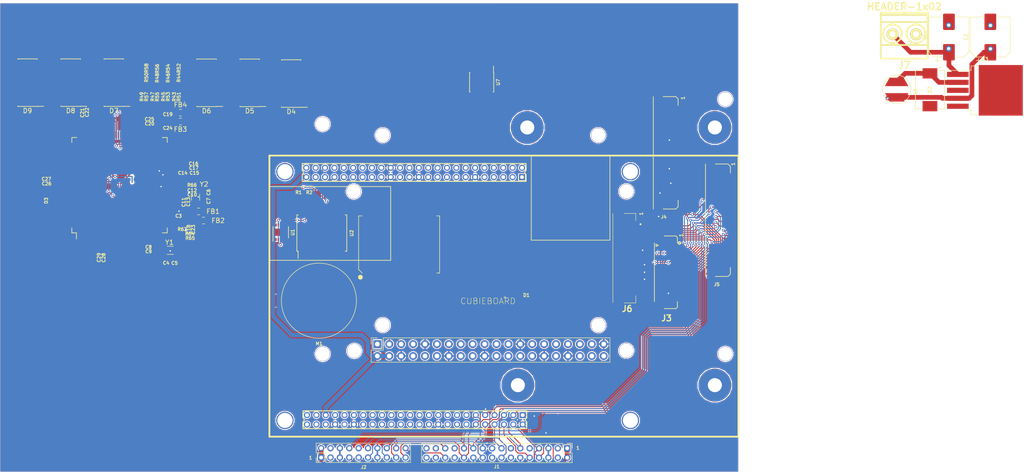
<source format=kicad_pcb>
(kicad_pcb (version 20171130) (host pcbnew 6.0.0-rc1-unknown-f2ccad3~66~ubuntu16.04.1)
  (layers (0 F.Cu signal) (31 B.Cu signal) (34 B.Paste user) (35 F.Paste user) (36 B.SilkS user) (37 F.SilkS user) (38 B.Mask user) (39 F.Mask user) (44 Edge.Cuts user))
  (net 0 "")
  (net 1 RXIN3+)
  (net 2 RXIN3-)
  (net 3 GND)
  (net 4 RXCLK+)
  (net 5 RXCLK-)
  (net 6 RXIN2+)
  (net 7 RXIN2-)
  (net 8 RXIN1+)
  (net 9 RXIN1-)
  (net 10 RXIN0+)
  (net 11 RXIN0-)
  (net 12 +3.3V)
  (net 13 +5V)
  (net 14 SCL)
  (net 15 SDA)
  (net 16 "Net-(M1-Pad2)")
  (net 17 "Net-(D2-Pad1)")
  (net 18 "Net-(C1-Pad1)")
  (net 19 RX)
  (net 20 TX)
  (net 21 SELLVDS)
  (net 22 RL_UD)
  (net 23 d36)
  (net 24 d10)
  (net 25 a7)
  (net 26 a6)
  (net 27 a5)
  (net 28 a4)
  (net 29 a3)
  (net 30 a2)
  (net 31 a1)
  (net 32 d37)
  (net 33 d35)
  (net 34 d34)
  (net 35 d33)
  (net 36 d32)
  (net 37 d31)
  (net 38 d30)
  (net 39 d12)
  (net 40 d11)
  (net 41 d29)
  (net 42 d28)
  (net 43 d27)
  (net 44 d26)
  (net 45 d25)
  (net 46 d24)
  (net 47 d23)
  (net 48 a0)
  (net 49 "Net-(C3-Pad2)")
  (net 50 "Net-(C4-Pad1)")
  (net 51 "Net-(C5-Pad1)")
  (net 52 "Net-(C6-Pad1)")
  (net 53 "Net-(C7-Pad1)")
  (net 54 "Net-(C8-Pad2)")
  (net 55 VDDOUT)
  (net 56 VDDUTMI)
  (net 57 VDDANA)
  (net 58 AVDREF)
  (net 59 "Net-(D3-Pad53)")
  (net 60 "Net-(D3-Pad43)")
  (net 61 "Net-(D3-Pad42)")
  (net 62 "Net-(D3-Pad38)")
  (net 63 "Net-(D3-Pad37)")
  (net 64 d53)
  (net 65 d8)
  (net 66 d9)
  (net 67 d44)
  (net 68 d45)
  (net 69 d46)
  (net 70 d47)
  (net 71 d48)
  (net 72 d49)
  (net 73 d50)
  (net 74 d51)
  (net 75 d52)
  (net 76 d43)
  (net 77 d42)
  (net 78 d41)
  (net 79 d40)
  (net 80 d39)
  (net 81 d38)
  (module Package_SO:SOIC-16_3.9x9.9mm_P1.27mm (layer F.Cu) (at 44.839003 60.829997 180)
    (fp_text reference D9 (at 0 -6 180) (layer F.SilkS))
    (fp_text value MC14503B)
    (pad 16 smd rect (at 2.7 -4.445 180) (size 1.5 0.6) (layers F.Cu F.Paste F.Mask) (net 3 GND))
    (pad 15 smd rect (at 2.7 -3.175 180) (size 1.5 0.6) (layers F.Cu F.Paste F.Mask) (net 3 GND))
    (pad 14 smd rect (at 2.7 -1.905 180) (size 1.5 0.6) (layers F.Cu F.Paste F.Mask) (net 40 d11))
    (pad 13 smd rect (at 2.7 -0.635 180) (size 1.5 0.6) (layers F.Cu F.Paste F.Mask))
    (pad 12 smd rect (at 2.7 0.635 180) (size 1.5 0.6) (layers F.Cu F.Paste F.Mask) (net 39 d12))
    (pad 11 smd rect (at 2.7 1.905 180) (size 1.5 0.6) (layers F.Cu F.Paste F.Mask))
    (pad 10 smd rect (at 2.7 3.175 180) (size 1.5 0.6) (layers F.Cu F.Paste F.Mask) (net 24 d10))
    (pad 9 smd rect (at 2.7 4.445 180) (size 1.5 0.6) (layers F.Cu F.Paste F.Mask))
    (pad 8 smd rect (at -2.7 4.445 180) (size 1.5 0.6) (layers F.Cu F.Paste F.Mask) (net 12 +3.3V))
    (pad 7 smd rect (at -2.7 3.175 180) (size 1.5 0.6) (layers F.Cu F.Paste F.Mask))
    (pad 6 smd rect (at -2.7 1.905 180) (size 1.5 0.6) (layers F.Cu F.Paste F.Mask) (net 66 d9))
    (pad 5 smd rect (at -2.7 0.635 180) (size 1.5 0.6) (layers F.Cu F.Paste F.Mask))
    (pad 4 smd rect (at -2.7 -0.635 180) (size 1.5 0.6) (layers F.Cu F.Paste F.Mask) (net 65 d8))
    (pad 3 smd rect (at -2.7 -1.905 180) (size 1.5 0.6) (layers F.Cu F.Paste F.Mask))
    (pad 2 smd rect (at -2.7 -3.175 180) (size 1.5 0.6) (layers F.Cu F.Paste F.Mask) (net 64 d53))
    (pad 1 smd rect (at -2.7 -4.445 180) (size 1.5 0.6) (layers F.Cu F.Paste F.Mask) (net 3 GND))
  )
  (module Package_SO:SOIC-16_3.9x9.9mm_P1.27mm (layer F.Cu) (at 54.039003 60.829997 180)
    (fp_text reference D8 (at 0 -6 180) (layer F.SilkS))
    (fp_text value MC14503B)
    (pad 16 smd rect (at 2.7 -4.445 180) (size 1.5 0.6) (layers F.Cu F.Paste F.Mask) (net 3 GND))
    (pad 15 smd rect (at 2.7 -3.175 180) (size 1.5 0.6) (layers F.Cu F.Paste F.Mask) (net 3 GND))
    (pad 14 smd rect (at 2.7 -1.905 180) (size 1.5 0.6) (layers F.Cu F.Paste F.Mask) (net 23 d36))
    (pad 13 smd rect (at 2.7 -0.635 180) (size 1.5 0.6) (layers F.Cu F.Paste F.Mask))
    (pad 12 smd rect (at 2.7 0.635 180) (size 1.5 0.6) (layers F.Cu F.Paste F.Mask) (net 67 d44))
    (pad 11 smd rect (at 2.7 1.905 180) (size 1.5 0.6) (layers F.Cu F.Paste F.Mask))
    (pad 10 smd rect (at 2.7 3.175 180) (size 1.5 0.6) (layers F.Cu F.Paste F.Mask) (net 68 d45))
    (pad 9 smd rect (at 2.7 4.445 180) (size 1.5 0.6) (layers F.Cu F.Paste F.Mask))
    (pad 8 smd rect (at -2.7 4.445 180) (size 1.5 0.6) (layers F.Cu F.Paste F.Mask) (net 12 +3.3V))
    (pad 7 smd rect (at -2.7 3.175 180) (size 1.5 0.6) (layers F.Cu F.Paste F.Mask))
    (pad 6 smd rect (at -2.7 1.905 180) (size 1.5 0.6) (layers F.Cu F.Paste F.Mask) (net 69 d46))
    (pad 5 smd rect (at -2.7 0.635 180) (size 1.5 0.6) (layers F.Cu F.Paste F.Mask))
    (pad 4 smd rect (at -2.7 -0.635 180) (size 1.5 0.6) (layers F.Cu F.Paste F.Mask) (net 70 d47))
    (pad 3 smd rect (at -2.7 -1.905 180) (size 1.5 0.6) (layers F.Cu F.Paste F.Mask))
    (pad 2 smd rect (at -2.7 -3.175 180) (size 1.5 0.6) (layers F.Cu F.Paste F.Mask) (net 71 d48))
    (pad 1 smd rect (at -2.7 -4.445 180) (size 1.5 0.6) (layers F.Cu F.Paste F.Mask) (net 3 GND))
  )
  (module Package_SO:SOIC-16_3.9x9.9mm_P1.27mm (layer F.Cu) (at 63.239003 60.829997 180)
    (fp_text reference D7 (at 0 -6 180) (layer F.SilkS))
    (fp_text value MC14503B)
    (pad 16 smd rect (at 2.7 -4.445 180) (size 1.5 0.6) (layers F.Cu F.Paste F.Mask) (net 3 GND))
    (pad 15 smd rect (at 2.7 -3.175 180) (size 1.5 0.6) (layers F.Cu F.Paste F.Mask) (net 3 GND))
    (pad 14 smd rect (at 2.7 -1.905 180) (size 1.5 0.6) (layers F.Cu F.Paste F.Mask) (net 72 d49))
    (pad 13 smd rect (at 2.7 -0.635 180) (size 1.5 0.6) (layers F.Cu F.Paste F.Mask))
    (pad 12 smd rect (at 2.7 0.635 180) (size 1.5 0.6) (layers F.Cu F.Paste F.Mask) (net 73 d50))
    (pad 11 smd rect (at 2.7 1.905 180) (size 1.5 0.6) (layers F.Cu F.Paste F.Mask))
    (pad 10 smd rect (at 2.7 3.175 180) (size 1.5 0.6) (layers F.Cu F.Paste F.Mask) (net 74 d51))
    (pad 9 smd rect (at 2.7 4.445 180) (size 1.5 0.6) (layers F.Cu F.Paste F.Mask))
    (pad 8 smd rect (at -2.7 4.445 180) (size 1.5 0.6) (layers F.Cu F.Paste F.Mask) (net 12 +3.3V))
    (pad 7 smd rect (at -2.7 3.175 180) (size 1.5 0.6) (layers F.Cu F.Paste F.Mask))
    (pad 6 smd rect (at -2.7 1.905 180) (size 1.5 0.6) (layers F.Cu F.Paste F.Mask) (net 75 d52))
    (pad 5 smd rect (at -2.7 0.635 180) (size 1.5 0.6) (layers F.Cu F.Paste F.Mask))
    (pad 4 smd rect (at -2.7 -0.635 180) (size 1.5 0.6) (layers F.Cu F.Paste F.Mask) (net 76 d43))
    (pad 3 smd rect (at -2.7 -1.905 180) (size 1.5 0.6) (layers F.Cu F.Paste F.Mask))
    (pad 2 smd rect (at -2.7 -3.175 180) (size 1.5 0.6) (layers F.Cu F.Paste F.Mask) (net 77 d42))
    (pad 1 smd rect (at -2.7 -4.445 180) (size 1.5 0.6) (layers F.Cu F.Paste F.Mask) (net 3 GND))
  )
  (module Package_SO:SOIC-16_3.9x9.9mm_P1.27mm (layer F.Cu) (at 83.019003 60.869997 180)
    (fp_text reference D6 (at 0 -6 180) (layer F.SilkS))
    (fp_text value MC14503B)
    (pad 16 smd rect (at 2.7 -4.445 180) (size 1.5 0.6) (layers F.Cu F.Paste F.Mask) (net 3 GND))
    (pad 15 smd rect (at 2.7 -3.175 180) (size 1.5 0.6) (layers F.Cu F.Paste F.Mask) (net 3 GND))
    (pad 14 smd rect (at 2.7 -1.905 180) (size 1.5 0.6) (layers F.Cu F.Paste F.Mask) (net 78 d41))
    (pad 13 smd rect (at 2.7 -0.635 180) (size 1.5 0.6) (layers F.Cu F.Paste F.Mask))
    (pad 12 smd rect (at 2.7 0.635 180) (size 1.5 0.6) (layers F.Cu F.Paste F.Mask) (net 79 d40))
    (pad 11 smd rect (at 2.7 1.905 180) (size 1.5 0.6) (layers F.Cu F.Paste F.Mask))
    (pad 10 smd rect (at 2.7 3.175 180) (size 1.5 0.6) (layers F.Cu F.Paste F.Mask) (net 80 d39))
    (pad 9 smd rect (at 2.7 4.445 180) (size 1.5 0.6) (layers F.Cu F.Paste F.Mask))
    (pad 8 smd rect (at -2.7 4.445 180) (size 1.5 0.6) (layers F.Cu F.Paste F.Mask) (net 12 +3.3V))
    (pad 7 smd rect (at -2.7 3.175 180) (size 1.5 0.6) (layers F.Cu F.Paste F.Mask))
    (pad 6 smd rect (at -2.7 1.905 180) (size 1.5 0.6) (layers F.Cu F.Paste F.Mask) (net 81 d38))
    (pad 5 smd rect (at -2.7 0.635 180) (size 1.5 0.6) (layers F.Cu F.Paste F.Mask))
    (pad 4 smd rect (at -2.7 -0.635 180) (size 1.5 0.6) (layers F.Cu F.Paste F.Mask) (net 32 d37))
    (pad 3 smd rect (at -2.7 -1.905 180) (size 1.5 0.6) (layers F.Cu F.Paste F.Mask))
    (pad 2 smd rect (at -2.7 -3.175 180) (size 1.5 0.6) (layers F.Cu F.Paste F.Mask) (net 33 d35))
    (pad 1 smd rect (at -2.7 -4.445 180) (size 1.5 0.6) (layers F.Cu F.Paste F.Mask) (net 3 GND))
  )
  (module Package_SO:SOIC-16_3.9x9.9mm_P1.27mm (layer F.Cu) (at 92.22 60.88 180)
    (fp_text reference D5 (at 0 -6 180) (layer F.SilkS))
    (fp_text value MC14503B)
    (pad 16 smd rect (at 2.7 -4.445 180) (size 1.5 0.6) (layers F.Cu F.Paste F.Mask) (net 3 GND))
    (pad 15 smd rect (at 2.7 -3.175 180) (size 1.5 0.6) (layers F.Cu F.Paste F.Mask) (net 3 GND))
    (pad 14 smd rect (at 2.7 -1.905 180) (size 1.5 0.6) (layers F.Cu F.Paste F.Mask) (net 34 d34))
    (pad 13 smd rect (at 2.7 -0.635 180) (size 1.5 0.6) (layers F.Cu F.Paste F.Mask))
    (pad 12 smd rect (at 2.7 0.635 180) (size 1.5 0.6) (layers F.Cu F.Paste F.Mask) (net 35 d33))
    (pad 11 smd rect (at 2.7 1.905 180) (size 1.5 0.6) (layers F.Cu F.Paste F.Mask))
    (pad 10 smd rect (at 2.7 3.175 180) (size 1.5 0.6) (layers F.Cu F.Paste F.Mask) (net 36 d32))
    (pad 9 smd rect (at 2.7 4.445 180) (size 1.5 0.6) (layers F.Cu F.Paste F.Mask))
    (pad 8 smd rect (at -2.7 4.445 180) (size 1.5 0.6) (layers F.Cu F.Paste F.Mask) (net 12 +3.3V))
    (pad 7 smd rect (at -2.7 3.175 180) (size 1.5 0.6) (layers F.Cu F.Paste F.Mask))
    (pad 6 smd rect (at -2.7 1.905 180) (size 1.5 0.6) (layers F.Cu F.Paste F.Mask) (net 37 d31))
    (pad 5 smd rect (at -2.7 0.635 180) (size 1.5 0.6) (layers F.Cu F.Paste F.Mask))
    (pad 4 smd rect (at -2.7 -0.635 180) (size 1.5 0.6) (layers F.Cu F.Paste F.Mask) (net 38 d30))
    (pad 3 smd rect (at -2.7 -1.905 180) (size 1.5 0.6) (layers F.Cu F.Paste F.Mask))
    (pad 2 smd rect (at -2.7 -3.175 180) (size 1.5 0.6) (layers F.Cu F.Paste F.Mask) (net 41 d29))
    (pad 1 smd rect (at -2.7 -4.445 180) (size 1.5 0.6) (layers F.Cu F.Paste F.Mask) (net 3 GND))
  )
  (module Package_SO:SOIC-16_3.9x9.9mm_P1.27mm (layer F.Cu) (at 101.07 61.02 180)
    (fp_text reference D4 (at 0 -6 180) (layer F.SilkS))
    (fp_text value MC14503B)
    (pad 16 smd rect (at 2.7 -4.445 180) (size 1.5 0.6) (layers F.Cu F.Paste F.Mask) (net 3 GND))
    (pad 15 smd rect (at 2.7 -3.175 180) (size 1.5 0.6) (layers F.Cu F.Paste F.Mask) (net 3 GND))
    (pad 14 smd rect (at 2.7 -1.905 180) (size 1.5 0.6) (layers F.Cu F.Paste F.Mask) (net 42 d28))
    (pad 13 smd rect (at 2.7 -0.635 180) (size 1.5 0.6) (layers F.Cu F.Paste F.Mask))
    (pad 12 smd rect (at 2.7 0.635 180) (size 1.5 0.6) (layers F.Cu F.Paste F.Mask) (net 43 d27))
    (pad 11 smd rect (at 2.7 1.905 180) (size 1.5 0.6) (layers F.Cu F.Paste F.Mask))
    (pad 10 smd rect (at 2.7 3.175 180) (size 1.5 0.6) (layers F.Cu F.Paste F.Mask) (net 44 d26))
    (pad 9 smd rect (at 2.7 4.445 180) (size 1.5 0.6) (layers F.Cu F.Paste F.Mask))
    (pad 8 smd rect (at -2.7 4.445 180) (size 1.5 0.6) (layers F.Cu F.Paste F.Mask) (net 12 +3.3V))
    (pad 7 smd rect (at -2.7 3.175 180) (size 1.5 0.6) (layers F.Cu F.Paste F.Mask))
    (pad 6 smd rect (at -2.7 1.905 180) (size 1.5 0.6) (layers F.Cu F.Paste F.Mask) (net 45 d25))
    (pad 5 smd rect (at -2.7 0.635 180) (size 1.5 0.6) (layers F.Cu F.Paste F.Mask))
    (pad 4 smd rect (at -2.7 -0.635 180) (size 1.5 0.6) (layers F.Cu F.Paste F.Mask) (net 46 d24))
    (pad 3 smd rect (at -2.7 -1.905 180) (size 1.5 0.6) (layers F.Cu F.Paste F.Mask))
    (pad 2 smd rect (at -2.7 -3.175 180) (size 1.5 0.6) (layers F.Cu F.Paste F.Mask) (net 47 d23))
    (pad 1 smd rect (at -2.7 -4.445 180) (size 1.5 0.6) (layers F.Cu F.Paste F.Mask) (net 3 GND))
  )
  (module imm:LQFP-144_20x20mm_P0.5mm (layer F.Cu) (at 64.461503 82.719997 90)
    (fp_text reference D3 (at -3.3 -15.6375 90) (layer F.SilkS) (effects (font (size 0.7 0.7))))
    (fp_text value ATSAM3X8EA-AU)
    (pad 144 smd rect (at -8.75 -10.7 180) (size 1.55 0.3) (layers F.Cu F.Paste F.Mask))
    (pad 143 smd rect (at -8.25 -10.7 180) (size 1.55 0.3) (layers F.Cu F.Paste F.Mask))
    (pad 142 smd rect (at -7.75 -10.7 180) (size 1.55 0.3) (layers F.Cu F.Paste F.Mask))
    (pad 141 smd rect (at -7.25 -10.7 180) (size 1.55 0.3) (layers F.Cu F.Paste F.Mask))
    (pad 140 smd rect (at -6.75 -10.7 180) (size 1.55 0.3) (layers F.Cu F.Paste F.Mask) (net 64 d53))
    (pad 139 smd rect (at -6.25 -10.7 180) (size 1.55 0.3) (layers F.Cu F.Paste F.Mask))
    (pad 138 smd rect (at -5.75 -10.7 180) (size 1.55 0.3) (layers F.Cu F.Paste F.Mask))
    (pad 137 smd rect (at -5.25 -10.7 180) (size 1.55 0.3) (layers F.Cu F.Paste F.Mask))
    (pad 136 smd rect (at -4.75 -10.7 180) (size 1.55 0.3) (layers F.Cu F.Paste F.Mask))
    (pad 135 smd rect (at -4.25 -10.7 180) (size 1.55 0.3) (layers F.Cu F.Paste F.Mask))
    (pad 134 smd rect (at -3.75 -10.7 180) (size 1.55 0.3) (layers F.Cu F.Paste F.Mask))
    (pad 133 smd rect (at -3.25 -10.7 180) (size 1.55 0.3) (layers F.Cu F.Paste F.Mask) (net 65 d8))
    (pad 132 smd rect (at -2.75 -10.7 180) (size 1.55 0.3) (layers F.Cu F.Paste F.Mask) (net 66 d9))
    (pad 131 smd rect (at -2.25 -10.7 180) (size 1.55 0.3) (layers F.Cu F.Paste F.Mask))
    (pad 130 smd rect (at -1.75 -10.7 180) (size 1.55 0.3) (layers F.Cu F.Paste F.Mask))
    (pad 129 smd rect (at -1.25 -10.7 180) (size 1.55 0.3) (layers F.Cu F.Paste F.Mask))
    (pad 128 smd rect (at -0.75 -10.7 180) (size 1.55 0.3) (layers F.Cu F.Paste F.Mask))
    (pad 127 smd rect (at -0.25 -10.7 180) (size 1.55 0.3) (layers F.Cu F.Paste F.Mask))
    (pad 126 smd rect (at 0.25 -10.7 180) (size 1.55 0.3) (layers F.Cu F.Paste F.Mask) (net 3 GND))
    (pad 125 smd rect (at 0.75 -10.7 180) (size 1.55 0.3) (layers F.Cu F.Paste F.Mask) (net 12 +3.3V))
    (pad 124 smd rect (at 1.25 -10.7 180) (size 1.55 0.3) (layers F.Cu F.Paste F.Mask) (net 55 VDDOUT))
    (pad 123 smd rect (at 1.75 -10.7 180) (size 1.55 0.3) (layers F.Cu F.Paste F.Mask))
    (pad 122 smd rect (at 2.25 -10.7 180) (size 1.55 0.3) (layers F.Cu F.Paste F.Mask))
    (pad 121 smd rect (at 2.75 -10.7 180) (size 1.55 0.3) (layers F.Cu F.Paste F.Mask))
    (pad 120 smd rect (at 3.25 -10.7 180) (size 1.55 0.3) (layers F.Cu F.Paste F.Mask))
    (pad 119 smd rect (at 3.75 -10.7 180) (size 1.55 0.3) (layers F.Cu F.Paste F.Mask))
    (pad 118 smd rect (at 4.25 -10.7 180) (size 1.55 0.3) (layers F.Cu F.Paste F.Mask))
    (pad 117 smd rect (at 4.75 -10.7 180) (size 1.55 0.3) (layers F.Cu F.Paste F.Mask))
    (pad 116 smd rect (at 5.25 -10.7 180) (size 1.55 0.3) (layers F.Cu F.Paste F.Mask) (net 23 d36))
    (pad 115 smd rect (at 5.75 -10.7 180) (size 1.55 0.3) (layers F.Cu F.Paste F.Mask))
    (pad 114 smd rect (at 6.25 -10.7 180) (size 1.55 0.3) (layers F.Cu F.Paste F.Mask))
    (pad 113 smd rect (at 6.75 -10.7 180) (size 1.55 0.3) (layers F.Cu F.Paste F.Mask))
    (pad 112 smd rect (at 7.25 -10.7 180) (size 1.55 0.3) (layers F.Cu F.Paste F.Mask))
    (pad 111 smd rect (at 7.75 -10.7 180) (size 1.55 0.3) (layers F.Cu F.Paste F.Mask) (net 24 d10))
    (pad 110 smd rect (at 8.25 -10.7 180) (size 1.55 0.3) (layers F.Cu F.Paste F.Mask))
    (pad 109 smd rect (at 8.75 -10.7 180) (size 1.55 0.3) (layers F.Cu F.Paste F.Mask))
    (pad 108 smd rect (at 10.7 -8.75 90) (size 1.55 0.3) (layers F.Cu F.Paste F.Mask))
    (pad 107 smd rect (at 10.7 -8.25 90) (size 1.55 0.3) (layers F.Cu F.Paste F.Mask))
    (pad 106 smd rect (at 10.7 -7.75 90) (size 1.55 0.3) (layers F.Cu F.Paste F.Mask) (net 3 GND))
    (pad 105 smd rect (at 10.7 -7.25 90) (size 1.55 0.3) (layers F.Cu F.Paste F.Mask) (net 12 +3.3V))
    (pad 104 smd rect (at 10.7 -6.75 90) (size 1.55 0.3) (layers F.Cu F.Paste F.Mask) (net 55 VDDOUT))
    (pad 103 smd rect (at 10.7 -6.25 90) (size 1.55 0.3) (layers F.Cu F.Paste F.Mask))
    (pad 102 smd rect (at 10.7 -5.75 90) (size 1.55 0.3) (layers F.Cu F.Paste F.Mask))
    (pad 101 smd rect (at 10.7 -5.25 90) (size 1.55 0.3) (layers F.Cu F.Paste F.Mask) (net 67 d44))
    (pad 100 smd rect (at 10.7 -4.75 90) (size 1.55 0.3) (layers F.Cu F.Paste F.Mask) (net 68 d45))
    (pad 99 smd rect (at 10.7 -4.25 90) (size 1.55 0.3) (layers F.Cu F.Paste F.Mask) (net 69 d46))
    (pad 98 smd rect (at 10.7 -3.75 90) (size 1.55 0.3) (layers F.Cu F.Paste F.Mask) (net 70 d47))
    (pad 97 smd rect (at 10.7 -3.25 90) (size 1.55 0.3) (layers F.Cu F.Paste F.Mask) (net 71 d48))
    (pad 96 smd rect (at 10.7 -2.75 90) (size 1.55 0.3) (layers F.Cu F.Paste F.Mask) (net 72 d49))
    (pad 95 smd rect (at 10.7 -2.25 90) (size 1.55 0.3) (layers F.Cu F.Paste F.Mask) (net 73 d50))
    (pad 94 smd rect (at 10.7 -1.75 90) (size 1.55 0.3) (layers F.Cu F.Paste F.Mask) (net 74 d51))
    (pad 93 smd rect (at 10.7 -1.25 90) (size 1.55 0.3) (layers F.Cu F.Paste F.Mask))
    (pad 92 smd rect (at 10.7 -0.75 90) (size 1.55 0.3) (layers F.Cu F.Paste F.Mask) (net 75 d52))
    (pad 91 smd rect (at 10.7 -0.25 90) (size 1.55 0.3) (layers F.Cu F.Paste F.Mask))
    (pad 90 smd rect (at 10.7 0.25 90) (size 1.55 0.3) (layers F.Cu F.Paste F.Mask))
    (pad 89 smd rect (at 10.7 0.75 90) (size 1.55 0.3) (layers F.Cu F.Paste F.Mask))
    (pad 88 smd rect (at 10.7 1.25 90) (size 1.55 0.3) (layers F.Cu F.Paste F.Mask))
    (pad 87 smd rect (at 10.7 1.75 90) (size 1.55 0.3) (layers F.Cu F.Paste F.Mask))
    (pad 86 smd rect (at 10.7 2.25 90) (size 1.55 0.3) (layers F.Cu F.Paste F.Mask))
    (pad 85 smd rect (at 10.7 2.75 90) (size 1.55 0.3) (layers F.Cu F.Paste F.Mask) (net 25 a7))
    (pad 84 smd rect (at 10.7 3.25 90) (size 1.55 0.3) (layers F.Cu F.Paste F.Mask) (net 26 a6))
    (pad 83 smd rect (at 10.7 3.75 90) (size 1.55 0.3) (layers F.Cu F.Paste F.Mask) (net 27 a5))
    (pad 82 smd rect (at 10.7 4.25 90) (size 1.55 0.3) (layers F.Cu F.Paste F.Mask) (net 28 a4))
    (pad 81 smd rect (at 10.7 4.75 90) (size 1.55 0.3) (layers F.Cu F.Paste F.Mask) (net 29 a3))
    (pad 80 smd rect (at 10.7 5.25 90) (size 1.55 0.3) (layers F.Cu F.Paste F.Mask) (net 30 a2))
    (pad 79 smd rect (at 10.7 5.75 90) (size 1.55 0.3) (layers F.Cu F.Paste F.Mask) (net 31 a1))
    (pad 78 smd rect (at 10.7 6.25 90) (size 1.55 0.3) (layers F.Cu F.Paste F.Mask) (net 48 a0))
    (pad 77 smd rect (at 10.7 6.75 90) (size 1.55 0.3) (layers F.Cu F.Paste F.Mask))
    (pad 76 smd rect (at 10.7 7.25 90) (size 1.55 0.3) (layers F.Cu F.Paste F.Mask))
    (pad 75 smd rect (at 10.7 7.75 90) (size 1.55 0.3) (layers F.Cu F.Paste F.Mask) (net 58 AVDREF))
    (pad 74 smd rect (at 10.7 8.25 90) (size 1.55 0.3) (layers F.Cu F.Paste F.Mask) (net 3 GND))
    (pad 73 smd rect (at 10.7 8.75 90) (size 1.55 0.3) (layers F.Cu F.Paste F.Mask) (net 57 VDDANA))
    (pad 72 smd rect (at 8.75 10.7 180) (size 1.55 0.3) (layers F.Cu F.Paste F.Mask) (net 76 d43))
    (pad 71 smd rect (at 8.25 10.7 180) (size 1.55 0.3) (layers F.Cu F.Paste F.Mask) (net 77 d42))
    (pad 70 smd rect (at 7.75 10.7 180) (size 1.55 0.3) (layers F.Cu F.Paste F.Mask))
    (pad 69 smd rect (at 7.25 10.7 180) (size 1.55 0.3) (layers F.Cu F.Paste F.Mask))
    (pad 68 smd rect (at 6.75 10.7 180) (size 1.55 0.3) (layers F.Cu F.Paste F.Mask))
    (pad 67 smd rect (at 6.25 10.7 180) (size 1.55 0.3) (layers F.Cu F.Paste F.Mask) (net 78 d41))
    (pad 66 smd rect (at 5.75 10.7 180) (size 1.55 0.3) (layers F.Cu F.Paste F.Mask) (net 79 d40))
    (pad 65 smd rect (at 5.25 10.7 180) (size 1.55 0.3) (layers F.Cu F.Paste F.Mask) (net 80 d39))
    (pad 64 smd rect (at 4.75 10.7 180) (size 1.55 0.3) (layers F.Cu F.Paste F.Mask) (net 81 d38))
    (pad 63 smd rect (at 4.25 10.7 180) (size 1.55 0.3) (layers F.Cu F.Paste F.Mask) (net 32 d37))
    (pad 62 smd rect (at 3.75 10.7 180) (size 1.55 0.3) (layers F.Cu F.Paste F.Mask) (net 12 +3.3V))
    (pad 61 smd rect (at 3.25 10.7 180) (size 1.55 0.3) (layers F.Cu F.Paste F.Mask) (net 55 VDDOUT))
    (pad 60 smd rect (at 2.75 10.7 180) (size 1.55 0.3) (layers F.Cu F.Paste F.Mask) (net 33 d35))
    (pad 59 smd rect (at 2.25 10.7 180) (size 1.55 0.3) (layers F.Cu F.Paste F.Mask) (net 34 d34))
    (pad 58 smd rect (at 1.75 10.7 180) (size 1.55 0.3) (layers F.Cu F.Paste F.Mask) (net 3 GND))
    (pad 57 smd rect (at 1.25 10.7 180) (size 1.55 0.3) (layers F.Cu F.Paste F.Mask) (net 12 +3.3V))
    (pad 56 smd rect (at 0.75 10.7 180) (size 1.55 0.3) (layers F.Cu F.Paste F.Mask) (net 55 VDDOUT))
    (pad 55 smd rect (at 0.25 10.7 180) (size 1.55 0.3) (layers F.Cu F.Paste F.Mask) (net 35 d33))
    (pad 54 smd rect (at -0.25 10.7 180) (size 1.55 0.3) (layers F.Cu F.Paste F.Mask) (net 3 GND))
    (pad 53 smd rect (at -0.75 10.7 180) (size 1.55 0.3) (layers F.Cu F.Paste F.Mask) (net 59 "Net-(D3-Pad53)"))
    (pad 52 smd rect (at -1.25 10.7 180) (size 1.55 0.3) (layers F.Cu F.Paste F.Mask) (net 12 +3.3V))
    (pad 51 smd rect (at -1.75 10.7 180) (size 1.55 0.3) (layers F.Cu F.Paste F.Mask))
    (pad 50 smd rect (at -2.25 10.7 180) (size 1.55 0.3) (layers F.Cu F.Paste F.Mask))
    (pad 49 smd rect (at -2.75 10.7 180) (size 1.55 0.3) (layers F.Cu F.Paste F.Mask) (net 52 "Net-(C6-Pad1)"))
    (pad 48 smd rect (at -3.25 10.7 180) (size 1.55 0.3) (layers F.Cu F.Paste F.Mask) (net 53 "Net-(C7-Pad1)"))
    (pad 47 smd rect (at -3.75 10.7 180) (size 1.55 0.3) (layers F.Cu F.Paste F.Mask))
    (pad 46 smd rect (at -4.25 10.7 180) (size 1.55 0.3) (layers F.Cu F.Paste F.Mask))
    (pad 45 smd rect (at -4.75 10.7 180) (size 1.55 0.3) (layers F.Cu F.Paste F.Mask) (net 55 VDDOUT))
    (pad 44 smd rect (at -5.25 10.7 180) (size 1.55 0.3) (layers F.Cu F.Paste F.Mask) (net 3 GND))
    (pad 43 smd rect (at -5.75 10.7 180) (size 1.55 0.3) (layers F.Cu F.Paste F.Mask) (net 60 "Net-(D3-Pad43)"))
    (pad 42 smd rect (at -6.25 10.7 180) (size 1.55 0.3) (layers F.Cu F.Paste F.Mask) (net 61 "Net-(D3-Pad42)"))
    (pad 41 smd rect (at -6.75 10.7 180) (size 1.55 0.3) (layers F.Cu F.Paste F.Mask) (net 56 VDDUTMI))
    (pad 40 smd rect (at -7.25 10.7 180) (size 1.55 0.3) (layers F.Cu F.Paste F.Mask) (net 49 "Net-(C3-Pad2)"))
    (pad 39 smd rect (at -7.75 10.7 180) (size 1.55 0.3) (layers F.Cu F.Paste F.Mask))
    (pad 38 smd rect (at -8.25 10.7 180) (size 1.55 0.3) (layers F.Cu F.Paste F.Mask) (net 62 "Net-(D3-Pad38)"))
    (pad 37 smd rect (at -8.75 10.7 180) (size 1.55 0.3) (layers F.Cu F.Paste F.Mask) (net 63 "Net-(D3-Pad37)"))
    (pad 36 smd rect (at -10.7 8.75 90) (size 1.55 0.3) (layers F.Cu F.Paste F.Mask) (net 51 "Net-(C5-Pad1)"))
    (pad 35 smd rect (at -10.7 8.25 90) (size 1.55 0.3) (layers F.Cu F.Paste F.Mask) (net 50 "Net-(C4-Pad1)"))
    (pad 34 smd rect (at -10.7 7.75 90) (size 1.55 0.3) (layers F.Cu F.Paste F.Mask) (net 54 "Net-(C8-Pad2)"))
    (pad 33 smd rect (at -10.7 7.25 90) (size 1.55 0.3) (layers F.Cu F.Paste F.Mask) (net 3 GND))
    (pad 32 smd rect (at -10.7 6.75 90) (size 1.55 0.3) (layers F.Cu F.Paste F.Mask) (net 36 d32))
    (pad 31 smd rect (at -10.7 6.25 90) (size 1.55 0.3) (layers F.Cu F.Paste F.Mask))
    (pad 30 smd rect (at -10.7 5.75 90) (size 1.55 0.3) (layers F.Cu F.Paste F.Mask))
    (pad 29 smd rect (at -10.7 5.25 90) (size 1.55 0.3) (layers F.Cu F.Paste F.Mask))
    (pad 28 smd rect (at -10.7 4.75 90) (size 1.55 0.3) (layers F.Cu F.Paste F.Mask))
    (pad 27 smd rect (at -10.7 4.25 90) (size 1.55 0.3) (layers F.Cu F.Paste F.Mask))
    (pad 26 smd rect (at -10.7 3.75 90) (size 1.55 0.3) (layers F.Cu F.Paste F.Mask) (net 37 d31))
    (pad 25 smd rect (at -10.7 3.25 90) (size 1.55 0.3) (layers F.Cu F.Paste F.Mask))
    (pad 24 smd rect (at -10.7 2.75 90) (size 1.55 0.3) (layers F.Cu F.Paste F.Mask))
    (pad 23 smd rect (at -10.7 2.25 90) (size 1.55 0.3) (layers F.Cu F.Paste F.Mask))
    (pad 22 smd rect (at -10.7 1.75 90) (size 1.55 0.3) (layers F.Cu F.Paste F.Mask) (net 38 d30))
    (pad 21 smd rect (at -10.7 1.25 90) (size 1.55 0.3) (layers F.Cu F.Paste F.Mask) (net 39 d12))
    (pad 20 smd rect (at -10.7 0.75 90) (size 1.55 0.3) (layers F.Cu F.Paste F.Mask) (net 40 d11))
    (pad 19 smd rect (at -10.7 0.25 90) (size 1.55 0.3) (layers F.Cu F.Paste F.Mask) (net 41 d29))
    (pad 18 smd rect (at -10.7 -0.25 90) (size 1.55 0.3) (layers F.Cu F.Paste F.Mask))
    (pad 17 smd rect (at -10.7 -0.75 90) (size 1.55 0.3) (layers F.Cu F.Paste F.Mask))
    (pad 16 smd rect (at -10.7 -1.25 90) (size 1.55 0.3) (layers F.Cu F.Paste F.Mask) (net 42 d28))
    (pad 15 smd rect (at -10.7 -1.75 90) (size 1.55 0.3) (layers F.Cu F.Paste F.Mask) (net 43 d27))
    (pad 14 smd rect (at -10.7 -2.25 90) (size 1.55 0.3) (layers F.Cu F.Paste F.Mask) (net 44 d26))
    (pad 13 smd rect (at -10.7 -2.75 90) (size 1.55 0.3) (layers F.Cu F.Paste F.Mask) (net 45 d25))
    (pad 12 smd rect (at -10.7 -3.25 90) (size 1.55 0.3) (layers F.Cu F.Paste F.Mask) (net 3 GND))
    (pad 11 smd rect (at -10.7 -3.75 90) (size 1.55 0.3) (layers F.Cu F.Paste F.Mask) (net 12 +3.3V))
    (pad 10 smd rect (at -10.7 -4.25 90) (size 1.55 0.3) (layers F.Cu F.Paste F.Mask) (net 55 VDDOUT))
    (pad 9 smd rect (at -10.7 -4.75 90) (size 1.55 0.3) (layers F.Cu F.Paste F.Mask))
    (pad 8 smd rect (at -10.7 -5.25 90) (size 1.55 0.3) (layers F.Cu F.Paste F.Mask) (net 46 d24))
    (pad 7 smd rect (at -10.7 -5.75 90) (size 1.55 0.3) (layers F.Cu F.Paste F.Mask) (net 47 d23))
    (pad 6 smd rect (at -10.7 -6.25 90) (size 1.55 0.3) (layers F.Cu F.Paste F.Mask))
    (pad 5 smd rect (at -10.7 -6.75 90) (size 1.55 0.3) (layers F.Cu F.Paste F.Mask))
    (pad 4 smd rect (at -10.7 -7.25 90) (size 1.55 0.3) (layers F.Cu F.Paste F.Mask))
    (pad 3 smd rect (at -10.7 -7.75 90) (size 1.55 0.3) (layers F.Cu F.Paste F.Mask))
    (pad 2 smd rect (at -10.7 -8.25 90) (size 1.55 0.3) (layers F.Cu F.Paste F.Mask))
    (pad 1 smd rect (at -10.7 -8.75 90) (size 1.55 0.3) (layers F.Cu F.Paste F.Mask))
  )
  (module Capacitor_SMD:C_0805_2012Metric (layer F.Cu) (at 77.449003 67.244997 180)
    (fp_text reference FB4 (at -0.0125 1.7 180) (layer F.SilkS))
    (fp_text value MH2029-300Y)
    (pad 2 smd roundrect (at 0.9375 0 180) (size 0.975 1.4) (layers F.Cu F.Paste F.Mask) (net 58 AVDREF))
    (pad 1 smd roundrect (at -0.9375 0 180) (size 0.975 1.4) (layers F.Cu F.Paste F.Mask) (net 12 +3.3V))
  )
  (module Capacitor_SMD:C_0805_2012Metric (layer F.Cu) (at 77.449003 69.144997 180)
    (fp_text reference FB3 (at 0 -1.65 180) (layer F.SilkS))
    (fp_text value MH2029-300Y)
    (pad 2 smd roundrect (at 0.9375 0 180) (size 0.975 1.4) (layers F.Cu F.Paste F.Mask) (net 57 VDDANA))
    (pad 1 smd roundrect (at -0.9375 0 180) (size 0.975 1.4) (layers F.Cu F.Paste F.Mask) (net 12 +3.3V))
  )
  (module Capacitor_SMD:C_0805_2012Metric (layer F.Cu) (at 82.374003 90.269997 180)
    (fp_text reference FB2 (at -3.1 0 180) (layer F.SilkS))
    (fp_text value MH2029-300Y)
    (pad 2 smd roundrect (at 0.9375 0 180) (size 0.975 1.4) (layers F.Cu F.Paste F.Mask) (net 56 VDDUTMI))
    (pad 1 smd roundrect (at -0.9375 0 180) (size 0.975 1.4) (layers F.Cu F.Paste F.Mask) (net 12 +3.3V))
  )
  (module Capacitor_SMD:C_0805_2012Metric (layer F.Cu) (at 81.324003 88.319997)
    (fp_text reference FB1 (at 3.075 0) (layer F.SilkS))
    (fp_text value MH2029-300Y)
    (pad 2 smd roundrect (at 0.9375 0) (size 0.975 1.4) (layers F.Cu F.Paste F.Mask) (net 54 "Net-(C8-Pad2)"))
    (pad 1 smd roundrect (at -0.9375 0) (size 0.975 1.4) (layers F.Cu F.Paste F.Mask) (net 55 VDDOUT))
  )
  (module Crystal:Crystal_SMD_3215-2Pin_3.2x1.5mm (layer F.Cu) (at 80.674003 85.294997 90)
    (fp_text reference Y2 (at 2.784997 1.805997 -180) (layer F.SilkS))
    (fp_text value 32.768Khz)
    (pad 2 smd rect (at -1.25 0 90) (size 1 1.8) (layers F.Cu F.Paste F.Mask) (net 53 "Net-(C7-Pad1)"))
    (pad 1 smd rect (at 1.25 0 90) (size 1 1.8) (layers F.Cu F.Paste F.Mask) (net 52 "Net-(C6-Pad1)"))
  )
  (module Crystal:Crystal_SMD_3215-2Pin_3.2x1.5mm (layer F.Cu) (at 75.274003 96.619997 180)
    (fp_text reference Y1 (at 0.175 1.7 180) (layer F.SilkS))
    (fp_text value 12MHz)
    (pad 2 smd rect (at -1.25 0 180) (size 1 1.8) (layers F.Cu F.Paste F.Mask) (net 51 "Net-(C5-Pad1)"))
    (pad 1 smd rect (at 1.25 0 180) (size 1 1.8) (layers F.Cu F.Paste F.Mask) (net 50 "Net-(C4-Pad1)"))
  )
  (module Resistor_SMD:R_0402_1005Metric (layer F.Cu) (at 77.924003 82.744997)
    (fp_text reference R66 (at 2 -0.05) (layer F.SilkS) (effects (font (size 0.7 0.7))))
    (fp_text value 100k)
    (pad 2 smd roundrect (at 0.485 0) (size 0.59 0.64) (layers F.Cu F.Paste F.Mask) (net 12 +3.3V))
    (pad 1 smd roundrect (at -0.485 0) (size 0.59 0.64) (layers F.Cu F.Paste F.Mask) (net 59 "Net-(D3-Pad53)"))
  )
  (module Resistor_SMD:R_0402_1005Metric (layer F.Cu) (at 77.624003 94.094997 180)
    (fp_text reference R65 (at -1.9 0.075 180) (layer F.SilkS) (effects (font (size 0.7 0.7))))
    (fp_text value "39R 1%")
    (pad 2 smd roundrect (at 0.485 0 180) (size 0.59 0.64) (layers F.Cu F.Paste F.Mask) (net 63 "Net-(D3-Pad37)"))
    (pad 1 smd roundrect (at -0.485 0 180) (size 0.59 0.64) (layers F.Cu F.Paste F.Mask) (net 61 "Net-(D3-Pad42)"))
  )
  (module Resistor_SMD:R_0402_1005Metric (layer F.Cu) (at 77.624003 93.144997 180)
    (fp_text reference R64 (at -1.825 0.075 180) (layer F.SilkS) (effects (font (size 0.7 0.7))))
    (fp_text value "39R 1%")
    (pad 2 smd roundrect (at 0.485 0 180) (size 0.59 0.64) (layers F.Cu F.Paste F.Mask) (net 62 "Net-(D3-Pad38)"))
    (pad 1 smd roundrect (at -0.485 0 180) (size 0.59 0.64) (layers F.Cu F.Paste F.Mask) (net 60 "Net-(D3-Pad43)"))
  )
  (module Resistor_SMD:R_0402_1005Metric (layer F.Cu) (at 77.874003 91.244997)
    (fp_text reference R63 (at -0.025 0.875) (layer F.SilkS) (effects (font (size 0.7 0.7))))
    (fp_text value "6k8 1%")
    (pad 2 smd roundrect (at 0.485 0) (size 0.59 0.64) (layers F.Cu F.Paste F.Mask) (net 3 GND))
    (pad 1 smd roundrect (at -0.485 0) (size 0.59 0.64) (layers F.Cu F.Paste F.Mask) (net 49 "Net-(C3-Pad2)"))
  )
  (module Capacitor_SMD:C_0402_1005Metric (layer F.Cu) (at 60.124003 96.169997 90)
    (fp_text reference C29 (at -2 -0.05 90) (layer F.SilkS) (effects (font (size 0.7 0.7))))
    (fp_text value "100 nF")
    (pad 2 smd roundrect (at 0.485 0 90) (size 0.59 0.64) (layers F.Cu F.Paste F.Mask) (net 55 VDDOUT))
    (pad 1 smd roundrect (at -0.485 0 90) (size 0.59 0.64) (layers F.Cu F.Paste F.Mask) (net 3 GND))
  )
  (module Capacitor_SMD:C_0402_1005Metric (layer F.Cu) (at 61.074003 96.169997 90)
    (fp_text reference C28 (at -2.025 0 90) (layer F.SilkS) (effects (font (size 0.7 0.7))))
    (fp_text value "100 nF")
    (pad 2 smd roundrect (at 0.485 0 90) (size 0.59 0.64) (layers F.Cu F.Paste F.Mask) (net 12 +3.3V))
    (pad 1 smd roundrect (at -0.485 0 90) (size 0.59 0.64) (layers F.Cu F.Paste F.Mask) (net 3 GND))
  )
  (module Capacitor_SMD:C_0402_1005Metric (layer F.Cu) (at 50.924003 81.419997)
    (fp_text reference C27 (at -2.05 -0.025) (layer F.SilkS) (effects (font (size 0.7 0.7))))
    (fp_text value "100 nF")
    (pad 2 smd roundrect (at 0.485 0) (size 0.59 0.64) (layers F.Cu F.Paste F.Mask) (net 55 VDDOUT))
    (pad 1 smd roundrect (at -0.485 0) (size 0.59 0.64) (layers F.Cu F.Paste F.Mask) (net 3 GND))
  )
  (module Capacitor_SMD:C_0402_1005Metric (layer F.Cu) (at 50.924003 82.369997)
    (fp_text reference C26 (at -2 0.025) (layer F.SilkS) (effects (font (size 0.7 0.7))))
    (fp_text value "100 nF")
    (pad 2 smd roundrect (at 0.485 0) (size 0.59 0.64) (layers F.Cu F.Paste F.Mask) (net 12 +3.3V))
    (pad 1 smd roundrect (at -0.485 0) (size 0.59 0.64) (layers F.Cu F.Paste F.Mask) (net 3 GND))
  )
  (module Capacitor_SMD:C_0402_1005Metric (layer F.Cu) (at 72.899002 68.669997 180)
    (fp_text reference C25 (at 2.049999 0.025 180) (layer F.SilkS) (effects (font (size 0.7 0.7))))
    (fp_text value "10 uF")
    (pad 2 smd roundrect (at 0.485 0 180) (size 0.59 0.64) (layers F.Cu F.Paste F.Mask) (net 58 AVDREF))
    (pad 1 smd roundrect (at -0.485 0 180) (size 0.59 0.64) (layers F.Cu F.Paste F.Mask) (net 3 GND))
  )
  (module Capacitor_SMD:C_0402_1005Metric (layer F.Cu) (at 74.791576 69.595533)
    (fp_text reference C24 (at -0.042573 0.924464) (layer F.SilkS) (effects (font (size 0.7 0.7))))
    (fp_text value "10 uF")
    (pad 2 smd roundrect (at 0.485 0) (size 0.59 0.64) (layers F.Cu F.Paste F.Mask) (net 57 VDDANA))
    (pad 1 smd roundrect (at -0.485 0) (size 0.59 0.64) (layers F.Cu F.Paste F.Mask) (net 3 GND))
  )
  (module Capacitor_SMD:C_0402_1005Metric (layer F.Cu) (at 80.21761 90.247662 90)
    (fp_text reference C23 (at -1.922335 -0.043607 90) (layer F.SilkS) (effects (font (size 0.7 0.7))))
    (fp_text value "10 uF")
    (pad 2 smd roundrect (at 0.485 0 90) (size 0.59 0.64) (layers F.Cu F.Paste F.Mask) (net 56 VDDUTMI))
    (pad 1 smd roundrect (at -0.485 0 90) (size 0.59 0.64) (layers F.Cu F.Paste F.Mask) (net 3 GND))
  )
  (module Capacitor_SMD:C_0402_1005Metric (layer F.Cu) (at 57.524003 69.209997 270)
    (fp_text reference C22 (at -2.05 0 270) (layer F.SilkS) (effects (font (size 0.7 0.7))))
    (fp_text value "100 nF")
    (pad 2 smd roundrect (at 0.485 0 270) (size 0.59 0.64) (layers F.Cu F.Paste F.Mask) (net 55 VDDOUT))
    (pad 1 smd roundrect (at -0.485 0 270) (size 0.59 0.64) (layers F.Cu F.Paste F.Mask) (net 3 GND))
  )
  (module Capacitor_SMD:C_0402_1005Metric (layer F.Cu) (at 56.574003 69.219997 270)
    (fp_text reference C21 (at -1.95 0.05 270) (layer F.SilkS) (effects (font (size 0.7 0.7))))
    (fp_text value "100 nF")
    (pad 2 smd roundrect (at 0.485 0 270) (size 0.59 0.64) (layers F.Cu F.Paste F.Mask) (net 12 +3.3V))
    (pad 1 smd roundrect (at -0.485 0 270) (size 0.59 0.64) (layers F.Cu F.Paste F.Mask) (net 3 GND))
  )
  (module Capacitor_SMD:C_0402_1005Metric (layer F.Cu) (at 72.899002 69.604996 180)
    (fp_text reference C20 (at 2.024999 0.009999 180) (layer F.SilkS) (effects (font (size 0.7 0.7))))
    (fp_text value "100 nF")
    (pad 2 smd roundrect (at 0.485 0 180) (size 0.59 0.64) (layers F.Cu F.Paste F.Mask) (net 58 AVDREF))
    (pad 1 smd roundrect (at -0.485 0 180) (size 0.59 0.64) (layers F.Cu F.Paste F.Mask) (net 3 GND))
  )
  (module Capacitor_SMD:C_0402_1005Metric (layer F.Cu) (at 74.776576 68.670533)
    (fp_text reference C19 (at -0.027573 -1.075536) (layer F.SilkS) (effects (font (size 0.7 0.7))))
    (fp_text value "100 nF")
    (pad 2 smd roundrect (at 0.485 0) (size 0.59 0.64) (layers F.Cu F.Paste F.Mask) (net 57 VDDANA))
    (pad 1 smd roundrect (at -0.485 0) (size 0.59 0.64) (layers F.Cu F.Paste F.Mask) (net 3 GND))
  )
  (module Capacitor_SMD:C_0402_1005Metric (layer F.Cu) (at 79.272609 90.24153 90)
    (fp_text reference C18 (at -1.928467 -0.048606 90) (layer F.SilkS) (effects (font (size 0.7 0.7))))
    (fp_text value "100 nF")
    (pad 2 smd roundrect (at 0.485 0 90) (size 0.59 0.64) (layers F.Cu F.Paste F.Mask) (net 56 VDDUTMI))
    (pad 1 smd roundrect (at -0.485 0 90) (size 0.59 0.64) (layers F.Cu F.Paste F.Mask) (net 3 GND))
  )
  (module Capacitor_SMD:C_0402_1005Metric (layer F.Cu) (at 78.279003 79.114997 180)
    (fp_text reference C17 (at -2.025 0.075 180) (layer F.SilkS) (effects (font (size 0.7 0.7))))
    (fp_text value "100 nF")
    (pad 2 smd roundrect (at 0.485 0 180) (size 0.59 0.64) (layers F.Cu F.Paste F.Mask) (net 55 VDDOUT))
    (pad 1 smd roundrect (at -0.485 0 180) (size 0.59 0.64) (layers F.Cu F.Paste F.Mask) (net 3 GND))
  )
  (module Capacitor_SMD:C_0402_1005Metric (layer F.Cu) (at 78.279003 78.139997 180)
    (fp_text reference C16 (at -1.975 0 180) (layer F.SilkS) (effects (font (size 0.7 0.7))))
    (fp_text value "100 nF")
    (pad 2 smd roundrect (at 0.485 0 180) (size 0.59 0.64) (layers F.Cu F.Paste F.Mask) (net 12 +3.3V))
    (pad 1 smd roundrect (at -0.485 0 180) (size 0.59 0.64) (layers F.Cu F.Paste F.Mask) (net 3 GND))
  )
  (module Capacitor_SMD:C_0402_1005Metric (layer F.Cu) (at 80.41 81.03)
    (fp_text reference C15 (at 0.01 -0.94) (layer F.SilkS) (effects (font (size 0.7 0.7))))
    (fp_text value "100 nF")
    (pad 2 smd roundrect (at 0.485 0) (size 0.59 0.64) (layers F.Cu F.Paste F.Mask) (net 55 VDDOUT))
    (pad 1 smd roundrect (at -0.485 0) (size 0.59 0.64) (layers F.Cu F.Paste F.Mask) (net 3 GND))
  )
  (module Capacitor_SMD:C_0402_1005Metric (layer F.Cu) (at 77.905 81.03 180)
    (fp_text reference C14 (at -0.035 0.92 180) (layer F.SilkS) (effects (font (size 0.7 0.7))))
    (fp_text value "100 nF")
    (pad 2 smd roundrect (at 0.485 0 180) (size 0.59 0.64) (layers F.Cu F.Paste F.Mask) (net 12 +3.3V))
    (pad 1 smd roundrect (at -0.485 0 180) (size 0.59 0.64) (layers F.Cu F.Paste F.Mask) (net 3 GND))
  )
  (module Capacitor_SMD:C_0402_1005Metric (layer F.Cu) (at 79.143057 88.302937 90)
    (fp_text reference C13 (at 2.031648 -0.022945 90) (layer F.SilkS) (effects (font (size 0.7 0.7))))
    (fp_text value "100 nF")
    (pad 2 smd roundrect (at 0.485 0 90) (size 0.59 0.64) (layers F.Cu F.Paste F.Mask) (net 55 VDDOUT))
    (pad 1 smd roundrect (at -0.485 0 90) (size 0.59 0.64) (layers F.Cu F.Paste F.Mask) (net 3 GND))
  )
  (module Capacitor_SMD:C_0402_1005Metric (layer F.Cu) (at 77.924003 83.794997 180)
    (fp_text reference C12 (at -2.015 -0.025 180) (layer F.SilkS) (effects (font (size 0.7 0.7))))
    (fp_text value "100 nF")
    (pad 2 smd roundrect (at 0.485 0 180) (size 0.59 0.64) (layers F.Cu F.Paste F.Mask) (net 12 +3.3V))
    (pad 1 smd roundrect (at -0.485 0 180) (size 0.59 0.64) (layers F.Cu F.Paste F.Mask) (net 3 GND))
  )
  (module Capacitor_SMD:C_0402_1005Metric (layer F.Cu) (at 78.193057 88.302937 90)
    (fp_text reference C11 (at 1.956648 -0.047945 90) (layer F.SilkS) (effects (font (size 0.7 0.7))))
    (fp_text value "10 uF")
    (pad 2 smd roundrect (at 0.485 0 90) (size 0.59 0.64) (layers F.Cu F.Paste F.Mask) (net 55 VDDOUT))
    (pad 1 smd roundrect (at -0.485 0 90) (size 0.59 0.64) (layers F.Cu F.Paste F.Mask) (net 3 GND))
  )
  (module Capacitor_SMD:C_0402_1005Metric (layer F.Cu) (at 77.909003 84.744997 180)
    (fp_text reference C10 (at -2.05 0 180) (layer F.SilkS) (effects (font (size 0.7 0.7))))
    (fp_text value "10 uF")
    (pad 2 smd roundrect (at 0.485 0 180) (size 0.59 0.64) (layers F.Cu F.Paste F.Mask) (net 12 +3.3V))
    (pad 1 smd roundrect (at -0.485 0 180) (size 0.59 0.64) (layers F.Cu F.Paste F.Mask) (net 3 GND))
  )
  (module Capacitor_SMD:C_0402_1005Metric (layer F.Cu) (at 72.352062 96.878386)
    (fp_text reference C9 (at -1.69 0) (layer F.SilkS) (effects (font (size 0.7 0.7))))
    (fp_text value "10 uF")
    (pad 2 smd roundrect (at 0.485 0) (size 0.59 0.64) (layers F.Cu F.Paste F.Mask) (net 54 "Net-(C8-Pad2)"))
    (pad 1 smd roundrect (at -0.485 0) (size 0.59 0.64) (layers F.Cu F.Paste F.Mask) (net 3 GND))
  )
  (module Capacitor_SMD:C_0402_1005Metric (layer F.Cu) (at 72.349003 95.944997)
    (fp_text reference C8 (at -1.700001 -0.020001) (layer F.SilkS) (effects (font (size 0.7 0.7))))
    (fp_text value "100 nF")
    (pad 2 smd roundrect (at 0.485 0) (size 0.59 0.64) (layers F.Cu F.Paste F.Mask) (net 54 "Net-(C8-Pad2)"))
    (pad 1 smd roundrect (at -0.485 0) (size 0.59 0.64) (layers F.Cu F.Paste F.Mask) (net 3 GND))
  )
  (module Capacitor_SMD:C_0402_1005Metric (layer F.Cu) (at 82.51394 86.11642 90)
    (fp_text reference C7 (at 0.021423 0.935063 90) (layer F.SilkS) (effects (font (size 0.7 0.7))))
    (fp_text value "22 pF")
    (pad 2 smd roundrect (at 0.485 0 90) (size 0.59 0.64) (layers F.Cu F.Paste F.Mask) (net 3 GND))
    (pad 1 smd roundrect (at -0.485 0 90) (size 0.59 0.64) (layers F.Cu F.Paste F.Mask) (net 53 "Net-(C7-Pad1)"))
  )
  (module Capacitor_SMD:C_0402_1005Metric (layer F.Cu) (at 82.51394 84.24142 270)
    (fp_text reference C6 (at -0.021423 -0.935063 270) (layer F.SilkS) (effects (font (size 0.7 0.7))))
    (fp_text value "22 pF")
    (pad 2 smd roundrect (at 0.485 0 270) (size 0.59 0.64) (layers F.Cu F.Paste F.Mask) (net 3 GND))
    (pad 1 smd roundrect (at -0.485 0 270) (size 0.59 0.64) (layers F.Cu F.Paste F.Mask) (net 52 "Net-(C6-Pad1)"))
  )
  (module Capacitor_SMD:C_0402_1005Metric (layer F.Cu) (at 76.174003 98.369997 180)
    (fp_text reference C5 (at -0.025 -0.975 180) (layer F.SilkS) (effects (font (size 0.7 0.7))))
    (fp_text value "22 pF")
    (pad 2 smd roundrect (at 0.485 0 180) (size 0.59 0.64) (layers F.Cu F.Paste F.Mask) (net 3 GND))
    (pad 1 smd roundrect (at -0.485 0 180) (size 0.59 0.64) (layers F.Cu F.Paste F.Mask) (net 51 "Net-(C5-Pad1)"))
  )
  (module Capacitor_SMD:C_0402_1005Metric (layer F.Cu) (at 74.299003 98.369997)
    (fp_text reference C4 (at 0.1 0.95) (layer F.SilkS) (effects (font (size 0.7 0.7))))
    (fp_text value "22 pF")
    (pad 2 smd roundrect (at 0.485 0) (size 0.59 0.64) (layers F.Cu F.Paste F.Mask) (net 3 GND))
    (pad 1 smd roundrect (at -0.485 0) (size 0.59 0.64) (layers F.Cu F.Paste F.Mask) (net 50 "Net-(C4-Pad1)"))
  )
  (module Capacitor_SMD:C_0402_1005Metric (layer F.Cu) (at 77.849003 90.319997 180)
    (fp_text reference C3 (at 0.8 1.025 180) (layer F.SilkS) (effects (font (size 0.7 0.7))))
    (fp_text value "22 pF")
    (pad 2 smd roundrect (at 0.485 0 180) (size 0.59 0.64) (layers F.Cu F.Paste F.Mask) (net 49 "Net-(C3-Pad2)"))
    (pad 1 smd roundrect (at -0.485 0 180) (size 0.59 0.64) (layers F.Cu F.Paste F.Mask) (net 3 GND))
  )
  (module Package_SO:SOIC-8_3.9x4.9mm_P1.27mm (layer F.Cu) (at 141.68 60.74 270)
    (fp_text reference U7 (at 0 -3.5 270) (layer F.SilkS) (effects (font (size 0.7 0.7))))
    (fp_text value DS2482)
    (pad 8 smd rect (at 2.7 -1.905 270) (size 1.55 0.6) (layers F.Cu F.Paste F.Mask) (net 3 GND))
    (pad 7 smd rect (at 2.7 -0.635 270) (size 1.55 0.6) (layers F.Cu F.Paste F.Mask) (net 3 GND))
    (pad 6 smd rect (at 2.7 0.635 270) (size 1.55 0.6) (layers F.Cu F.Paste F.Mask))
    (pad 5 smd rect (at 2.7 1.905 270) (size 1.55 0.6) (layers F.Cu F.Paste F.Mask))
    (pad 4 smd rect (at -2.7 1.905 270) (size 1.55 0.6) (layers F.Cu F.Paste F.Mask))
    (pad 3 smd rect (at -2.7 0.635 270) (size 1.55 0.6) (layers F.Cu F.Paste F.Mask) (net 3 GND))
    (pad 2 smd rect (at -2.7 -0.635 270) (size 1.55 0.6) (layers F.Cu F.Paste F.Mask))
    (pad 1 smd rect (at -2.7 -1.905 270) (size 1.55 0.6) (layers F.Cu F.Paste F.Mask) (net 13 +5V))
  )
  (module Resistor_SMD:R_0402_1005Metric (layer F.Cu) (at 69.199003 57.824997 270)
    (fp_text reference R58 (at -0.085 -1 270) (layer F.SilkS) (effects (font (size 0.7 0.7))))
    (fp_text value 100k)
    (pad 2 smd roundrect (at 0.485 0 270) (size 0.59 0.64) (layers F.Cu F.Paste F.Mask) (net 25 a7))
    (pad 1 smd roundrect (at -0.485 0 270) (size 0.59 0.64) (layers F.Cu F.Paste F.Mask))
  )
  (module Resistor_SMD:R_0402_1005Metric (layer F.Cu) (at 70.199003 61.839997 270)
    (fp_text reference R57 (at 2 0 270) (layer F.SilkS) (effects (font (size 0.7 0.7))))
    (fp_text value 100k)
    (pad 2 smd roundrect (at 0.485 0 270) (size 0.59 0.64) (layers F.Cu F.Paste F.Mask) (net 26 a6))
    (pad 1 smd roundrect (at -0.485 0 270) (size 0.59 0.64) (layers F.Cu F.Paste F.Mask))
  )
  (module Resistor_SMD:R_0402_1005Metric (layer F.Cu) (at 71.499003 57.824997 270)
    (fp_text reference R56 (at 0.015 -1 270) (layer F.SilkS) (effects (font (size 0.7 0.7))))
    (fp_text value 100k)
    (pad 2 smd roundrect (at 0.485 0 270) (size 0.59 0.64) (layers F.Cu F.Paste F.Mask) (net 27 a5))
    (pad 1 smd roundrect (at -0.485 0 270) (size 0.59 0.64) (layers F.Cu F.Paste F.Mask))
  )
  (module Resistor_SMD:R_0402_1005Metric (layer F.Cu) (at 72.499003 61.839997 270)
    (fp_text reference R55 (at 2.015 0 270) (layer F.SilkS) (effects (font (size 0.7 0.7))))
    (fp_text value 100k)
    (pad 2 smd roundrect (at 0.485 0 270) (size 0.59 0.64) (layers F.Cu F.Paste F.Mask) (net 28 a4))
    (pad 1 smd roundrect (at -0.485 0 270) (size 0.59 0.64) (layers F.Cu F.Paste F.Mask))
  )
  (module Resistor_SMD:R_0402_1005Metric (layer F.Cu) (at 73.799003 57.824997 270)
    (fp_text reference R54 (at 0.015 -1 270) (layer F.SilkS) (effects (font (size 0.7 0.7))))
    (fp_text value 100k)
    (pad 2 smd roundrect (at 0.485 0 270) (size 0.59 0.64) (layers F.Cu F.Paste F.Mask) (net 29 a3))
    (pad 1 smd roundrect (at -0.485 0 270) (size 0.59 0.64) (layers F.Cu F.Paste F.Mask))
  )
  (module Resistor_SMD:R_0402_1005Metric (layer F.Cu) (at 74.799003 61.839997 270)
    (fp_text reference R53 (at 1.985 0 270) (layer F.SilkS) (effects (font (size 0.7 0.7))))
    (fp_text value 100k)
    (pad 2 smd roundrect (at 0.485 0 270) (size 0.59 0.64) (layers F.Cu F.Paste F.Mask) (net 30 a2))
    (pad 1 smd roundrect (at -0.485 0 270) (size 0.59 0.64) (layers F.Cu F.Paste F.Mask))
  )
  (module Resistor_SMD:R_0402_1005Metric (layer F.Cu) (at 76.099003 57.739997 270)
    (fp_text reference R52 (at 0 -1 270) (layer F.SilkS) (effects (font (size 0.7 0.7))))
    (fp_text value 100k)
    (pad 2 smd roundrect (at 0.485 0 270) (size 0.59 0.64) (layers F.Cu F.Paste F.Mask) (net 31 a1))
    (pad 1 smd roundrect (at -0.485 0 270) (size 0.59 0.64) (layers F.Cu F.Paste F.Mask))
  )
  (module Resistor_SMD:R_0402_1005Metric (layer F.Cu) (at 77.099003 61.839997 270)
    (fp_text reference R51 (at 2 0 270) (layer F.SilkS) (effects (font (size 0.7 0.7))))
    (fp_text value 100k)
    (pad 2 smd roundrect (at 0.485 0 270) (size 0.59 0.64) (layers F.Cu F.Paste F.Mask) (net 48 a0))
    (pad 1 smd roundrect (at -0.485 0 270) (size 0.59 0.64) (layers F.Cu F.Paste F.Mask))
  )
  (module Resistor_SMD:R_0402_1005Metric (layer F.Cu) (at 69.199003 59.639997 90)
    (fp_text reference R50 (at -0.1 1 90) (layer F.SilkS) (effects (font (size 0.7 0.7))))
    (fp_text value 47k)
    (pad 2 smd roundrect (at 0.485 0 90) (size 0.59 0.64) (layers F.Cu F.Paste F.Mask) (net 25 a7))
    (pad 1 smd roundrect (at -0.485 0 90) (size 0.59 0.64) (layers F.Cu F.Paste F.Mask) (net 3 GND))
  )
  (module Resistor_SMD:R_0402_1005Metric (layer F.Cu) (at 69.199003 61.839997 270)
    (fp_text reference R49 (at 2 0 270) (layer F.SilkS) (effects (font (size 0.7 0.7))))
    (fp_text value 47k)
    (pad 2 smd roundrect (at 0.485 0 270) (size 0.59 0.64) (layers F.Cu F.Paste F.Mask) (net 26 a6))
    (pad 1 smd roundrect (at -0.485 0 270) (size 0.59 0.64) (layers F.Cu F.Paste F.Mask) (net 3 GND))
  )
  (module Resistor_SMD:R_0402_1005Metric (layer F.Cu) (at 71.499003 59.739997 90)
    (fp_text reference R48 (at -0.1 1 90) (layer F.SilkS) (effects (font (size 0.7 0.7))))
    (fp_text value 47k)
    (pad 2 smd roundrect (at 0.485 0 90) (size 0.59 0.64) (layers F.Cu F.Paste F.Mask) (net 27 a5))
    (pad 1 smd roundrect (at -0.485 0 90) (size 0.59 0.64) (layers F.Cu F.Paste F.Mask) (net 3 GND))
  )
  (module Resistor_SMD:R_0402_1005Metric (layer F.Cu) (at 71.499003 61.839997 270)
    (fp_text reference R47 (at 1.985 0 270) (layer F.SilkS) (effects (font (size 0.7 0.7))))
    (fp_text value 47k)
    (pad 2 smd roundrect (at 0.485 0 270) (size 0.59 0.64) (layers F.Cu F.Paste F.Mask) (net 28 a4))
    (pad 1 smd roundrect (at -0.485 0 270) (size 0.59 0.64) (layers F.Cu F.Paste F.Mask) (net 3 GND))
  )
  (module Resistor_SMD:R_0402_1005Metric (layer F.Cu) (at 73.799003 59.739997 90)
    (fp_text reference R46 (at -0.1 1 90) (layer F.SilkS) (effects (font (size 0.7 0.7))))
    (fp_text value 47k)
    (pad 2 smd roundrect (at 0.485 0 90) (size 0.59 0.64) (layers F.Cu F.Paste F.Mask) (net 29 a3))
    (pad 1 smd roundrect (at -0.485 0 90) (size 0.59 0.64) (layers F.Cu F.Paste F.Mask) (net 3 GND))
  )
  (module Resistor_SMD:R_0402_1005Metric (layer F.Cu) (at 73.799003 61.839997 270)
    (fp_text reference R45 (at 2 0 270) (layer F.SilkS) (effects (font (size 0.7 0.7))))
    (fp_text value 47k)
    (pad 2 smd roundrect (at 0.485 0 270) (size 0.59 0.64) (layers F.Cu F.Paste F.Mask) (net 30 a2))
    (pad 1 smd roundrect (at -0.485 0 270) (size 0.59 0.64) (layers F.Cu F.Paste F.Mask) (net 3 GND))
  )
  (module Resistor_SMD:R_0402_1005Metric (layer F.Cu) (at 76.099003 59.639997 90)
    (fp_text reference R44 (at -0.1 1 90) (layer F.SilkS) (effects (font (size 0.7 0.7))))
    (fp_text value 47k)
    (pad 2 smd roundrect (at 0.485 0 90) (size 0.59 0.64) (layers F.Cu F.Paste F.Mask) (net 31 a1))
    (pad 1 smd roundrect (at -0.485 0 90) (size 0.59 0.64) (layers F.Cu F.Paste F.Mask) (net 3 GND))
  )
  (module Resistor_SMD:R_0402_1005Metric (layer F.Cu) (at 76.097742 61.839997 270)
    (fp_text reference R43 (at 2 -0.001261 270) (layer F.SilkS) (effects (font (size 0.7 0.7))))
    (fp_text value 47k)
    (pad 2 smd roundrect (at 0.485 0 270) (size 0.59 0.64) (layers F.Cu F.Paste F.Mask) (net 48 a0))
    (pad 1 smd roundrect (at -0.485 0 270) (size 0.59 0.64) (layers F.Cu F.Paste F.Mask) (net 3 GND))
  )
  (module Connector_PinHeader_2.00mm:PinHeader_2x10_P2.00mm_Vertical (layer F.Cu) (at 107.45 140.85 90)
    (fp_text reference J2 (at -2.05 9.05 180) (layer F.SilkS) (effects (font (size 0.7 0.7))))
    (fp_text value HEADER-2x10)
    (pad 20 thru_hole oval (at 2 18 90) (size 1.35 1.35) (drill 0.8) (layers *.Cu *.Mask) (net 21 SELLVDS))
    (pad 19 thru_hole oval (at 0 18 90) (size 1.35 1.35) (drill 0.8) (layers *.Cu *.Mask) (net 22 RL_UD))
    (pad 18 thru_hole oval (at 2 16 90) (size 1.35 1.35) (drill 0.8) (layers *.Cu *.Mask) (net 1 RXIN3+))
    (pad 17 thru_hole oval (at 0 16 90) (size 1.35 1.35) (drill 0.8) (layers *.Cu *.Mask) (net 2 RXIN3-))
    (pad 16 thru_hole oval (at 2 14 90) (size 1.35 1.35) (drill 0.8) (layers *.Cu *.Mask) (net 4 RXCLK+))
    (pad 15 thru_hole oval (at 0 14 90) (size 1.35 1.35) (drill 0.8) (layers *.Cu *.Mask) (net 5 RXCLK-))
    (pad 14 thru_hole oval (at 2 12 90) (size 1.35 1.35) (drill 0.8) (layers *.Cu *.Mask) (net 3 GND))
    (pad 13 thru_hole oval (at 0 12 90) (size 1.35 1.35) (drill 0.8) (layers *.Cu *.Mask) (net 3 GND))
    (pad 12 thru_hole oval (at 2 10 90) (size 1.35 1.35) (drill 0.8) (layers *.Cu *.Mask) (net 6 RXIN2+))
    (pad 11 thru_hole oval (at 0 10 90) (size 1.35 1.35) (drill 0.8) (layers *.Cu *.Mask) (net 7 RXIN2-))
    (pad 10 thru_hole oval (at 2 8 90) (size 1.35 1.35) (drill 0.8) (layers *.Cu *.Mask) (net 8 RXIN1+))
    (pad 9 thru_hole oval (at 0 8 90) (size 1.35 1.35) (drill 0.8) (layers *.Cu *.Mask) (net 9 RXIN1-))
    (pad 8 thru_hole oval (at 2 6 90) (size 1.35 1.35) (drill 0.8) (layers *.Cu *.Mask) (net 10 RXIN0+))
    (pad 7 thru_hole oval (at 0 6 90) (size 1.35 1.35) (drill 0.8) (layers *.Cu *.Mask) (net 11 RXIN0-))
    (pad 6 thru_hole oval (at 2 4 90) (size 1.35 1.35) (drill 0.8) (layers *.Cu *.Mask) (net 3 GND))
    (pad 5 thru_hole oval (at 0 4 90) (size 1.35 1.35) (drill 0.8) (layers *.Cu *.Mask) (net 3 GND))
    (pad 4 thru_hole oval (at 2 2 90) (size 1.35 1.35) (drill 0.8) (layers *.Cu *.Mask))
    (pad 3 thru_hole oval (at 0 2 90) (size 1.35 1.35) (drill 0.8) (layers *.Cu *.Mask))
    (pad 2 thru_hole oval (at 2 0 90) (size 1.35 1.35) (drill 0.8) (layers *.Cu *.Mask) (net 12 +3.3V))
    (pad 1 thru_hole rect (at 0 0 90) (size 1.35 1.35) (drill 0.8) (layers *.Cu *.Mask) (net 12 +3.3V))
  )
  (module immgit:Neo_GPS24P-SMD-1.1-16X12.2MM (layer F.Cu) (at 124.075 95.375 90)
    (fp_text reference U4 hide)
    (fp_text value "MOUDLE-GPS-NEO-6M(24P-16X12.2MM)" hide)
    (pad 24 smd rect (at 5.896 -6.888 270) (size 2 0.8) (layers F.Cu F.Paste F.Mask))
    (pad 23 smd rect (at 5.896 -5.788 270) (size 2 0.8) (layers F.Cu F.Paste F.Mask))
    (pad 22 smd rect (at 5.896 -4.688 270) (size 2 0.8) (layers F.Cu F.Paste F.Mask))
    (pad 21 smd rect (at 5.896 -3.588 270) (size 2 0.8) (layers F.Cu F.Paste F.Mask) (net 20 TX))
    (pad 20 smd rect (at 5.896 -2.488 270) (size 2 0.8) (layers F.Cu F.Paste F.Mask) (net 19 RX))
    (pad 19 smd rect (at 5.896 -1.388 270) (size 2 0.8) (layers F.Cu F.Paste F.Mask))
    (pad 18 smd rect (at 5.896 -0.288 270) (size 2 0.8) (layers F.Cu F.Paste F.Mask))
    (pad 17 smd rect (at 5.896 2.712 270) (size 2 0.8) (layers F.Cu F.Paste F.Mask))
    (pad 16 smd rect (at 5.896 3.812 270) (size 2 0.8) (layers F.Cu F.Paste F.Mask))
    (pad 15 smd rect (at 5.896 4.912 270) (size 2 0.8) (layers F.Cu F.Paste F.Mask))
    (pad 14 smd rect (at 5.896 6.012 270) (size 2 0.8) (layers F.Cu F.Paste F.Mask))
    (pad 13 smd rect (at 5.896 7.112 270) (size 2 0.8) (layers F.Cu F.Paste F.Mask) (net 3 GND))
    (pad 12 smd rect (at -5.904 7.112 270) (size 2 0.8) (layers F.Cu F.Paste F.Mask) (net 3 GND))
    (pad 11 smd rect (at -5.904 6.012 270) (size 2 0.8) (layers F.Cu F.Paste F.Mask))
    (pad 10 smd rect (at -5.904 4.912 270) (size 2 0.8) (layers F.Cu F.Paste F.Mask) (net 3 GND))
    (pad 9 smd rect (at -5.904 3.812 270) (size 2 0.8) (layers F.Cu F.Paste F.Mask))
    (pad 8 smd rect (at -5.904 2.712 270) (size 2 0.8) (layers F.Cu F.Paste F.Mask))
    (pad 7 smd rect (at -5.904 -0.288 270) (size 2 0.8) (layers F.Cu F.Paste F.Mask))
    (pad 6 smd rect (at -5.904 -1.388 270) (size 2 0.8) (layers F.Cu F.Paste F.Mask))
    (pad 5 smd rect (at -5.904 -2.488 270) (size 2 0.8) (layers F.Cu F.Paste F.Mask))
    (pad 4 smd rect (at -5.904 -3.588 270) (size 2 0.8) (layers F.Cu F.Paste F.Mask))
    (pad 3 smd rect (at -5.904 -4.688 270) (size 2 0.8) (layers F.Cu F.Paste F.Mask))
    (pad 2 smd rect (at -5.904 -5.788 270) (size 2 0.8) (layers F.Cu F.Paste F.Mask))
    (pad 1 smd rect (at -5.904 -6.888 270) (size 2 0.8) (layers F.Cu F.Paste F.Mask))
  )
  (module imm:BananaPi_m2m_v5 (layer F.Cu) (at 167.72 119.17 180)
    (fp_text reference D1 (at 16.51 12.98 180) (layer F.SilkS) (effects (font (size 0.7 0.7))))
    (fp_text value BananaPi)
    (pad "" thru_hole circle (at 53.2 1.08 180) (size 3.1 3.1) (drill 3) (layers *.Cu *.Mask))
    (pad "" thru_hole circle (at 53.31 35.1 180) (size 3.1 3.1) (drill 3) (layers *.Cu *.Mask))
    (pad "" thru_hole circle (at -4.81 35.12 180) (size 3.1 3.1) (drill 3) (layers *.Cu *.Mask))
    (pad "" thru_hole circle (at -4.79 1.14 180) (size 3.1 3.1) (drill 3) (layers *.Cu *.Mask))
    (pad "" thru_hole circle (at 59.94 0.43 180) (size 3.1 3.1) (drill 3) (layers *.Cu *.Mask))
    (pad "" thru_hole circle (at -25.91 0.43 180) (size 3.1 3.1) (drill 3) (layers *.Cu *.Mask))
    (pad "" thru_hole circle (at -25.9 54.8 180) (size 3.1 3.1) (drill 3) (layers *.Cu *.Mask))
    (pad "" thru_hole circle (at 59.95 49.49 180) (size 3.1 3.1) (drill 3) (layers *.Cu *.Mask))
    (pad "" thru_hole circle (at 1.19 47.11 180) (size 3.1 3.1) (drill 3) (layers *.Cu *.Mask))
    (pad "" thru_hole circle (at 47.14 47.11 180) (size 3.1 3.1) (drill 3) (layers *.Cu *.Mask))
    (pad "" thru_hole circle (at 47.13 6.59 180) (size 3.1 3.1) (drill 3) (layers *.Cu *.Mask))
    (pad "" thru_hole circle (at 1.15 6.57 180) (size 3.1 3.1) (drill 3) (layers *.Cu *.Mask))
    (pad 40 thru_hole oval (at 0.024312 -0.00678 90) (size 1.7 1.7) (drill 1) (layers *.Cu *.Mask))
    (pad 39 thru_hole oval (at 0.024312 2.53322 90) (size 1.7 1.7) (drill 1) (layers *.Cu *.Mask) (net 3 GND))
    (pad 38 thru_hole oval (at 2.564312 -0.00678 90) (size 1.7 1.7) (drill 1) (layers *.Cu *.Mask))
    (pad 37 thru_hole oval (at 2.564312 2.53322 90) (size 1.7 1.7) (drill 1) (layers *.Cu *.Mask))
    (pad 36 thru_hole oval (at 5.104312 -0.00678 90) (size 1.7 1.7) (drill 1) (layers *.Cu *.Mask))
    (pad 35 thru_hole oval (at 5.104312 2.53322 90) (size 1.7 1.7) (drill 1) (layers *.Cu *.Mask))
    (pad 34 thru_hole oval (at 7.644312 -0.00678 90) (size 1.7 1.7) (drill 1) (layers *.Cu *.Mask) (net 3 GND))
    (pad 33 thru_hole oval (at 7.644312 2.53322 90) (size 1.7 1.7) (drill 1) (layers *.Cu *.Mask))
    (pad 32 thru_hole oval (at 10.184312 -0.00678 90) (size 1.7 1.7) (drill 1) (layers *.Cu *.Mask))
    (pad 31 thru_hole oval (at 10.184312 2.53322 90) (size 1.7 1.7) (drill 1) (layers *.Cu *.Mask))
    (pad 30 thru_hole oval (at 12.724312 -0.00678 90) (size 1.7 1.7) (drill 1) (layers *.Cu *.Mask) (net 3 GND))
    (pad 29 thru_hole oval (at 12.724312 2.53322 90) (size 1.7 1.7) (drill 1) (layers *.Cu *.Mask))
    (pad 28 thru_hole oval (at 15.264312 -0.00678 90) (size 1.7 1.7) (drill 1) (layers *.Cu *.Mask))
    (pad 27 thru_hole oval (at 15.264312 2.53322 90) (size 1.7 1.7) (drill 1) (layers *.Cu *.Mask))
    (pad 26 thru_hole oval (at 17.804312 -0.00678 90) (size 1.7 1.7) (drill 1) (layers *.Cu *.Mask))
    (pad 25 thru_hole oval (at 17.804312 2.53322 90) (size 1.7 1.7) (drill 1) (layers *.Cu *.Mask) (net 3 GND))
    (pad 24 thru_hole oval (at 20.344312 -0.00678 90) (size 1.7 1.7) (drill 1) (layers *.Cu *.Mask))
    (pad 23 thru_hole oval (at 20.344312 2.53322 90) (size 1.7 1.7) (drill 1) (layers *.Cu *.Mask))
    (pad 22 thru_hole oval (at 22.884312 -0.00678 90) (size 1.7 1.7) (drill 1) (layers *.Cu *.Mask))
    (pad 21 thru_hole oval (at 22.884312 2.53322 90) (size 1.7 1.7) (drill 1) (layers *.Cu *.Mask))
    (pad 20 thru_hole oval (at 25.424312 -0.00678 90) (size 1.7 1.7) (drill 1) (layers *.Cu *.Mask) (net 3 GND))
    (pad 19 thru_hole oval (at 25.424312 2.53322 90) (size 1.7 1.7) (drill 1) (layers *.Cu *.Mask))
    (pad 18 thru_hole oval (at 27.964312 -0.00678 90) (size 1.7 1.7) (drill 1) (layers *.Cu *.Mask))
    (pad 17 thru_hole oval (at 27.964312 2.53322 90) (size 1.7 1.7) (drill 1) (layers *.Cu *.Mask))
    (pad 16 thru_hole oval (at 30.504312 -0.00678 90) (size 1.7 1.7) (drill 1) (layers *.Cu *.Mask))
    (pad 15 thru_hole oval (at 30.504312 2.53322 90) (size 1.7 1.7) (drill 1) (layers *.Cu *.Mask))
    (pad 14 thru_hole oval (at 33.044312 -0.00678 90) (size 1.7 1.7) (drill 1) (layers *.Cu *.Mask) (net 3 GND))
    (pad 13 thru_hole oval (at 33.044312 2.53322 90) (size 1.7 1.7) (drill 1) (layers *.Cu *.Mask))
    (pad 12 thru_hole oval (at 35.584312 -0.00678 90) (size 1.7 1.7) (drill 1) (layers *.Cu *.Mask))
    (pad 11 thru_hole oval (at 35.584312 2.53322 90) (size 1.7 1.7) (drill 1) (layers *.Cu *.Mask))
    (pad 10 thru_hole oval (at 38.124312 -0.00678 90) (size 1.7 1.7) (drill 1) (layers *.Cu *.Mask) (net 19 RX))
    (pad 9 thru_hole oval (at 38.124312 2.53322 90) (size 1.7 1.7) (drill 1) (layers *.Cu *.Mask) (net 3 GND))
    (pad 8 thru_hole oval (at 40.664312 -0.00678 90) (size 1.7 1.7) (drill 1) (layers *.Cu *.Mask) (net 20 TX))
    (pad 7 thru_hole oval (at 40.664312 2.53322 90) (size 1.7 1.7) (drill 1) (layers *.Cu *.Mask))
    (pad 6 thru_hole oval (at 43.204312 -0.00678 90) (size 1.7 1.7) (drill 1) (layers *.Cu *.Mask) (net 3 GND))
    (pad 5 thru_hole oval (at 43.204312 2.53322 90) (size 1.7 1.7) (drill 1) (layers *.Cu *.Mask) (net 14 SCL))
    (pad 4 thru_hole oval (at 45.744312 -0.00678 90) (size 1.7 1.7) (drill 1) (layers *.Cu *.Mask) (net 13 +5V))
    (pad 3 thru_hole oval (at 45.744312 2.53322 90) (size 1.7 1.7) (drill 1) (layers *.Cu *.Mask) (net 15 SDA))
    (pad 2 thru_hole oval (at 48.284312 -0.00678 90) (size 1.7 1.7) (drill 1) (layers *.Cu *.Mask) (net 13 +5V))
    (pad 1 thru_hole rect (at 48.284312 2.53322 90) (size 1.7 1.7) (drill 1) (layers *.Cu *.Mask))
  )
  (module immgit:Omron_XF2M-3015-1A (layer F.Cu) (at 172.65 98.3 270)
    (fp_text reference J6 (at 10.8 -0.05) (layer F.SilkS) (effects (font (size 1.27 1.27) (thickness 0.254))))
    (fp_text value "Omron XF2M-3015-1A" hide)
    (pad 32 smd rect (at 8.675 2.05) (size 1.5 1.75) (layers F.Cu F.Paste F.Mask) (net 3 GND))
    (pad 31 smd rect (at -8.675 2.05) (size 1.5 1.75) (layers F.Cu F.Paste F.Mask) (net 3 GND))
    (pad 30 smd rect (at 7.25 -1.85 270) (size 0.25 1.1) (layers F.Cu F.Paste F.Mask) (net 3 GND))
    (pad 29 smd rect (at 6.75 -1.85 270) (size 0.25 1.1) (layers F.Cu F.Paste F.Mask) (net 4 RXCLK+))
    (pad 28 smd rect (at 6.25 -1.85 270) (size 0.25 1.1) (layers F.Cu F.Paste F.Mask) (net 5 RXCLK-))
    (pad 27 smd rect (at 5.75 -1.85 270) (size 0.25 1.1) (layers F.Cu F.Paste F.Mask) (net 3 GND))
    (pad 26 smd rect (at 5.25 -1.85 270) (size 0.25 1.1) (layers F.Cu F.Paste F.Mask) (net 10 RXIN0+))
    (pad 25 smd rect (at 4.75 -1.85 270) (size 0.25 1.1) (layers F.Cu F.Paste F.Mask) (net 11 RXIN0-))
    (pad 24 smd rect (at 4.25 -1.85 270) (size 0.25 1.1) (layers F.Cu F.Paste F.Mask) (net 3 GND))
    (pad 23 smd rect (at 3.75 -1.85 270) (size 0.25 1.1) (layers F.Cu F.Paste F.Mask) (net 8 RXIN1+))
    (pad 22 smd rect (at 3.25 -1.85 270) (size 0.25 1.1) (layers F.Cu F.Paste F.Mask) (net 9 RXIN1-))
    (pad 21 smd rect (at 2.75 -1.85 270) (size 0.25 1.1) (layers F.Cu F.Paste F.Mask) (net 3 GND))
    (pad 20 smd rect (at 2.25 -1.85 270) (size 0.25 1.1) (layers F.Cu F.Paste F.Mask) (net 6 RXIN2+))
    (pad 19 smd rect (at 1.75 -1.85 270) (size 0.25 1.1) (layers F.Cu F.Paste F.Mask) (net 7 RXIN2-))
    (pad 18 smd rect (at 1.25 -1.85 270) (size 0.25 1.1) (layers F.Cu F.Paste F.Mask) (net 3 GND))
    (pad 17 smd rect (at 0.75 -1.85 270) (size 0.25 1.1) (layers F.Cu F.Paste F.Mask) (net 1 RXIN3+))
    (pad 16 smd rect (at 0.25 -1.85 270) (size 0.25 1.1) (layers F.Cu F.Paste F.Mask) (net 2 RXIN3-))
    (pad 15 smd rect (at -0.25 -1.85 270) (size 0.25 1.1) (layers F.Cu F.Paste F.Mask) (net 3 GND))
    (pad 14 smd rect (at -0.75 -1.85 270) (size 0.25 1.1) (layers F.Cu F.Paste F.Mask) (net 3 GND))
    (pad 13 smd rect (at -1.25 -1.85 270) (size 0.25 1.1) (layers F.Cu F.Paste F.Mask))
    (pad 12 smd rect (at -1.75 -1.85 270) (size 0.25 1.1) (layers F.Cu F.Paste F.Mask))
    (pad 11 smd rect (at -2.25 -1.85 270) (size 0.25 1.1) (layers F.Cu F.Paste F.Mask))
    (pad 10 smd rect (at -2.75 -1.85 270) (size 0.25 1.1) (layers F.Cu F.Paste F.Mask))
    (pad 9 smd rect (at -3.25 -1.85 270) (size 0.25 1.1) (layers F.Cu F.Paste F.Mask))
    (pad 8 smd rect (at -3.75 -1.85 270) (size 0.25 1.1) (layers F.Cu F.Paste F.Mask))
    (pad 7 smd rect (at -4.25 -1.85 270) (size 0.25 1.1) (layers F.Cu F.Paste F.Mask))
    (pad 6 smd rect (at -4.75 -1.85 270) (size 0.25 1.1) (layers F.Cu F.Paste F.Mask))
    (pad 5 smd rect (at -5.25 -1.85 270) (size 0.25 1.1) (layers F.Cu F.Paste F.Mask))
    (pad 4 smd rect (at -5.75 -1.85 270) (size 0.25 1.1) (layers F.Cu F.Paste F.Mask))
    (pad 3 smd rect (at -6.25 -1.85 270) (size 0.25 1.1) (layers F.Cu F.Paste F.Mask))
    (pad 2 smd rect (at -6.75 -1.85 270) (size 0.25 1.1) (layers F.Cu F.Paste F.Mask))
    (pad 1 smd rect (at -7.25 -1.85 270) (size 0.25 1.1) (layers F.Cu F.Paste F.Mask))
  )
  (module immgit:Omron_XF2M-2415-1A (layer F.Cu) (at 183.35 101.31 270)
    (fp_text reference J3 (at 9.79 2.25) (layer F.SilkS) (effects (font (size 1.27 1.27) (thickness 0.254))))
    (fp_text value "Omron XF2M-2415-1A" hide)
    (pad 26 smd rect (at 7.4 3.9) (size 1.5 1.7) (layers F.Cu F.Paste F.Mask) (net 3 GND))
    (pad 25 smd rect (at -7.4 3.9) (size 1.5 1.7) (layers F.Cu F.Paste F.Mask) (net 3 GND))
    (pad 24 smd rect (at 5.75 0 270) (size 0.25 1.1) (layers F.Cu F.Paste F.Mask))
    (pad 23 smd rect (at 5.25 0 270) (size 0.25 1.1) (layers F.Cu F.Paste F.Mask))
    (pad 22 smd rect (at 4.75 0 270) (size 0.25 1.1) (layers F.Cu F.Paste F.Mask) (net 3 GND))
    (pad 21 smd rect (at 4.25 0 270) (size 0.25 1.1) (layers F.Cu F.Paste F.Mask) (net 3 GND))
    (pad 20 smd rect (at 3.75 0 270) (size 0.25 1.1) (layers F.Cu F.Paste F.Mask))
    (pad 19 smd rect (at 3.25 0 270) (size 0.25 1.1) (layers F.Cu F.Paste F.Mask))
    (pad 18 smd rect (at 2.75 0 270) (size 0.25 1.1) (layers F.Cu F.Paste F.Mask))
    (pad 17 smd rect (at 2.25 0 270) (size 0.25 1.1) (layers F.Cu F.Paste F.Mask))
    (pad 16 smd rect (at 1.75 0 270) (size 0.25 1.1) (layers F.Cu F.Paste F.Mask))
    (pad 15 smd rect (at 1.25 0 270) (size 0.25 1.1) (layers F.Cu F.Paste F.Mask))
    (pad 14 smd rect (at 0.75 0 270) (size 0.25 1.1) (layers F.Cu F.Paste F.Mask))
    (pad 13 smd rect (at 0.25 0 270) (size 0.25 1.1) (layers F.Cu F.Paste F.Mask))
    (pad 12 smd rect (at -0.25 0 270) (size 0.25 1.1) (layers F.Cu F.Paste F.Mask))
    (pad 11 smd rect (at -0.75 0 270) (size 0.25 1.1) (layers F.Cu F.Paste F.Mask))
    (pad 10 smd rect (at -1.25 0 270) (size 0.25 1.1) (layers F.Cu F.Paste F.Mask) (net 1 RXIN3+))
    (pad 9 smd rect (at -1.75 0 270) (size 0.25 1.1) (layers F.Cu F.Paste F.Mask) (net 2 RXIN3-))
    (pad 8 smd rect (at -2.25 0 270) (size 0.25 1.1) (layers F.Cu F.Paste F.Mask) (net 6 RXIN2+))
    (pad 7 smd rect (at -2.75 0 270) (size 0.25 1.1) (layers F.Cu F.Paste F.Mask) (net 7 RXIN2-))
    (pad 6 smd rect (at -3.25 0 270) (size 0.25 1.1) (layers F.Cu F.Paste F.Mask) (net 4 RXCLK+))
    (pad 5 smd rect (at -3.75 0 270) (size 0.25 1.1) (layers F.Cu F.Paste F.Mask) (net 5 RXCLK-))
    (pad 4 smd rect (at -4.25 0 270) (size 0.25 1.1) (layers F.Cu F.Paste F.Mask) (net 8 RXIN1+))
    (pad 3 smd rect (at -4.75 0 270) (size 0.25 1.1) (layers F.Cu F.Paste F.Mask) (net 9 RXIN1-))
    (pad 2 smd rect (at -5.25 0 270) (size 0.25 1.1) (layers F.Cu F.Paste F.Mask) (net 10 RXIN0+))
    (pad 1 smd rect (at -5.75 0 270) (size 0.25 1.1) (layers F.Cu F.Paste F.Mask) (net 11 RXIN0-))
  )
  (module immgit:Omron_XF2M-4015-1A (layer F.Cu) (at 191.7 90.2 270)
    (fp_text reference J5 (at 13.7 -0.1) (layer F.SilkS) (effects (font (size 0.7 0.7))))
    (fp_text value "Omron XF2M-4015-1A" hide)
    (fp_text user 1 (at -12 -3.6 270) (layer F.SilkS) (effects (font (size 0.7 0.7))))
    (pad 42 smd rect (at -11.4 1.15 270) (size 1.7 1.5) (layers F.Cu F.Paste F.Mask) (net 3 GND))
    (pad 1 smd rect (at -9.75 -2.75 270) (size 0.25 1.1) (layers F.Cu F.Paste F.Mask))
    (pad 2 smd rect (at -9.25 -2.75 270) (size 0.25 1.1) (layers F.Cu F.Paste F.Mask))
    (pad 4 smd rect (at -8.25 -2.75 270) (size 0.25 1.1) (layers F.Cu F.Paste F.Mask))
    (pad 3 smd rect (at -8.75 -2.75 270) (size 0.25 1.1) (layers F.Cu F.Paste F.Mask))
    (pad 7 smd rect (at -6.75 -2.75 270) (size 0.25 1.1) (layers F.Cu F.Paste F.Mask))
    (pad 6 smd rect (at -7.25 -2.75 270) (size 0.25 1.1) (layers F.Cu F.Paste F.Mask))
    (pad 5 smd rect (at -7.75 -2.75 270) (size 0.25 1.1) (layers F.Cu F.Paste F.Mask) (net 3 GND))
    (pad 10 smd rect (at -5.25 -2.75 270) (size 0.25 1.1) (layers F.Cu F.Paste F.Mask))
    (pad 9 smd rect (at -5.75 -2.75 270) (size 0.25 1.1) (layers F.Cu F.Paste F.Mask) (net 10 RXIN0+))
    (pad 8 smd rect (at -6.25 -2.75 270) (size 0.25 1.1) (layers F.Cu F.Paste F.Mask))
    (pad 18 smd rect (at -1.25 -2.75 270) (size 0.25 1.1) (layers F.Cu F.Paste F.Mask))
    (pad 19 smd rect (at -0.75 -2.75 270) (size 0.25 1.1) (layers F.Cu F.Paste F.Mask) (net 7 RXIN2-))
    (pad 20 smd rect (at -0.25 -2.75 270) (size 0.25 1.1) (layers F.Cu F.Paste F.Mask))
    (pad 15 smd rect (at -2.75 -2.75 270) (size 0.25 1.1) (layers F.Cu F.Paste F.Mask) (net 9 RXIN1-))
    (pad 16 smd rect (at -2.25 -2.75 270) (size 0.25 1.1) (layers F.Cu F.Paste F.Mask))
    (pad 17 smd rect (at -1.75 -2.75 270) (size 0.25 1.1) (layers F.Cu F.Paste F.Mask) (net 6 RXIN2+))
    (pad 13 smd rect (at -3.75 -2.75 270) (size 0.25 1.1) (layers F.Cu F.Paste F.Mask) (net 8 RXIN1+))
    (pad 14 smd rect (at -3.25 -2.75 270) (size 0.25 1.1) (layers F.Cu F.Paste F.Mask))
    (pad 12 smd rect (at -4.25 -2.75 270) (size 0.25 1.1) (layers F.Cu F.Paste F.Mask))
    (pad 11 smd rect (at -4.75 -2.75 270) (size 0.25 1.1) (layers F.Cu F.Paste F.Mask) (net 11 RXIN0-))
    (pad 31 smd rect (at 5.25 -2.75 270) (size 0.25 1.1) (layers F.Cu F.Paste F.Mask))
    (pad 32 smd rect (at 5.75 -2.75 270) (size 0.25 1.1) (layers F.Cu F.Paste F.Mask))
    (pad 34 smd rect (at 6.75 -2.75 270) (size 0.25 1.1) (layers F.Cu F.Paste F.Mask))
    (pad 33 smd rect (at 6.25 -2.75 270) (size 0.25 1.1) (layers F.Cu F.Paste F.Mask))
    (pad 37 smd rect (at 8.25 -2.75 270) (size 0.25 1.1) (layers F.Cu F.Paste F.Mask))
    (pad 36 smd rect (at 7.75 -2.75 270) (size 0.25 1.1) (layers F.Cu F.Paste F.Mask))
    (pad 35 smd rect (at 7.25 -2.75 270) (size 0.25 1.1) (layers F.Cu F.Paste F.Mask))
    (pad 40 smd rect (at 9.75 -2.75 270) (size 0.25 1.1) (layers F.Cu F.Paste F.Mask))
    (pad 39 smd rect (at 9.25 -2.75 270) (size 0.25 1.1) (layers F.Cu F.Paste F.Mask))
    (pad 38 smd rect (at 8.75 -2.75 270) (size 0.25 1.1) (layers F.Cu F.Paste F.Mask))
    (pad 28 smd rect (at 3.75 -2.75 270) (size 0.25 1.1) (layers F.Cu F.Paste F.Mask))
    (pad 29 smd rect (at 4.25 -2.75 270) (size 0.25 1.1) (layers F.Cu F.Paste F.Mask))
    (pad 30 smd rect (at 4.75 -2.75 270) (size 0.25 1.1) (layers F.Cu F.Paste F.Mask))
    (pad 25 smd rect (at 2.25 -2.75 270) (size 0.25 1.1) (layers F.Cu F.Paste F.Mask) (net 1 RXIN3+))
    (pad 26 smd rect (at 2.75 -2.75 270) (size 0.25 1.1) (layers F.Cu F.Paste F.Mask))
    (pad 27 smd rect (at 3.25 -2.75 270) (size 0.25 1.1) (layers F.Cu F.Paste F.Mask) (net 2 RXIN3-))
    (pad 23 smd rect (at 1.25 -2.75 270) (size 0.25 1.1) (layers F.Cu F.Paste F.Mask) (net 5 RXCLK-))
    (pad 24 smd rect (at 1.75 -2.75 270) (size 0.25 1.1) (layers F.Cu F.Paste F.Mask) (net 3 GND))
    (pad 22 smd rect (at 0.75 -2.75 270) (size 0.25 1.1) (layers F.Cu F.Paste F.Mask))
    (pad 21 smd rect (at 0.25 -2.75 270) (size 0.25 1.1) (layers F.Cu F.Paste F.Mask) (net 4 RXCLK+))
    (pad 41 smd rect (at 11.4 1.15 270) (size 1.7 1.5) (layers F.Cu F.Paste F.Mask) (net 3 GND))
  )
  (module immgit:Omron_XF2M-4015-1A (layer F.Cu) (at 180.57 75.81 270)
    (fp_text reference J4 (at 13.69 0.07) (layer F.SilkS) (effects (font (size 0.7 0.7))))
    (fp_text value "Omron XF2M-4015-1A" hide)
    (fp_text user 1 (at -11.71 -4.03 270) (layer F.SilkS) (effects (font (size 0.7 0.7))))
    (pad 42 smd rect (at -11.4 1.15 270) (size 1.7 1.5) (layers F.Cu F.Paste F.Mask) (net 3 GND))
    (pad 1 smd rect (at -9.75 -2.75 270) (size 0.25 1.1) (layers F.Cu F.Paste F.Mask))
    (pad 2 smd rect (at -9.25 -2.75 270) (size 0.25 1.1) (layers F.Cu F.Paste F.Mask))
    (pad 4 smd rect (at -8.25 -2.75 270) (size 0.25 1.1) (layers F.Cu F.Paste F.Mask))
    (pad 3 smd rect (at -8.75 -2.75 270) (size 0.25 1.1) (layers F.Cu F.Paste F.Mask))
    (pad 7 smd rect (at -6.75 -2.75 270) (size 0.25 1.1) (layers F.Cu F.Paste F.Mask) (net 3 GND))
    (pad 6 smd rect (at -7.25 -2.75 270) (size 0.25 1.1) (layers F.Cu F.Paste F.Mask))
    (pad 5 smd rect (at -7.75 -2.75 270) (size 0.25 1.1) (layers F.Cu F.Paste F.Mask) (net 3 GND))
    (pad 10 smd rect (at -5.25 -2.75 270) (size 0.25 1.1) (layers F.Cu F.Paste F.Mask) (net 3 GND))
    (pad 9 smd rect (at -5.75 -2.75 270) (size 0.25 1.1) (layers F.Cu F.Paste F.Mask))
    (pad 8 smd rect (at -6.25 -2.75 270) (size 0.25 1.1) (layers F.Cu F.Paste F.Mask))
    (pad 18 smd rect (at -1.25 -2.75 270) (size 0.25 1.1) (layers F.Cu F.Paste F.Mask) (net 9 RXIN1-))
    (pad 19 smd rect (at -0.75 -2.75 270) (size 0.25 1.1) (layers F.Cu F.Paste F.Mask))
    (pad 20 smd rect (at -0.25 -2.75 270) (size 0.25 1.1) (layers F.Cu F.Paste F.Mask) (net 8 RXIN1+))
    (pad 15 smd rect (at -2.75 -2.75 270) (size 0.25 1.1) (layers F.Cu F.Paste F.Mask))
    (pad 16 smd rect (at -2.25 -2.75 270) (size 0.25 1.1) (layers F.Cu F.Paste F.Mask) (net 3 GND))
    (pad 17 smd rect (at -1.75 -2.75 270) (size 0.25 1.1) (layers F.Cu F.Paste F.Mask))
    (pad 13 smd rect (at -3.75 -2.75 270) (size 0.25 1.1) (layers F.Cu F.Paste F.Mask))
    (pad 14 smd rect (at -3.25 -2.75 270) (size 0.25 1.1) (layers F.Cu F.Paste F.Mask) (net 10 RXIN0+))
    (pad 12 smd rect (at -4.25 -2.75 270) (size 0.25 1.1) (layers F.Cu F.Paste F.Mask) (net 11 RXIN0-))
    (pad 11 smd rect (at -4.75 -2.75 270) (size 0.25 1.1) (layers F.Cu F.Paste F.Mask))
    (pad 31 smd rect (at 5.25 -2.75 270) (size 0.25 1.1) (layers F.Cu F.Paste F.Mask))
    (pad 32 smd rect (at 5.75 -2.75 270) (size 0.25 1.1) (layers F.Cu F.Paste F.Mask) (net 6 RXIN2+))
    (pad 34 smd rect (at 6.75 -2.75 270) (size 0.25 1.1) (layers F.Cu F.Paste F.Mask) (net 3 GND))
    (pad 33 smd rect (at 6.25 -2.75 270) (size 0.25 1.1) (layers F.Cu F.Paste F.Mask) (net 3 GND))
    (pad 37 smd rect (at 8.25 -2.75 270) (size 0.25 1.1) (layers F.Cu F.Paste F.Mask) (net 3 GND))
    (pad 36 smd rect (at 7.75 -2.75 270) (size 0.25 1.1) (layers F.Cu F.Paste F.Mask) (net 2 RXIN3-))
    (pad 35 smd rect (at 7.25 -2.75 270) (size 0.25 1.1) (layers F.Cu F.Paste F.Mask))
    (pad 40 smd rect (at 9.75 -2.75 270) (size 0.25 1.1) (layers F.Cu F.Paste F.Mask) (net 3 GND))
    (pad 39 smd rect (at 9.25 -2.75 270) (size 0.25 1.1) (layers F.Cu F.Paste F.Mask))
    (pad 38 smd rect (at 8.75 -2.75 270) (size 0.25 1.1) (layers F.Cu F.Paste F.Mask) (net 1 RXIN3+))
    (pad 28 smd rect (at 3.75 -2.75 270) (size 0.25 1.1) (layers F.Cu F.Paste F.Mask) (net 3 GND))
    (pad 29 smd rect (at 4.25 -2.75 270) (size 0.25 1.1) (layers F.Cu F.Paste F.Mask))
    (pad 30 smd rect (at 4.75 -2.75 270) (size 0.25 1.1) (layers F.Cu F.Paste F.Mask) (net 7 RXIN2-))
    (pad 25 smd rect (at 2.25 -2.75 270) (size 0.25 1.1) (layers F.Cu F.Paste F.Mask) (net 3 GND))
    (pad 26 smd rect (at 2.75 -2.75 270) (size 0.25 1.1) (layers F.Cu F.Paste F.Mask) (net 4 RXCLK+))
    (pad 27 smd rect (at 3.25 -2.75 270) (size 0.25 1.1) (layers F.Cu F.Paste F.Mask))
    (pad 23 smd rect (at 1.25 -2.75 270) (size 0.25 1.1) (layers F.Cu F.Paste F.Mask))
    (pad 24 smd rect (at 1.75 -2.75 270) (size 0.25 1.1) (layers F.Cu F.Paste F.Mask) (net 5 RXCLK-))
    (pad 22 smd rect (at 0.75 -2.75 270) (size 0.25 1.1) (layers F.Cu F.Paste F.Mask) (net 3 GND))
    (pad 21 smd rect (at 0.25 -2.75 270) (size 0.25 1.1) (layers F.Cu F.Paste F.Mask))
    (pad 41 smd rect (at 11.4 1.15 270) (size 1.7 1.5) (layers F.Cu F.Paste F.Mask) (net 3 GND))
  )
  (module Capacitor_SMD:CP_Elec_8x10 (layer F.Cu) (at 250.135 51.095 90)
    (fp_text reference C2 (at 0 -5.2 90) (layer F.SilkS) (effects (font (size 0.7 0.7))))
    (fp_text value "220 uF")
    (pad 2 smd roundrect (at 3.25 0 90) (size 3.5 2.5) (layers F.Cu F.Paste F.Mask) (roundrect_rratio 0.1) (net 3 GND))
    (pad 1 smd roundrect (at -3.25 0 90) (size 3.5 2.5) (layers F.Cu F.Paste F.Mask) (roundrect_rratio 0.1) (net 13 +5V))
  )
  (module Capacitor_SMD:CP_Elec_8x10 (layer F.Cu) (at 241.31 51.095 90)
    (fp_text reference C1 (at 0 -5.2 90) (layer F.SilkS) (effects (font (size 0.7 0.7))))
    (fp_text value "680 uF")
    (pad 2 smd roundrect (at 3.25 0 90) (size 3.5 2.5) (layers F.Cu F.Paste F.Mask) (roundrect_rratio 0.1) (net 3 GND))
    (pad 1 smd roundrect (at -3.25 0 90) (size 3.5 2.5) (layers F.Cu F.Paste F.Mask) (roundrect_rratio 0.1) (net 18 "Net-(C1-Pad1)"))
  )
  (module imm:CD54 (layer F.Cu) (at 232.085 62.27 270)
    (fp_text reference L1 (at 0.4 -2.1 270) (layer F.SilkS) (effects (font (size 0.7 0.7))))
    (fp_text value "33 uH")
    (pad 2 smd trapezoid (at 1.7 1.9 270) (size 1.8 4) (rect_delta 1 0) (layers F.Cu F.Paste F.Mask) (net 13 +5V))
    (pad 1 smd trapezoid (at -1.6 1.9304 90) (size 1.8 4) (rect_delta 1 0) (layers F.Cu F.Paste F.Mask) (net 17 "Net-(D2-Pad1)"))
  )
  (module IPC7351-Nominal:DIOM7959X265 (layer F.Cu) (at 237.26 62.345 270)
    (fp_text reference D2 (at 0 0 270) (layer F.SilkS) (effects (font (size 0.8 0.8))))
    (fp_text value SS34)
    (pad 2 smd rect (at 3.5 0 270) (size 2.2 3.15) (layers F.Cu F.Paste F.Mask) (net 3 GND))
    (pad 1 smd rect (at -3.5 0 270) (size 2.2 3.15) (layers F.Cu F.Paste F.Mask) (net 17 "Net-(D2-Pad1)"))
  )
  (module w_conn_mkds:mkds_1,5-2 (layer F.Cu) (at 231.785 50.495 180)
    (fp_text reference J7 (at 0 -6.6 180) (layer F.SilkS) (effects (font (size 1.5 1.5) (thickness 0.3))))
    (fp_text value HEADER-1x02 (at 0 5.9 180) (layer F.SilkS) (effects (font (size 1.5 1.5) (thickness 0.3))))
    (pad 2 thru_hole circle (at 2.5 0 180) (size 2.5 2.5) (drill 1.3) (layers *.Cu *.Mask F.SilkS) (net 18 "Net-(C1-Pad1)"))
    (pad 1 thru_hole circle (at -2.5 0 180) (size 2.5 2.5) (drill 1.3) (layers *.Cu *.Mask F.SilkS) (net 3 GND))
  )
  (module Package_TO_SOT_SMD:TO-263-5_TabPin3 (layer F.Cu) (at 248.985 62.47)
    (fp_text reference U3 (at 0 -6.65) (layer F.SilkS) (effects (font (size 0.7 0.7))))
    (fp_text value LM2596S-5)
    (pad 3 smd rect (at 3.375 0) (size 9.4 10.8) (layers F.Cu F.Mask) (net 3 GND))
    (pad 5 smd rect (at -5.775 3.4) (size 4.6 1.1) (layers F.Cu F.Paste F.Mask) (net 3 GND))
    (pad 4 smd rect (at -5.775 1.7) (size 4.6 1.1) (layers F.Cu F.Paste F.Mask) (net 13 +5V))
    (pad 3 smd rect (at -5.775 0) (size 4.6 1.1) (layers F.Cu F.Paste F.Mask) (net 3 GND))
    (pad 2 smd rect (at -5.775 -1.7) (size 4.6 1.1) (layers F.Cu F.Paste F.Mask) (net 17 "Net-(D2-Pad1)"))
    (pad 1 smd rect (at -5.775 -3.4) (size 4.6 1.1) (layers F.Cu F.Paste F.Mask) (net 18 "Net-(C1-Pad1)"))
  )
  (module Resistor_SMD:R_0402_1005Metric (layer F.Cu) (at 104.915 85.44 180)
    (fp_text reference R2 (at 0 1.175 180) (layer F.SilkS) (effects (font (size 0.7 0.7))))
    (fp_text value "4,7 K")
    (pad 2 smd roundrect (at 0.485 0 180) (size 0.59 0.64) (layers F.Cu F.Paste F.Mask) (net 15 SDA))
    (pad 1 smd roundrect (at -0.485 0 180) (size 0.59 0.64) (layers F.Cu F.Paste F.Mask) (net 12 +3.3V))
  )
  (module Resistor_SMD:R_0402_1005Metric (layer F.Cu) (at 102.65 85.44)
    (fp_text reference R1 (at 0 -1.17) (layer F.SilkS) (effects (font (size 0.7 0.7))))
    (fp_text value "4,7 K")
    (pad 2 smd roundrect (at 0.485 0) (size 0.59 0.64) (layers F.Cu F.Paste F.Mask) (net 14 SCL))
    (pad 1 smd roundrect (at -0.485 0) (size 0.59 0.64) (layers F.Cu F.Paste F.Mask) (net 12 +3.3V))
  )
  (module imm:cr1220_smd (layer F.Cu) (at 106.975 113.375 180)
    (fp_text reference M1 (at -0.0254 -3.175 180) (layer F.SilkS) (effects (font (size 0.7 0.7))))
    (fp_text value CR1220SMD)
    (pad 1 smd rect (at -8 6 180) (size 3.7 2.6) (layers F.Cu F.Paste F.Mask) (net 3 GND))
    (pad 2 smd rect (at 8 6 180) (size 3.7 2.6) (layers F.Cu F.Paste F.Mask) (net 16 "Net-(M1-Pad2)"))
  )
  (module Package_SO:SOIC-16W_7.5x10.3mm_P1.27mm (layer F.Cu) (at 107.59 92.94 90)
    (fp_text reference U2 (at -0.02 6.37 90) (layer F.SilkS) (effects (font (size 0.7 0.7))))
    (fp_text value DS3231_SO)
    (pad 16 smd rect (at 4.65 -4.445 90) (size 1.5 0.6) (layers F.Cu F.Paste F.Mask) (net 14 SCL))
    (pad 15 smd rect (at 4.65 -3.175 90) (size 1.5 0.6) (layers F.Cu F.Paste F.Mask) (net 15 SDA))
    (pad 14 smd rect (at 4.65 -1.905 90) (size 1.5 0.6) (layers F.Cu F.Paste F.Mask) (net 16 "Net-(M1-Pad2)"))
    (pad 13 smd rect (at 4.65 -0.635 90) (size 1.5 0.6) (layers F.Cu F.Paste F.Mask) (net 3 GND))
    (pad 12 smd rect (at 4.65 0.635 90) (size 1.5 0.6) (layers F.Cu F.Paste F.Mask))
    (pad 11 smd rect (at 4.65 1.905 90) (size 1.5 0.6) (layers F.Cu F.Paste F.Mask))
    (pad 10 smd rect (at 4.65 3.175 90) (size 1.5 0.6) (layers F.Cu F.Paste F.Mask))
    (pad 9 smd rect (at 4.65 4.445 90) (size 1.5 0.6) (layers F.Cu F.Paste F.Mask))
    (pad 8 smd rect (at -4.65 4.445 90) (size 1.5 0.6) (layers F.Cu F.Paste F.Mask))
    (pad 7 smd rect (at -4.65 3.175 90) (size 1.5 0.6) (layers F.Cu F.Paste F.Mask))
    (pad 6 smd rect (at -4.65 1.905 90) (size 1.5 0.6) (layers F.Cu F.Paste F.Mask))
    (pad 5 smd rect (at -4.65 0.635 90) (size 1.5 0.6) (layers F.Cu F.Paste F.Mask))
    (pad 4 smd rect (at -4.65 -0.635 90) (size 1.5 0.6) (layers F.Cu F.Paste F.Mask))
    (pad 3 smd rect (at -4.65 -1.905 90) (size 1.5 0.6) (layers F.Cu F.Paste F.Mask))
    (pad 2 smd rect (at -4.65 -3.175 90) (size 1.5 0.6) (layers F.Cu F.Paste F.Mask) (net 12 +3.3V))
    (pad 1 smd rect (at -4.65 -4.445 90) (size 1.5 0.6) (layers F.Cu F.Paste F.Mask))
  )
  (module immgit:LQ123K1LG03 (layer F.Cu) (at 177.4 100.4)
    (fp_text reference AE1 hide)
    (fp_text value ANTENNA hide)
    (pad "" thru_hole circle (at -28 25) (size 7 7) (drill 3) (layers *.Cu *.Mask))
    (pad "" thru_hole circle (at -26 -30) (size 7 7) (drill 3) (layers *.Cu *.Mask))
    (pad "" thru_hole circle (at 14 -30) (size 7 7) (drill 3) (layers *.Cu *.Mask))
    (pad "" thru_hole circle (at 14 25) (size 7 7) (drill 3) (layers *.Cu *.Mask))
  )
  (module Package_DFN_QFN:DFN-10-1EP_3x3mm_P0.5mm_EP1.55x2.48mm (layer F.Cu) (at 98.83 92.76 90)
    (fp_text reference U1 (at -0.03 2.57 90) (layer F.SilkS) (effects (font (size 0.7 0.7))))
    (fp_text value MMA7660FCR1_Obsolete hide)
    (pad 11 smd rect (at 0 0 90) (size 1.55 2.48) (layers F.Cu F.Mask) (net 3 GND))
    (pad 10 smd rect (at 1.55 -1 90) (size 0.65 0.3) (layers F.Cu F.Paste F.Mask))
    (pad 9 smd rect (at 1.55 -0.5 90) (size 0.65 0.3) (layers F.Cu F.Paste F.Mask) (net 12 +3.3V))
    (pad 8 smd rect (at 1.55 0 90) (size 0.65 0.3) (layers F.Cu F.Paste F.Mask) (net 3 GND))
    (pad 7 smd rect (at 1.55 0.5 90) (size 0.65 0.3) (layers F.Cu F.Paste F.Mask) (net 15 SDA))
    (pad 6 smd rect (at 1.55 1 90) (size 0.65 0.3) (layers F.Cu F.Paste F.Mask) (net 14 SCL))
    (pad 5 smd rect (at -1.55 1 90) (size 0.65 0.3) (layers F.Cu F.Paste F.Mask))
    (pad 4 smd rect (at -1.55 0.5 90) (size 0.65 0.3) (layers F.Cu F.Paste F.Mask) (net 3 GND))
    (pad 3 smd rect (at -1.55 0 90) (size 0.65 0.3) (layers F.Cu F.Paste F.Mask) (net 12 +3.3V))
    (pad 2 smd rect (at -1.55 -0.5 90) (size 0.65 0.3) (layers F.Cu F.Paste F.Mask))
    (pad 1 smd rect (at -1.55 -1 90) (size 0.65 0.3) (layers F.Cu F.Paste F.Mask))
  )
  (module Connector_PinHeader_2.00mm:PinHeader_2x16_P2.00mm_Vertical (layer F.Cu) (at 159.910059 138.881609 270)
    (fp_text reference J1 (at 3.918391 15.010059) (layer F.SilkS) (effects (font (size 0.7 0.7))))
    (fp_text value Conn_02x15_Odd_Even hide)
    (pad 32 thru_hole oval (at 2 30 270) (size 1.35 1.35) (drill 0.8) (layers *.Cu *.Mask))
    (pad 31 thru_hole oval (at 0 30 270) (size 1.35 1.35) (drill 0.8) (layers *.Cu *.Mask))
    (pad 30 thru_hole oval (at 2 28 270) (size 1.35 1.35) (drill 0.8) (layers *.Cu *.Mask))
    (pad 29 thru_hole oval (at 0 28 270) (size 1.35 1.35) (drill 0.8) (layers *.Cu *.Mask))
    (pad 28 thru_hole oval (at 2 26 270) (size 1.35 1.35) (drill 0.8) (layers *.Cu *.Mask) (net 21 SELLVDS))
    (pad 27 thru_hole oval (at 0 26 270) (size 1.35 1.35) (drill 0.8) (layers *.Cu *.Mask) (net 22 RL_UD))
    (pad 26 thru_hole oval (at 2 24 270) (size 1.35 1.35) (drill 0.8) (layers *.Cu *.Mask))
    (pad 25 thru_hole oval (at 0 24 270) (size 1.35 1.35) (drill 0.8) (layers *.Cu *.Mask))
    (pad 24 thru_hole oval (at 2 22 270) (size 1.35 1.35) (drill 0.8) (layers *.Cu *.Mask) (net 1 RXIN3+))
    (pad 23 thru_hole oval (at 0 22 270) (size 1.35 1.35) (drill 0.8) (layers *.Cu *.Mask) (net 2 RXIN3-))
    (pad 22 thru_hole oval (at 2 20 270) (size 1.35 1.35) (drill 0.8) (layers *.Cu *.Mask) (net 3 GND))
    (pad 21 thru_hole oval (at 0 20 270) (size 1.35 1.35) (drill 0.8) (layers *.Cu *.Mask) (net 4 RXCLK+))
    (pad 20 thru_hole oval (at 2 18 270) (size 1.35 1.35) (drill 0.8) (layers *.Cu *.Mask) (net 5 RXCLK-))
    (pad 19 thru_hole oval (at 0 18 270) (size 1.35 1.35) (drill 0.8) (layers *.Cu *.Mask) (net 3 GND))
    (pad 18 thru_hole oval (at 2 16 270) (size 1.35 1.35) (drill 0.8) (layers *.Cu *.Mask))
    (pad 17 thru_hole oval (at 0 16 270) (size 1.35 1.35) (drill 0.8) (layers *.Cu *.Mask))
    (pad 16 thru_hole oval (at 2 14 270) (size 1.35 1.35) (drill 0.8) (layers *.Cu *.Mask) (net 6 RXIN2+))
    (pad 15 thru_hole oval (at 0 14 270) (size 1.35 1.35) (drill 0.8) (layers *.Cu *.Mask) (net 7 RXIN2-))
    (pad 14 thru_hole oval (at 2 12 270) (size 1.35 1.35) (drill 0.8) (layers *.Cu *.Mask))
    (pad 13 thru_hole oval (at 0 12 270) (size 1.35 1.35) (drill 0.8) (layers *.Cu *.Mask))
    (pad 12 thru_hole oval (at 2 10 270) (size 1.35 1.35) (drill 0.8) (layers *.Cu *.Mask) (net 3 GND))
    (pad 11 thru_hole oval (at 0 10 270) (size 1.35 1.35) (drill 0.8) (layers *.Cu *.Mask) (net 8 RXIN1+))
    (pad 10 thru_hole oval (at 2 8 270) (size 1.35 1.35) (drill 0.8) (layers *.Cu *.Mask) (net 9 RXIN1-))
    (pad 9 thru_hole oval (at 0 8 270) (size 1.35 1.35) (drill 0.8) (layers *.Cu *.Mask) (net 3 GND))
    (pad 8 thru_hole oval (at 2 6 270) (size 1.35 1.35) (drill 0.8) (layers *.Cu *.Mask) (net 10 RXIN0+))
    (pad 7 thru_hole oval (at 0 6 270) (size 1.35 1.35) (drill 0.8) (layers *.Cu *.Mask) (net 11 RXIN0-))
    (pad 6 thru_hole oval (at 2 4 270) (size 1.35 1.35) (drill 0.8) (layers *.Cu *.Mask) (net 3 GND))
    (pad 5 thru_hole oval (at 0 4 270) (size 1.35 1.35) (drill 0.8) (layers *.Cu *.Mask) (net 3 GND))
    (pad 4 thru_hole oval (at 2 2 270) (size 1.35 1.35) (drill 0.8) (layers *.Cu *.Mask))
    (pad 3 thru_hole oval (at 0 2 270) (size 1.35 1.35) (drill 0.8) (layers *.Cu *.Mask))
    (pad 2 thru_hole oval (at 2 0 270) (size 1.35 1.35) (drill 0.8) (layers *.Cu *.Mask) (net 12 +3.3V))
    (pad 1 thru_hole rect (at 0 0 270) (size 1.35 1.35) (drill 0.8) (layers *.Cu *.Mask) (net 12 +3.3V))
  )
  (module immgit:Cubieboard2 (layer F.Cu) (at 146.410059 106.381609)
    (fp_text reference X1 (at 0.26416 0.30734) (layer F.SilkS) (effects (font (size 0.3048 0.3048) (thickness 0.0762))))
    (fp_text value CUBIEBOARD (at -3.3782 1.0795) (layer F.SilkS) (effects (font (size 1.27 1.27) (thickness 0.0889))))
    (pad "" thru_hole circle (at 26.98496 -26.54808) (size 3.7 3.7) (drill 3.2) (layers *.Cu *.Mask))
    (pad "" thru_hole circle (at 26.98496 26.54554) (size 3.7 3.7) (drill 3.2) (layers *.Cu *.Mask))
    (pad "" thru_hole circle (at -46.67758 -26.54808) (size 3.7 3.7) (drill 3.2) (layers *.Cu *.Mask))
    (pad "" thru_hole circle (at -46.67758 26.54554) (size 3.7 3.7) (drill 3.2) (layers *.Cu *.Mask))
    (pad 96 thru_hole circle (at 3.86588 -27.37866) (size 1.3 1.3) (drill 0.8) (layers *.Cu *.Mask))
    (pad 95 thru_hole rect (at 3.86588 -25.38222) (size 1.3 1.3) (drill 0.8) (layers *.Cu *.Mask))
    (pad 94 thru_hole circle (at 1.86436 -27.37866) (size 1.3 1.3) (drill 0.8) (layers *.Cu *.Mask))
    (pad 93 thru_hole circle (at 1.86436 -25.38222) (size 1.3 1.3) (drill 0.8) (layers *.Cu *.Mask))
    (pad 92 thru_hole circle (at -0.13462 -27.37866) (size 1.3 1.3) (drill 0.8) (layers *.Cu *.Mask))
    (pad 91 thru_hole circle (at -0.13462 -25.38222) (size 1.3 1.3) (drill 0.8) (layers *.Cu *.Mask))
    (pad 90 thru_hole circle (at -2.13614 -27.37866) (size 1.3 1.3) (drill 0.8) (layers *.Cu *.Mask))
    (pad 89 thru_hole circle (at -2.13614 -25.38222) (size 1.3 1.3) (drill 0.8) (layers *.Cu *.Mask))
    (pad 88 thru_hole circle (at -4.13512 -27.37866) (size 1.3 1.3) (drill 0.8) (layers *.Cu *.Mask))
    (pad 87 thru_hole circle (at -4.13512 -25.38222) (size 1.3 1.3) (drill 0.8) (layers *.Cu *.Mask))
    (pad 86 thru_hole circle (at -6.1341 -27.37866) (size 1.3 1.3) (drill 0.8) (layers *.Cu *.Mask))
    (pad 85 thru_hole circle (at -6.1341 -25.38222) (size 1.3 1.3) (drill 0.8) (layers *.Cu *.Mask) (net 3 GND))
    (pad 84 thru_hole circle (at -8.13562 -27.37866) (size 1.3 1.3) (drill 0.8) (layers *.Cu *.Mask))
    (pad 83 thru_hole circle (at -8.13562 -25.38222) (size 1.3 1.3) (drill 0.8) (layers *.Cu *.Mask))
    (pad 82 thru_hole circle (at -10.1346 -27.37866) (size 1.3 1.3) (drill 0.8) (layers *.Cu *.Mask))
    (pad 81 thru_hole circle (at -10.1346 -25.38222) (size 1.3 1.3) (drill 0.8) (layers *.Cu *.Mask))
    (pad 80 thru_hole circle (at -12.13612 -27.37866) (size 1.3 1.3) (drill 0.8) (layers *.Cu *.Mask))
    (pad 79 thru_hole circle (at -12.13612 -25.38222) (size 1.3 1.3) (drill 0.8) (layers *.Cu *.Mask))
    (pad 78 thru_hole circle (at -14.1351 -27.37866) (size 1.3 1.3) (drill 0.8) (layers *.Cu *.Mask))
    (pad 77 thru_hole circle (at -14.1351 -25.38222) (size 1.3 1.3) (drill 0.8) (layers *.Cu *.Mask))
    (pad 76 thru_hole circle (at -16.13408 -27.37866) (size 1.3 1.3) (drill 0.8) (layers *.Cu *.Mask))
    (pad 75 thru_hole circle (at -16.13408 -25.38222) (size 1.3 1.3) (drill 0.8) (layers *.Cu *.Mask))
    (pad 74 thru_hole circle (at -18.1356 -27.37866) (size 1.3 1.3) (drill 0.8) (layers *.Cu *.Mask))
    (pad 73 thru_hole circle (at -18.1356 -25.38222) (size 1.3 1.3) (drill 0.8) (layers *.Cu *.Mask) (net 3 GND))
    (pad 72 thru_hole circle (at -20.13204 -27.37866) (size 1.3 1.3) (drill 0.8) (layers *.Cu *.Mask))
    (pad 71 thru_hole circle (at -20.13204 -25.38222) (size 1.3 1.3) (drill 0.8) (layers *.Cu *.Mask))
    (pad 70 thru_hole circle (at -22.13356 -27.37866) (size 1.3 1.3) (drill 0.8) (layers *.Cu *.Mask))
    (pad 69 thru_hole circle (at -22.13356 -25.38222) (size 1.3 1.3) (drill 0.8) (layers *.Cu *.Mask))
    (pad 68 thru_hole circle (at -24.13254 -27.37866) (size 1.3 1.3) (drill 0.8) (layers *.Cu *.Mask) (net 3 GND))
    (pad 67 thru_hole circle (at -24.13254 -25.38222) (size 1.3 1.3) (drill 0.8) (layers *.Cu *.Mask) (net 3 GND))
    (pad 66 thru_hole circle (at -26.13152 -27.37866) (size 1.3 1.3) (drill 0.8) (layers *.Cu *.Mask))
    (pad 65 thru_hole circle (at -26.13152 -25.38222) (size 1.3 1.3) (drill 0.8) (layers *.Cu *.Mask))
    (pad 64 thru_hole circle (at -28.13304 -27.37866) (size 1.3 1.3) (drill 0.8) (layers *.Cu *.Mask))
    (pad 63 thru_hole circle (at -28.13304 -25.38222) (size 1.3 1.3) (drill 0.8) (layers *.Cu *.Mask))
    (pad 62 thru_hole circle (at -30.13202 -27.37866) (size 1.3 1.3) (drill 0.8) (layers *.Cu *.Mask))
    (pad 61 thru_hole circle (at -30.13202 -25.38222) (size 1.3 1.3) (drill 0.8) (layers *.Cu *.Mask))
    (pad 60 thru_hole circle (at -32.13354 -27.37866) (size 1.3 1.3) (drill 0.8) (layers *.Cu *.Mask))
    (pad 59 thru_hole circle (at -32.13354 -25.38222) (size 1.3 1.3) (drill 0.8) (layers *.Cu *.Mask))
    (pad 58 thru_hole circle (at -34.13252 -27.37866) (size 1.3 1.3) (drill 0.8) (layers *.Cu *.Mask))
    (pad 57 thru_hole circle (at -34.13252 -25.38222) (size 1.3 1.3) (drill 0.8) (layers *.Cu *.Mask))
    (pad 56 thru_hole circle (at -36.1315 -27.37866) (size 1.3 1.3) (drill 0.8) (layers *.Cu *.Mask))
    (pad 55 thru_hole circle (at -36.1315 -25.38222) (size 1.3 1.3) (drill 0.8) (layers *.Cu *.Mask) (net 15 SDA))
    (pad 54 thru_hole circle (at -38.13302 -27.37866) (size 1.3 1.3) (drill 0.8) (layers *.Cu *.Mask) (net 14 SCL))
    (pad 53 thru_hole circle (at -38.13302 -25.38222) (size 1.3 1.3) (drill 0.8) (layers *.Cu *.Mask))
    (pad 52 thru_hole circle (at -40.132 -27.37866) (size 1.3 1.3) (drill 0.8) (layers *.Cu *.Mask))
    (pad 51 thru_hole circle (at -40.132 -25.38222) (size 1.3 1.3) (drill 0.8) (layers *.Cu *.Mask))
    (pad 50 thru_hole circle (at -42.13352 -27.37866) (size 1.3 1.3) (drill 0.8) (layers *.Cu *.Mask))
    (pad 49 thru_hole circle (at -42.13352 -25.38222) (size 1.3 1.3) (drill 0.8) (layers *.Cu *.Mask) (net 13 +5V))
    (pad 47 thru_hole circle (at -41.98112 25.40762) (size 1.3 1.3) (drill 0.8) (layers *.Cu *.Mask))
    (pad 48 thru_hole circle (at -41.98112 27.40406) (size 1.3 1.3) (drill 0.8) (layers *.Cu *.Mask))
    (pad 45 thru_hole circle (at -39.9796 25.40762) (size 1.3 1.3) (drill 0.8) (layers *.Cu *.Mask))
    (pad 46 thru_hole circle (at -39.9796 27.40406) (size 1.3 1.3) (drill 0.8) (layers *.Cu *.Mask))
    (pad 43 thru_hole circle (at -37.98062 25.40762) (size 1.3 1.3) (drill 0.8) (layers *.Cu *.Mask) (net 13 +5V))
    (pad 44 thru_hole circle (at -37.98062 27.40406) (size 1.3 1.3) (drill 0.8) (layers *.Cu *.Mask))
    (pad 41 thru_hole circle (at -35.9791 25.40762) (size 1.3 1.3) (drill 0.8) (layers *.Cu *.Mask))
    (pad 42 thru_hole circle (at -35.9791 27.40406) (size 1.3 1.3) (drill 0.8) (layers *.Cu *.Mask) (net 3 GND))
    (pad 39 thru_hole circle (at -33.98012 25.40762) (size 1.3 1.3) (drill 0.8) (layers *.Cu *.Mask))
    (pad 40 thru_hole circle (at -33.98012 27.40406) (size 1.3 1.3) (drill 0.8) (layers *.Cu *.Mask))
    (pad 37 thru_hole circle (at -31.98114 25.40762) (size 1.3 1.3) (drill 0.8) (layers *.Cu *.Mask))
    (pad 38 thru_hole circle (at -31.98114 27.40406) (size 1.3 1.3) (drill 0.8) (layers *.Cu *.Mask) (net 3 GND))
    (pad 35 thru_hole circle (at -29.97962 25.40762) (size 1.3 1.3) (drill 0.8) (layers *.Cu *.Mask))
    (pad 36 thru_hole circle (at -29.97962 27.40406) (size 1.3 1.3) (drill 0.8) (layers *.Cu *.Mask))
    (pad 33 thru_hole circle (at -27.98064 25.40762) (size 1.3 1.3) (drill 0.8) (layers *.Cu *.Mask))
    (pad 34 thru_hole circle (at -27.98064 27.40406) (size 1.3 1.3) (drill 0.8) (layers *.Cu *.Mask))
    (pad 31 thru_hole circle (at -25.97912 25.40762) (size 1.3 1.3) (drill 0.8) (layers *.Cu *.Mask))
    (pad 32 thru_hole circle (at -25.97912 27.40406) (size 1.3 1.3) (drill 0.8) (layers *.Cu *.Mask))
    (pad 29 thru_hole circle (at -23.98014 25.40762) (size 1.3 1.3) (drill 0.8) (layers *.Cu *.Mask))
    (pad 30 thru_hole circle (at -23.98014 27.40406) (size 1.3 1.3) (drill 0.8) (layers *.Cu *.Mask))
    (pad 27 thru_hole circle (at -21.98116 25.40762) (size 1.3 1.3) (drill 0.8) (layers *.Cu *.Mask))
    (pad 28 thru_hole circle (at -21.98116 27.40406) (size 1.3 1.3) (drill 0.8) (layers *.Cu *.Mask))
    (pad 25 thru_hole circle (at -19.97964 25.40762) (size 1.3 1.3) (drill 0.8) (layers *.Cu *.Mask))
    (pad 26 thru_hole circle (at -19.97964 27.40406) (size 1.3 1.3) (drill 0.8) (layers *.Cu *.Mask))
    (pad 23 thru_hole circle (at -17.9832 25.40762) (size 1.3 1.3) (drill 0.8) (layers *.Cu *.Mask))
    (pad 24 thru_hole circle (at -17.9832 27.40406) (size 1.3 1.3) (drill 0.8) (layers *.Cu *.Mask))
    (pad 21 thru_hole circle (at -15.98168 25.40762) (size 1.3 1.3) (drill 0.8) (layers *.Cu *.Mask))
    (pad 22 thru_hole circle (at -15.98168 27.40406) (size 1.3 1.3) (drill 0.8) (layers *.Cu *.Mask))
    (pad 19 thru_hole circle (at -13.9827 25.40762) (size 1.3 1.3) (drill 0.8) (layers *.Cu *.Mask))
    (pad 20 thru_hole circle (at -13.9827 27.40406) (size 1.3 1.3) (drill 0.8) (layers *.Cu *.Mask) (net 3 GND))
    (pad 17 thru_hole circle (at -11.98372 25.40762) (size 1.3 1.3) (drill 0.8) (layers *.Cu *.Mask))
    (pad 18 thru_hole circle (at -11.98372 27.40406) (size 1.3 1.3) (drill 0.8) (layers *.Cu *.Mask))
    (pad 15 thru_hole circle (at -9.9822 25.40762) (size 1.3 1.3) (drill 0.8) (layers *.Cu *.Mask))
    (pad 16 thru_hole circle (at -9.9822 27.40406) (size 1.3 1.3) (drill 0.8) (layers *.Cu *.Mask))
    (pad 13 thru_hole circle (at -7.98322 25.40762) (size 1.3 1.3) (drill 0.8) (layers *.Cu *.Mask))
    (pad 14 thru_hole circle (at -7.98322 27.40406) (size 1.3 1.3) (drill 0.8) (layers *.Cu *.Mask))
    (pad 11 thru_hole circle (at -5.9817 25.40762) (size 1.3 1.3) (drill 0.8) (layers *.Cu *.Mask) (net 2 RXIN3-))
    (pad 12 thru_hole circle (at -5.9817 27.40406) (size 1.3 1.3) (drill 0.8) (layers *.Cu *.Mask) (net 1 RXIN3+))
    (pad 9 thru_hole circle (at -3.98272 25.40762) (size 1.3 1.3) (drill 0.8) (layers *.Cu *.Mask) (net 3 GND))
    (pad 10 thru_hole circle (at -3.98272 27.40406) (size 1.3 1.3) (drill 0.8) (layers *.Cu *.Mask) (net 5 RXCLK-))
    (pad 7 thru_hole circle (at -1.98374 25.40762) (size 1.3 1.3) (drill 0.8) (layers *.Cu *.Mask) (net 4 RXCLK+))
    (pad 8 thru_hole circle (at -1.98374 27.40406) (size 1.3 1.3) (drill 0.8) (layers *.Cu *.Mask) (net 7 RXIN2-))
    (pad 5 thru_hole circle (at 0.01778 25.40762) (size 1.3 1.3) (drill 0.8) (layers *.Cu *.Mask) (net 6 RXIN2+))
    (pad 6 thru_hole circle (at 0.01778 27.40406 180) (size 1.3 1.3) (drill 0.8) (layers *.Cu *.Mask) (net 9 RXIN1-))
    (pad 3 thru_hole circle (at 2.01676 25.40762) (size 1.3 1.3) (drill 0.8) (layers *.Cu *.Mask) (net 8 RXIN1+))
    (pad 4 thru_hole circle (at 2.01676 27.40406) (size 1.3 1.3) (drill 0.8) (layers *.Cu *.Mask) (net 11 RXIN0-))
    (pad 1 thru_hole rect (at 4.01828 25.40762) (size 1.3 1.3) (drill 0.8) (layers *.Cu *.Mask) (net 10 RXIN0+))
    (pad 2 thru_hole circle (at 4.01828 27.40406) (size 1.3 1.3) (drill 0.8) (layers *.Cu *.Mask) (net 3 GND))
  )
  (gr_text 1 (at 184.2 93.4 90) (layer F.SilkS) (effects (font (size 0.7 0.7))))
  (gr_text 1 (at 175.7 88.8 90) (layer F.SilkS) (effects (font (size 0.7 0.7))))
  (gr_text 1 (at 162.2 138.8) (layer F.SilkS) (effects (font (size 0.7 0.7))))
  (gr_text 1 (at 105.2 140.9) (layer F.SilkS) (effects (font (size 0.7 0.7))))
  (gr_line (start 196.410059 143.881609) (end 39 143.881609) (layer Edge.Cuts) (width 0.05))
  (gr_line (start 39 143.881609) (end 39 43.881609) (layer Edge.Cuts) (width 0.05))
  (gr_line (start 196.410059 43.881609) (end 196.410059 143.881609) (layer Edge.Cuts) (width 0.05))
  (gr_line (start 39 43.881609) (end 196.410059 43.881609) (layer Edge.Cuts) (width 0.05))
  (segment (start 139.77836 134.435668) (end 139.77836 135.013308) (width 0.2) (layer F.Cu) (net 1))
  (segment (start 140.428359 133.785669) (end 139.77836 134.435668) (width 0.2) (layer F.Cu) (net 1))
  (segment (start 138.88506 139.906608) (end 138.585058 140.20661) (width 0.2) (layer F.Cu) (net 1))
  (segment (start 138.88506 135.906608) (end 138.88506 139.906608) (width 0.2) (layer F.Cu) (net 1))
  (segment (start 138.585058 140.20661) (end 137.910059 140.881609) (width 0.2) (layer F.Cu) (net 1))
  (segment (start 139.77836 135.013308) (end 138.88506 135.906608) (width 0.2) (layer F.Cu) (net 1))
  (segment (start 183.35 100.06) (end 186 100.06) (width 0.2) (layer F.Cu) (net 1))
  (segment (start 177.4 113.4) (end 184.8 113.4) (width 0.2) (layer F.Cu) (net 1))
  (segment (start 186 112.2) (end 186 100.06) (width 0.2) (layer F.Cu) (net 1))
  (segment (start 176.00001 114.79999) (end 177.4 113.4) (width 0.2) (layer F.Cu) (net 1))
  (segment (start 168.555699 129.61) (end 176.00001 122.165689) (width 0.2) (layer F.Cu) (net 1))
  (segment (start 176.00001 122.165689) (end 176.00001 114.79999) (width 0.2) (layer F.Cu) (net 1))
  (segment (start 140.428359 133.785669) (end 141.37836 132.835668) (width 0.2) (layer F.Cu) (net 1))
  (segment (start 141.37836 132.835668) (end 141.37836 130.30164) (width 0.2) (layer F.Cu) (net 1))
  (segment (start 141.37836 130.30164) (end 142.07 129.61) (width 0.2) (layer F.Cu) (net 1))
  (segment (start 184.8 113.4) (end 186 112.2) (width 0.2) (layer F.Cu) (net 1))
  (segment (start 142.07 129.61) (end 168.555699 129.61) (width 0.2) (layer F.Cu) (net 1))
  (segment (start 190.8 95.47291) (end 186.21291 100.06) (width 0.2) (layer F.Cu) (net 1))
  (segment (start 190.8 94.8) (end 190.8 94.8) (width 0.2) (layer F.Cu) (net 1))
  (segment (start 184.4 85.8) (end 184 86.2) (width 0.2) (layer F.Cu) (net 1))
  (segment (start 183.32 84.56) (end 184.17 84.56) (width 0.2) (layer F.Cu) (net 1))
  (segment (start 190.399999 94.399999) (end 190.8 94.8) (width 0.2) (layer F.Cu) (net 1))
  (segment (start 186.21291 100.06) (end 186 100.06) (width 0.2) (layer F.Cu) (net 1))
  (segment (start 184 86.2) (end 182.6 86.2) (width 0.2) (layer F.Cu) (net 1))
  (segment (start 184.17 84.56) (end 184.4 84.79) (width 0.2) (layer F.Cu) (net 1))
  (segment (start 182.6 86.2) (end 181.6 87.2) (width 0.2) (layer F.Cu) (net 1))
  (segment (start 181.6 87.2) (end 181.6 93.6) (width 0.2) (layer F.Cu) (net 1))
  (segment (start 184.4 84.79) (end 184.4 85.8) (width 0.2) (layer F.Cu) (net 1))
  (segment (start 181.6 93.6) (end 182.4 94.4) (width 0.2) (layer F.Cu) (net 1))
  (segment (start 182.4 94.4) (end 190.399999 94.399999) (width 0.2) (layer F.Cu) (net 1))
  (segment (start 190.8 94.8) (end 190.8 95.47291) (width 0.2) (layer F.Cu) (net 1))
  (via (at 190.8 94.8) (size 0.6) (drill 0.3) (layers F.Cu B.Cu) (net 1))
  (via (at 193.2 92.3) (size 0.6) (drill 0.3) (layers F.Cu B.Cu) (net 1))
  (segment (start 190.8 94.8) (end 192.488002 94.8) (width 0.2) (layer B.Cu) (net 1))
  (segment (start 192.488002 94.8) (end 193.800001 93.488001) (width 0.2) (layer B.Cu) (net 1))
  (segment (start 193.800001 92.900001) (end 193.2 92.3) (width 0.2) (layer B.Cu) (net 1))
  (segment (start 193.800001 93.488001) (end 193.800001 92.900001) (width 0.2) (layer B.Cu) (net 1))
  (segment (start 193.35 92.45) (end 194.45 92.45) (width 0.2) (layer F.Cu) (net 1))
  (segment (start 193.2 92.3) (end 193.35 92.45) (width 0.2) (layer F.Cu) (net 1))
  (segment (start 175.2807 99.05) (end 174.5 99.05) (width 0.2) (layer F.Cu) (net 1))
  (segment (start 176.415698 99.05) (end 175.2807 99.05) (width 0.2) (layer F.Cu) (net 1))
  (segment (start 177.3 85.8) (end 177.3 98.165698) (width 0.2) (layer F.Cu) (net 1))
  (segment (start 177.3 98.165698) (end 176.415698 99.05) (width 0.2) (layer F.Cu) (net 1))
  (segment (start 183.32 84.56) (end 181.64 84.56) (width 0.2) (layer F.Cu) (net 1))
  (segment (start 177.8 85.3) (end 177.3 85.8) (width 0.2) (layer F.Cu) (net 1))
  (segment (start 180.9 85.3) (end 177.8 85.3) (width 0.2) (layer F.Cu) (net 1))
  (segment (start 181.64 84.56) (end 180.9 85.3) (width 0.2) (layer F.Cu) (net 1))
  (segment (start 123.45 137.895406) (end 123.45 138.85) (width 0.2) (layer F.Cu) (net 1))
  (segment (start 123.870417 137.474989) (end 123.45 137.895406) (width 0.2) (layer F.Cu) (net 1))
  (segment (start 135.946441 137.474989) (end 123.870417 137.474989) (width 0.2) (layer F.Cu) (net 1))
  (segment (start 136.88506 138.413608) (end 135.946441 137.474989) (width 0.2) (layer F.Cu) (net 1))
  (segment (start 136.88506 139.85661) (end 136.88506 138.413608) (width 0.2) (layer F.Cu) (net 1))
  (segment (start 137.910059 140.881609) (end 136.88506 139.85661) (width 0.2) (layer F.Cu) (net 1))
  (segment (start 139.37684 132.840748) (end 139.37684 134.414828) (width 0.2) (layer F.Cu) (net 2))
  (segment (start 140.428359 131.789229) (end 139.37684 132.840748) (width 0.2) (layer F.Cu) (net 2))
  (segment (start 139.37684 134.414828) (end 137.910059 135.881609) (width 0.2) (layer F.Cu) (net 2))
  (segment (start 137.910059 135.881609) (end 137.910059 138.881609) (width 0.2) (layer F.Cu) (net 2))
  (via (at 189.8 95) (size 0.6) (drill 0.3) (layers F.Cu B.Cu) (net 2))
  (segment (start 189.8 95.907212) (end 189.8 95) (width 0.2) (layer F.Cu) (net 2))
  (segment (start 186.147212 99.56) (end 189.8 95.907212) (width 0.2) (layer F.Cu) (net 2))
  (segment (start 183.35 99.56) (end 186.147212 99.56) (width 0.2) (layer F.Cu) (net 2))
  (via (at 189.8 93.8) (size 0.6) (drill 0.3) (layers F.Cu B.Cu) (net 2))
  (segment (start 189.8 93.8) (end 189.8 95) (width 0.2) (layer B.Cu) (net 2))
  (segment (start 189.6 94) (end 189.8 93.8) (width 0.2) (layer F.Cu) (net 2))
  (segment (start 182.565688 93.99999) (end 185.6 94) (width 0.2) (layer F.Cu) (net 2))
  (segment (start 184.80001 84.19001) (end 184.80001 85.965689) (width 0.2) (layer F.Cu) (net 2))
  (segment (start 184.80001 85.965689) (end 184.165699 86.6) (width 0.2) (layer F.Cu) (net 2))
  (segment (start 184.17 83.56) (end 184.80001 84.19001) (width 0.2) (layer F.Cu) (net 2))
  (segment (start 182.00001 93.434312) (end 182.565688 93.99999) (width 0.2) (layer F.Cu) (net 2))
  (segment (start 183.32 83.56) (end 184.17 83.56) (width 0.2) (layer F.Cu) (net 2))
  (segment (start 184.165699 86.6) (end 182.765698 86.6) (width 0.2) (layer F.Cu) (net 2))
  (segment (start 182.765698 86.6) (end 182.00001 87.365688) (width 0.2) (layer F.Cu) (net 2))
  (segment (start 182.00001 87.365688) (end 182.00001 93.434312) (width 0.2) (layer F.Cu) (net 2))
  (segment (start 185.6 94) (end 189.6 94) (width 0.2) (layer F.Cu) (net 2))
  (via (at 193.2 93.2) (size 0.6) (drill 0.3) (layers F.Cu B.Cu) (net 2))
  (segment (start 192.6 93.8) (end 193.2 93.2) (width 0.2) (layer B.Cu) (net 2))
  (segment (start 189.8 93.8) (end 192.6 93.8) (width 0.2) (layer B.Cu) (net 2))
  (segment (start 193.45 93.45) (end 194.45 93.45) (width 0.2) (layer F.Cu) (net 2))
  (segment (start 193.2 93.2) (end 193.45 93.45) (width 0.2) (layer F.Cu) (net 2))
  (segment (start 189.8 95) (end 189.8 97.00002) (width 0.2) (layer B.Cu) (net 2))
  (segment (start 189.40002 111.811378) (end 186.691378 114.52002) (width 0.2) (layer B.Cu) (net 2))
  (segment (start 189.40002 97.4) (end 189.40002 111.811378) (width 0.2) (layer B.Cu) (net 2))
  (segment (start 189.8 97.00002) (end 189.40002 97.4) (width 0.2) (layer B.Cu) (net 2))
  (segment (start 186.691378 114.52002) (end 177.661376 114.52002) (width 0.2) (layer B.Cu) (net 2))
  (segment (start 176.93002 115.251376) (end 176.93002 122.111378) (width 0.2) (layer B.Cu) (net 2))
  (segment (start 176.93002 122.111378) (end 176.541397 122.5) (width 0.2) (layer B.Cu) (net 2))
  (segment (start 177.661376 114.52002) (end 176.93002 115.251376) (width 0.2) (layer B.Cu) (net 2))
  (segment (start 176.541397 122.5) (end 167.80216 131.239238) (width 0.2) (layer B.Cu) (net 2))
  (segment (start 167.80216 131.239238) (end 155.160762 131.239238) (width 0.2) (layer B.Cu) (net 2))
  (segment (start 155.160762 131.239238) (end 154.1 132.3) (width 0.2) (layer B.Cu) (net 2))
  (segment (start 154.1 132.3) (end 154.1 134.4) (width 0.2) (layer B.Cu) (net 2))
  (segment (start 141.37836 134.142692) (end 141.37836 132.73923) (width 0.2) (layer B.Cu) (net 2))
  (segment (start 142.371348 135.13568) (end 141.37836 134.142692) (width 0.2) (layer B.Cu) (net 2))
  (segment (start 153.36432 135.13568) (end 142.371348 135.13568) (width 0.2) (layer B.Cu) (net 2))
  (segment (start 141.078358 132.439228) (end 140.428359 131.789229) (width 0.2) (layer B.Cu) (net 2))
  (segment (start 141.37836 132.73923) (end 141.078358 132.439228) (width 0.2) (layer B.Cu) (net 2))
  (segment (start 154.1 134.4) (end 153.36432 135.13568) (width 0.2) (layer B.Cu) (net 2))
  (segment (start 175.215002 98.55) (end 174.5 98.55) (width 0.2) (layer F.Cu) (net 2))
  (segment (start 183.32 83.56) (end 178.94 83.56) (width 0.2) (layer F.Cu) (net 2))
  (segment (start 178.94 83.56) (end 176.9 85.6) (width 0.2) (layer F.Cu) (net 2))
  (segment (start 176.35 98.55) (end 175.215002 98.55) (width 0.2) (layer F.Cu) (net 2))
  (segment (start 176.9 85.6) (end 176.9 98) (width 0.2) (layer F.Cu) (net 2))
  (segment (start 176.9 98) (end 176.35 98.55) (width 0.2) (layer F.Cu) (net 2))
  (segment (start 122.775001 140.175001) (end 123.45 140.85) (width 0.2) (layer F.Cu) (net 2))
  (segment (start 122.474999 139.874999) (end 122.775001 140.175001) (width 0.2) (layer F.Cu) (net 2))
  (segment (start 123.704728 137.074979) (end 122.474999 138.304708) (width 0.2) (layer F.Cu) (net 2))
  (segment (start 122.474999 138.304708) (end 122.474999 139.874999) (width 0.2) (layer F.Cu) (net 2))
  (segment (start 137.058023 137.074979) (end 123.704728 137.074979) (width 0.2) (layer F.Cu) (net 2))
  (segment (start 137.910059 137.927015) (end 137.058023 137.074979) (width 0.2) (layer F.Cu) (net 2))
  (segment (start 137.910059 138.881609) (end 137.910059 137.927015) (width 0.2) (layer F.Cu) (net 2))
  (via (at 241.26 48.57) (size 1.2) (drill 0.7) (layers F.Cu B.Cu) (net 3))
  (via (at 250.16 48.62) (size 1.2) (drill 0.7) (layers F.Cu B.Cu) (net 3))
  (segment (start 243.185 65.845) (end 243.21 65.87) (width 1) (layer F.Cu) (net 3))
  (segment (start 248.96 65.87) (end 252.36 62.47) (width 1) (layer F.Cu) (net 3))
  (via (at 176.4 102.8) (size 0.6) (drill 0.3) (layers F.Cu B.Cu) (net 3))
  (via (at 176.4 101.3) (size 0.6) (drill 0.3) (layers F.Cu B.Cu) (net 3))
  (via (at 176.4 99.7) (size 0.6) (drill 0.3) (layers F.Cu B.Cu) (net 3))
  (via (at 176 96.6) (size 0.6) (drill 0.3) (layers F.Cu B.Cu) (net 3))
  (via (at 179.4 89.4) (size 0.6) (drill 0.3) (layers F.Cu B.Cu) (net 3))
  (via (at 182 82.3) (size 0.6) (drill 0.3) (layers F.Cu B.Cu) (net 3))
  (via (at 179.7 84.4) (size 0.6) (drill 0.3) (layers F.Cu B.Cu) (net 3))
  (via (at 181.7 79.2) (size 0.6) (drill 0.3) (layers F.Cu B.Cu) (net 3))
  (via (at 181.7 73.1) (size 0.6) (drill 0.3) (layers F.Cu B.Cu) (net 3))
  (via (at 181.5 105.8) (size 0.6) (drill 0.3) (layers F.Cu B.Cu) (net 3))
  (segment (start 181.74 105.56) (end 181.5 105.8) (width 0.2) (layer F.Cu) (net 3))
  (segment (start 183.35 105.56) (end 181.74 105.56) (width 0.2) (layer F.Cu) (net 3))
  (segment (start 182.24 82.06) (end 182 82.3) (width 0.2) (layer F.Cu) (net 3))
  (segment (start 183.32 82.06) (end 182.24 82.06) (width 0.2) (layer F.Cu) (net 3))
  (segment (start 176.25 99.55) (end 176.4 99.7) (width 0.2) (layer F.Cu) (net 3))
  (segment (start 174.5 99.55) (end 176.25 99.55) (width 0.2) (layer F.Cu) (net 3))
  (segment (start 175.25 97.55) (end 175.700001 97.099999) (width 0.2) (layer F.Cu) (net 3))
  (segment (start 175.700001 96.899999) (end 176 96.6) (width 0.2) (layer F.Cu) (net 3))
  (segment (start 175.700001 97.099999) (end 175.700001 96.899999) (width 0.2) (layer F.Cu) (net 3))
  (segment (start 174.5 97.55) (end 175.25 97.55) (width 0.2) (layer F.Cu) (net 3))
  (via (at 142.5 130.5) (size 0.6) (drill 0.3) (layers F.Cu B.Cu) (net 3))
  (via (at 142.8 137.8) (size 0.6) (drill 0.3) (layers F.Cu B.Cu) (net 3))
  (segment (start 140.88506 141.85661) (end 140.585058 141.556608) (width 0.2) (layer B.Cu) (net 3))
  (segment (start 140.585058 141.556608) (end 139.910059 140.881609) (width 0.2) (layer B.Cu) (net 3))
  (segment (start 142.88506 141.34961) (end 142.37806 141.85661) (width 0.2) (layer B.Cu) (net 3))
  (segment (start 142.88506 139.85661) (end 142.88506 141.34961) (width 0.2) (layer B.Cu) (net 3))
  (segment (start 142.37806 141.85661) (end 140.88506 141.85661) (width 0.2) (layer B.Cu) (net 3))
  (segment (start 141.910059 138.881609) (end 142.88506 139.85661) (width 0.2) (layer B.Cu) (net 3))
  (via (at 149.3 132.8) (size 0.6) (drill 0.3) (layers F.Cu B.Cu) (net 3))
  (via (at 152.9 132) (size 0.6) (drill 0.3) (layers F.Cu B.Cu) (net 3))
  (via (at 155.4 135.6) (size 0.6) (drill 0.3) (layers F.Cu B.Cu) (net 3))
  (via (at 75.274003 96.744997) (size 0.6) (drill 0.3) (layers F.Cu B.Cu) (net 3))
  (via (at 78.574003 92.269997) (size 0.6) (drill 0.3) (layers F.Cu B.Cu) (net 3))
  (segment (start 78.359003 90.344997) (end 78.334003 90.319997) (width 0.25) (layer F.Cu) (net 3))
  (segment (start 78.359003 91.244997) (end 78.359003 90.344997) (width 0.25) (layer F.Cu) (net 3))
  (segment (start 79.278741 90.732662) (end 79.272609 90.72653) (width 0.25) (layer F.Cu) (net 3))
  (segment (start 80.21761 90.732662) (end 79.278741 90.732662) (width 0.25) (layer F.Cu) (net 3))
  (via (at 77.124003 88.269997) (size 0.6) (drill 0.3) (layers F.Cu B.Cu) (net 3))
  (via (at 81.274003 85.219997) (size 0.6) (drill 0.3) (layers F.Cu B.Cu) (net 3))
  (via (at 79.249003 84.294997) (size 0.6) (drill 0.3) (layers F.Cu B.Cu) (net 3))
  (via (at 73.72 80.5) (size 0.6) (drill 0.3) (layers F.Cu B.Cu) (net 3))
  (via (at 73.33 83) (size 0.6) (drill 0.3) (layers F.Cu B.Cu) (net 3))
  (segment (start 139.910059 137.927015) (end 139.910059 138.881609) (width 0.2) (layer F.Cu) (net 4))
  (segment (start 141.37836 136.458714) (end 139.910059 137.927015) (width 0.2) (layer F.Cu) (net 4))
  (segment (start 141.37836 133.413308) (end 141.37836 136.458714) (width 0.2) (layer F.Cu) (net 4))
  (segment (start 142.052438 132.73923) (end 141.37836 133.413308) (width 0.2) (layer F.Cu) (net 4))
  (segment (start 143.476318 132.73923) (end 142.052438 132.73923) (width 0.2) (layer F.Cu) (net 4))
  (segment (start 144.426319 131.789229) (end 143.476318 132.73923) (width 0.2) (layer F.Cu) (net 4))
  (via (at 188 95.6) (size 0.6) (drill 0.3) (layers F.Cu B.Cu) (net 4))
  (segment (start 185.7937 98.06) (end 188 95.8537) (width 0.2) (layer F.Cu) (net 4))
  (segment (start 188 95.8537) (end 188 95.6) (width 0.2) (layer F.Cu) (net 4))
  (segment (start 183.35 98.06) (end 185.7937 98.06) (width 0.2) (layer F.Cu) (net 4))
  (via (at 188 92) (size 0.6) (drill 0.3) (layers F.Cu B.Cu) (net 4))
  (segment (start 188 92) (end 188 95.6) (width 0.2) (layer B.Cu) (net 4))
  (segment (start 186.2 92.8) (end 187.2 92.8) (width 0.2) (layer F.Cu) (net 4))
  (segment (start 186.00004 80.39004) (end 186.00004 86.462756) (width 0.2) (layer F.Cu) (net 4))
  (segment (start 183.399962 92.799962) (end 186.199962 92.799962) (width 0.2) (layer F.Cu) (net 4))
  (segment (start 184.17 78.56) (end 186.00004 80.39004) (width 0.2) (layer F.Cu) (net 4))
  (segment (start 187.2 92.8) (end 188 92) (width 0.2) (layer F.Cu) (net 4))
  (segment (start 186.199962 92.799962) (end 186.2 92.8) (width 0.2) (layer F.Cu) (net 4))
  (segment (start 186.00004 86.462756) (end 184.662786 87.80001) (width 0.2) (layer F.Cu) (net 4))
  (segment (start 183.32 78.56) (end 184.17 78.56) (width 0.2) (layer F.Cu) (net 4))
  (segment (start 184.662786 87.80001) (end 183.39999 87.80001) (width 0.2) (layer F.Cu) (net 4))
  (segment (start 183.20004 92.60004) (end 183.399962 92.799962) (width 0.2) (layer F.Cu) (net 4))
  (segment (start 183.39999 87.80001) (end 183.20004 87.99996) (width 0.2) (layer F.Cu) (net 4))
  (segment (start 183.20004 87.99996) (end 183.20004 92.60004) (width 0.2) (layer F.Cu) (net 4))
  (via (at 191.599664 91.600336) (size 0.6) (drill 0.3) (layers F.Cu B.Cu) (net 4))
  (segment (start 191.2 92) (end 191.599664 91.600336) (width 0.2) (layer B.Cu) (net 4))
  (segment (start 188 92) (end 191.2 92) (width 0.2) (layer B.Cu) (net 4))
  (segment (start 190.999999 90.311999) (end 191.311998 90) (width 0.2) (layer F.Cu) (net 4))
  (segment (start 190.999999 91.000671) (end 190.999999 90.311999) (width 0.2) (layer F.Cu) (net 4))
  (segment (start 191.599664 91.600336) (end 190.999999 91.000671) (width 0.2) (layer F.Cu) (net 4))
  (segment (start 191.311998 90) (end 192 90) (width 0.2) (layer F.Cu) (net 4))
  (segment (start 192.45 90.45) (end 194.45 90.45) (width 0.2) (layer F.Cu) (net 4))
  (segment (start 192 90) (end 192.45 90.45) (width 0.2) (layer F.Cu) (net 4))
  (segment (start 144.426319 130.493681) (end 144.426319 131.789229) (width 0.2) (layer F.Cu) (net 4))
  (segment (start 144.90999 130.01001) (end 144.426319 130.493681) (width 0.2) (layer F.Cu) (net 4))
  (segment (start 176.40002 122.331378) (end 168.721388 130.01001) (width 0.2) (layer F.Cu) (net 4))
  (segment (start 191.400001 95.438608) (end 186.4 100.438609) (width 0.2) (layer F.Cu) (net 4))
  (segment (start 191.400001 94.511999) (end 191.400001 95.438608) (width 0.2) (layer F.Cu) (net 4))
  (segment (start 168.721388 130.01001) (end 144.90999 130.01001) (width 0.2) (layer F.Cu) (net 4))
  (segment (start 188 92) (end 188.888002 92) (width 0.2) (layer F.Cu) (net 4))
  (segment (start 188.888002 92) (end 191.400001 94.511999) (width 0.2) (layer F.Cu) (net 4))
  (segment (start 177.600008 113.800008) (end 177.6 113.8) (width 0.2) (layer F.Cu) (net 4))
  (segment (start 186.4 100.438609) (end 186.4 112.365698) (width 0.2) (layer F.Cu) (net 4))
  (segment (start 186.4 112.365698) (end 184.96569 113.800008) (width 0.2) (layer F.Cu) (net 4))
  (segment (start 184.96569 113.800008) (end 177.600008 113.800008) (width 0.2) (layer F.Cu) (net 4))
  (segment (start 177.6 113.8) (end 176.40002 114.99998) (width 0.2) (layer F.Cu) (net 4))
  (segment (start 176.40002 114.99998) (end 176.40002 122.331378) (width 0.2) (layer F.Cu) (net 4))
  (segment (start 175.024999 104.975001) (end 178.524999 104.975001) (width 0.2) (layer F.Cu) (net 4))
  (segment (start 174.95 105.05) (end 175.024999 104.975001) (width 0.2) (layer F.Cu) (net 4))
  (segment (start 174.5 105.05) (end 174.95 105.05) (width 0.2) (layer F.Cu) (net 4))
  (segment (start 178.524999 104.975001) (end 180.6 102.9) (width 0.2) (layer F.Cu) (net 4))
  (segment (start 180.6 102.9) (end 180.6 99.2) (width 0.2) (layer F.Cu) (net 4))
  (segment (start 181.74 98.06) (end 183.35 98.06) (width 0.2) (layer F.Cu) (net 4))
  (segment (start 180.6 99.2) (end 181.74 98.06) (width 0.2) (layer F.Cu) (net 4))
  (segment (start 122.425001 137.874999) (end 122.124999 138.175001) (width 0.2) (layer B.Cu) (net 4))
  (segment (start 122.124999 138.175001) (end 121.45 138.85) (width 0.2) (layer B.Cu) (net 4))
  (segment (start 138.903449 137.874999) (end 122.425001 137.874999) (width 0.2) (layer B.Cu) (net 4))
  (segment (start 139.910059 138.881609) (end 138.903449 137.874999) (width 0.2) (layer B.Cu) (net 4))
  (segment (start 142.427339 133.785669) (end 142.427339 136.364329) (width 0.2) (layer F.Cu) (net 5))
  (segment (start 141.23506 140.20661) (end 141.910059 140.881609) (width 0.2) (layer F.Cu) (net 5))
  (segment (start 140.935058 139.906608) (end 141.23506 140.20661) (width 0.2) (layer F.Cu) (net 5))
  (segment (start 140.935058 137.85661) (end 140.935058 139.906608) (width 0.2) (layer F.Cu) (net 5))
  (segment (start 142.427339 136.364329) (end 140.935058 137.85661) (width 0.2) (layer F.Cu) (net 5))
  (segment (start 187.4 95.888002) (end 187.4 95) (width 0.2) (layer F.Cu) (net 5))
  (via (at 187.4 95) (size 0.6) (drill 0.3) (layers F.Cu B.Cu) (net 5))
  (segment (start 185.728002 97.56) (end 187.4 95.888002) (width 0.2) (layer F.Cu) (net 5))
  (segment (start 183.35 97.56) (end 185.728002 97.56) (width 0.2) (layer F.Cu) (net 5))
  (via (at 187.4 91.4) (size 0.6) (drill 0.3) (layers F.Cu B.Cu) (net 5))
  (segment (start 187.4 91.4) (end 187.4 95) (width 0.2) (layer B.Cu) (net 5))
  (segment (start 187.4 92) (end 187.4 91.4) (width 0.2) (layer F.Cu) (net 5))
  (segment (start 187.000048 92.399952) (end 187.4 92) (width 0.2) (layer F.Cu) (net 5))
  (segment (start 183.999952 92.399952) (end 187.000048 92.399952) (width 0.2) (layer F.Cu) (net 5))
  (segment (start 184.4 77.79) (end 184.4 78.224301) (width 0.2) (layer F.Cu) (net 5))
  (segment (start 184.17 77.56) (end 184.4 77.79) (width 0.2) (layer F.Cu) (net 5))
  (segment (start 184.828475 88.20002) (end 183.79998 88.20002) (width 0.2) (layer F.Cu) (net 5))
  (segment (start 186.40005 80.224351) (end 186.40005 86.628445) (width 0.2) (layer F.Cu) (net 5))
  (segment (start 183.60005 88.39995) (end 183.60005 92.00005) (width 0.2) (layer F.Cu) (net 5))
  (segment (start 183.32 77.56) (end 184.17 77.56) (width 0.2) (layer F.Cu) (net 5))
  (segment (start 186.40005 86.628445) (end 184.828475 88.20002) (width 0.2) (layer F.Cu) (net 5))
  (segment (start 183.79998 88.20002) (end 183.60005 88.39995) (width 0.2) (layer F.Cu) (net 5))
  (segment (start 184.4 78.224301) (end 186.40005 80.224351) (width 0.2) (layer F.Cu) (net 5))
  (segment (start 183.60005 92.00005) (end 183.999952 92.399952) (width 0.2) (layer F.Cu) (net 5))
  (segment (start 187.4 91.4) (end 190.7 91.4) (width 0.2) (layer B.Cu) (net 5))
  (via (at 191.6 90.6) (size 0.6) (drill 0.3) (layers F.Cu B.Cu) (net 5))
  (segment (start 190.8 91.4) (end 191.6 90.6) (width 0.2) (layer B.Cu) (net 5))
  (segment (start 192.45 91.45) (end 194.45 91.45) (width 0.2) (layer F.Cu) (net 5))
  (segment (start 191.6 90.6) (end 192.45 91.45) (width 0.2) (layer F.Cu) (net 5))
  (segment (start 143.020317 133.785669) (end 142.427339 133.785669) (width 0.2) (layer F.Cu) (net 5))
  (segment (start 144.066756 132.73923) (end 143.020317 133.785669) (width 0.2) (layer F.Cu) (net 5))
  (segment (start 145.477838 130.712162) (end 145.477838 132.143712) (width 0.2) (layer F.Cu) (net 5))
  (segment (start 168.887077 130.41002) (end 145.77998 130.41002) (width 0.2) (layer F.Cu) (net 5))
  (segment (start 191.800011 94.34631) (end 191.800011 95.604297) (width 0.2) (layer F.Cu) (net 5))
  (segment (start 191.800011 95.604297) (end 186.80001 100.604297) (width 0.2) (layer F.Cu) (net 5))
  (segment (start 144.88232 132.73923) (end 144.066756 132.73923) (width 0.2) (layer F.Cu) (net 5))
  (segment (start 145.77998 130.41002) (end 145.477838 130.712162) (width 0.2) (layer F.Cu) (net 5))
  (segment (start 176.80003 115.165668) (end 176.80003 122.497067) (width 0.2) (layer F.Cu) (net 5))
  (segment (start 145.477838 132.143712) (end 144.88232 132.73923) (width 0.2) (layer F.Cu) (net 5))
  (segment (start 187.4 91.4) (end 188.8537 91.4) (width 0.2) (layer F.Cu) (net 5))
  (segment (start 185.131379 114.200018) (end 177.76568 114.200018) (width 0.2) (layer F.Cu) (net 5))
  (segment (start 186.80001 100.604297) (end 186.80001 112.531387) (width 0.2) (layer F.Cu) (net 5))
  (segment (start 188.8537 91.4) (end 191.800011 94.34631) (width 0.2) (layer F.Cu) (net 5))
  (segment (start 186.80001 112.531387) (end 185.131379 114.200018) (width 0.2) (layer F.Cu) (net 5))
  (segment (start 177.76568 114.200018) (end 176.80003 115.165668) (width 0.2) (layer F.Cu) (net 5))
  (segment (start 176.80003 122.497067) (end 168.887077 130.41002) (width 0.2) (layer F.Cu) (net 5))
  (segment (start 182.6 97.56) (end 183.35 97.56) (width 0.2) (layer F.Cu) (net 5))
  (segment (start 181.674302 97.56) (end 182.6 97.56) (width 0.2) (layer F.Cu) (net 5))
  (segment (start 178.35 104.55) (end 180.2 102.7) (width 0.2) (layer F.Cu) (net 5))
  (segment (start 174.5 104.55) (end 178.35 104.55) (width 0.2) (layer F.Cu) (net 5))
  (segment (start 180.2 102.7) (end 180.2 99.034302) (width 0.2) (layer F.Cu) (net 5))
  (segment (start 180.2 99.034302) (end 181.674302 97.56) (width 0.2) (layer F.Cu) (net 5))
  (segment (start 120.474999 139.874999) (end 120.775001 140.175001) (width 0.2) (layer B.Cu) (net 5))
  (segment (start 120.775001 140.175001) (end 121.45 140.85) (width 0.2) (layer B.Cu) (net 5))
  (segment (start 139.946441 137.474989) (end 121.332011 137.474989) (width 0.2) (layer B.Cu) (net 5))
  (segment (start 140.88506 138.413608) (end 139.946441 137.474989) (width 0.2) (layer B.Cu) (net 5))
  (segment (start 120.474999 138.332001) (end 120.474999 139.874999) (width 0.2) (layer B.Cu) (net 5))
  (segment (start 121.332011 137.474989) (end 120.474999 138.332001) (width 0.2) (layer B.Cu) (net 5))
  (segment (start 140.88506 139.85661) (end 140.88506 138.413608) (width 0.2) (layer B.Cu) (net 5))
  (segment (start 141.910059 140.881609) (end 140.88506 139.85661) (width 0.2) (layer B.Cu) (net 5))
  (segment (start 146.427839 131.789229) (end 146.427839 131.863829) (width 0.2) (layer F.Cu) (net 6))
  (segment (start 146.585058 140.20661) (end 145.910059 140.881609) (width 0.2) (layer F.Cu) (net 6))
  (segment (start 146.88506 138.413608) (end 146.88506 139.906608) (width 0.2) (layer F.Cu) (net 6))
  (segment (start 146.88506 139.906608) (end 146.585058 140.20661) (width 0.2) (layer F.Cu) (net 6))
  (segment (start 145.477838 137.006386) (end 146.88506 138.413608) (width 0.2) (layer F.Cu) (net 6))
  (segment (start 145.477838 132.81383) (end 145.477838 137.006386) (width 0.2) (layer F.Cu) (net 6))
  (segment (start 146.427839 131.863829) (end 145.477838 132.81383) (width 0.2) (layer F.Cu) (net 6))
  (via (at 189.2 95.61921) (size 0.6) (drill 0.3) (layers F.Cu B.Cu) (net 6))
  (segment (start 189.2 95.8537) (end 189.2 95.61921) (width 0.2) (layer F.Cu) (net 6))
  (segment (start 185.9937 99.06) (end 189.2 95.8537) (width 0.2) (layer F.Cu) (net 6))
  (segment (start 183.35 99.06) (end 185.9937 99.06) (width 0.2) (layer F.Cu) (net 6))
  (via (at 189.2 93.2) (size 0.6) (drill 0.3) (layers F.Cu B.Cu) (net 6))
  (segment (start 189.2 93.2) (end 189.2 95.61921) (width 0.2) (layer B.Cu) (net 6))
  (segment (start 188.8 93.6) (end 189.2 93.2) (width 0.2) (layer F.Cu) (net 6))
  (segment (start 185.765698 93.6) (end 188.8 93.6) (width 0.2) (layer F.Cu) (net 6))
  (segment (start 183.599984 93.599984) (end 185.765698 93.6) (width 0.2) (layer F.Cu) (net 6))
  (segment (start 182.40002 93.20002) (end 182.799982 93.599982) (width 0.2) (layer F.Cu) (net 6))
  (segment (start 183.599982 93.599982) (end 183.599984 93.599984) (width 0.2) (layer F.Cu) (net 6))
  (segment (start 185.20002 86.131378) (end 184.331398 87) (width 0.2) (layer F.Cu) (net 6))
  (segment (start 184.17 81.56) (end 185.20002 82.59002) (width 0.2) (layer F.Cu) (net 6))
  (segment (start 183 87) (end 182.40002 87.59998) (width 0.2) (layer F.Cu) (net 6))
  (segment (start 183.32 81.56) (end 184.17 81.56) (width 0.2) (layer F.Cu) (net 6))
  (segment (start 182.40002 87.59998) (end 182.40002 93.20002) (width 0.2) (layer F.Cu) (net 6))
  (segment (start 185.20002 82.59002) (end 185.20002 86.131378) (width 0.2) (layer F.Cu) (net 6))
  (segment (start 184.331398 87) (end 183 87) (width 0.2) (layer F.Cu) (net 6))
  (segment (start 182.799982 93.599982) (end 183.599982 93.599982) (width 0.2) (layer F.Cu) (net 6))
  (segment (start 189.2 96.57) (end 189.2 95.61921) (width 0.2) (layer B.Cu) (net 6))
  (segment (start 189.00001 96.76999) (end 189.2 96.57) (width 0.2) (layer B.Cu) (net 6))
  (segment (start 189.00001 111.645689) (end 189.00001 96.76999) (width 0.2) (layer B.Cu) (net 6))
  (segment (start 186.525689 114.12001) (end 189.00001 111.645689) (width 0.2) (layer B.Cu) (net 6))
  (segment (start 177.495688 114.12001) (end 186.525689 114.12001) (width 0.2) (layer B.Cu) (net 6))
  (segment (start 176.53001 115.085688) (end 177.495688 114.12001) (width 0.2) (layer B.Cu) (net 6))
  (segment (start 146.427839 131.789229) (end 147.37784 130.839228) (width 0.2) (layer B.Cu) (net 6))
  (segment (start 147.37784 130.839228) (end 167.636471 130.839228) (width 0.2) (layer B.Cu) (net 6))
  (segment (start 167.636471 130.839228) (end 176.53001 121.945689) (width 0.2) (layer B.Cu) (net 6))
  (segment (start 176.53001 121.945689) (end 176.53001 115.085688) (width 0.2) (layer B.Cu) (net 6))
  (via (at 191.6 88.4) (size 0.6) (drill 0.3) (layers F.Cu B.Cu) (net 6))
  (segment (start 189.2 93.2) (end 191.453701 93.2) (width 0.2) (layer B.Cu) (net 6))
  (segment (start 191.453701 93.2) (end 192.600011 92.05369) (width 0.2) (layer B.Cu) (net 6))
  (segment (start 192.600011 89.400011) (end 191.6 88.4) (width 0.2) (layer B.Cu) (net 6))
  (segment (start 192.600011 92.05369) (end 192.600011 89.400011) (width 0.2) (layer B.Cu) (net 6))
  (segment (start 194.4 88.4) (end 194.45 88.45) (width 0.2) (layer F.Cu) (net 6))
  (segment (start 191.6 88.4) (end 194.4 88.4) (width 0.2) (layer F.Cu) (net 6))
  (segment (start 177.25 100.55) (end 178.6 99.2) (width 0.2) (layer F.Cu) (net 6))
  (via (at 178.6 99.2) (size 0.6) (drill 0.3) (layers F.Cu B.Cu) (net 6))
  (segment (start 174.5 100.55) (end 177.25 100.55) (width 0.2) (layer F.Cu) (net 6))
  (via (at 181.5 99.2) (size 0.6) (drill 0.3) (layers F.Cu B.Cu) (net 6))
  (segment (start 178.6 99.2) (end 181.5 99.2) (width 0.2) (layer B.Cu) (net 6))
  (segment (start 181.64 99.06) (end 183.35 99.06) (width 0.2) (layer F.Cu) (net 6))
  (segment (start 181.5 99.2) (end 181.64 99.06) (width 0.2) (layer F.Cu) (net 6))
  (segment (start 117.45 137.895406) (end 117.45 138.85) (width 0.2) (layer B.Cu) (net 6))
  (segment (start 145.146421 136.674969) (end 118.670437 136.674969) (width 0.2) (layer B.Cu) (net 6))
  (segment (start 146.88506 138.413608) (end 145.146421 136.674969) (width 0.2) (layer B.Cu) (net 6))
  (segment (start 146.88506 139.906608) (end 146.88506 138.413608) (width 0.2) (layer B.Cu) (net 6))
  (segment (start 118.670437 136.674969) (end 117.45 137.895406) (width 0.2) (layer B.Cu) (net 6))
  (segment (start 145.910059 140.881609) (end 146.88506 139.906608) (width 0.2) (layer B.Cu) (net 6))
  (segment (start 144.426319 137.397869) (end 145.910059 138.881609) (width 0.2) (layer F.Cu) (net 7))
  (segment (start 144.426319 133.785669) (end 144.426319 137.397869) (width 0.2) (layer F.Cu) (net 7))
  (via (at 188.6 95) (size 0.6) (drill 0.3) (layers F.Cu B.Cu) (net 7))
  (segment (start 188.6 95.888002) (end 188.6 95) (width 0.2) (layer F.Cu) (net 7))
  (segment (start 185.928002 98.56) (end 188.6 95.888002) (width 0.2) (layer F.Cu) (net 7))
  (segment (start 183.35 98.56) (end 185.928002 98.56) (width 0.2) (layer F.Cu) (net 7))
  (segment (start 188 93.2) (end 188.6 92.6) (width 0.2) (layer F.Cu) (net 7))
  (via (at 188.6 92.6) (size 0.6) (drill 0.3) (layers F.Cu B.Cu) (net 7))
  (segment (start 185.931396 93.2) (end 188 93.2) (width 0.2) (layer F.Cu) (net 7))
  (segment (start 188.6 92.6) (end 188.6 95) (width 0.2) (layer B.Cu) (net 7))
  (segment (start 185.931395 93.2) (end 185.931388 93.199992) (width 0.2) (layer F.Cu) (net 7))
  (segment (start 185.931396 93.2) (end 185.931395 93.2) (width 0.2) (layer F.Cu) (net 7))
  (segment (start 185.931368 93.199972) (end 185.931396 93.2) (width 0.2) (layer F.Cu) (net 7))
  (segment (start 182.999972 93.199972) (end 185.931368 93.199972) (width 0.2) (layer F.Cu) (net 7))
  (segment (start 182.80003 93.00003) (end 182.999972 93.199972) (width 0.2) (layer F.Cu) (net 7))
  (segment (start 183.2 87.4) (end 182.80003 87.79997) (width 0.2) (layer F.Cu) (net 7))
  (segment (start 183.32 80.56) (end 184.17 80.56) (width 0.2) (layer F.Cu) (net 7))
  (segment (start 185.60003 81.99003) (end 185.60003 86.297067) (width 0.2) (layer F.Cu) (net 7))
  (segment (start 182.80003 87.79997) (end 182.80003 93.00003) (width 0.2) (layer F.Cu) (net 7))
  (segment (start 184.17 80.56) (end 185.60003 81.99003) (width 0.2) (layer F.Cu) (net 7))
  (segment (start 184.497097 87.4) (end 183.2 87.4) (width 0.2) (layer F.Cu) (net 7))
  (segment (start 185.60003 86.297067) (end 184.497097 87.4) (width 0.2) (layer F.Cu) (net 7))
  (segment (start 186.36 113.72) (end 188.6 111.48) (width 0.2) (layer B.Cu) (net 7))
  (segment (start 177.33 113.72) (end 186.36 113.72) (width 0.2) (layer B.Cu) (net 7))
  (segment (start 176.13 114.92) (end 177.33 113.72) (width 0.2) (layer B.Cu) (net 7))
  (segment (start 176.13 121.78) (end 176.13 114.92) (width 0.2) (layer B.Cu) (net 7))
  (segment (start 144.426319 133.785669) (end 145.37632 132.835668) (width 0.2) (layer B.Cu) (net 7))
  (segment (start 188.6 111.48) (end 188.6 95) (width 0.2) (layer B.Cu) (net 7))
  (segment (start 167.51 130.4) (end 176.13 121.78) (width 0.2) (layer B.Cu) (net 7))
  (segment (start 145.37632 131.434746) (end 146.411066 130.4) (width 0.2) (layer B.Cu) (net 7))
  (segment (start 145.37632 132.835668) (end 145.37632 131.434746) (width 0.2) (layer B.Cu) (net 7))
  (segment (start 146.411066 130.4) (end 167.51 130.4) (width 0.2) (layer B.Cu) (net 7))
  (via (at 191.611473 89.4) (size 0.6) (drill 0.3) (layers F.Cu B.Cu) (net 7))
  (segment (start 188.6 92.6) (end 191.488002 92.6) (width 0.2) (layer B.Cu) (net 7))
  (segment (start 192.200001 91.888001) (end 192.200001 89.988528) (width 0.2) (layer B.Cu) (net 7))
  (segment (start 191.488002 92.6) (end 192.200001 91.888001) (width 0.2) (layer B.Cu) (net 7))
  (segment (start 192.200001 89.988528) (end 191.611473 89.4) (width 0.2) (layer B.Cu) (net 7))
  (segment (start 194.4 89.4) (end 194.45 89.45) (width 0.2) (layer F.Cu) (net 7))
  (segment (start 191.611473 89.4) (end 194.4 89.4) (width 0.2) (layer F.Cu) (net 7))
  (segment (start 173.649999 88.284303) (end 178.834302 83.1) (width 0.2) (layer F.Cu) (net 7))
  (segment (start 173.649999 99.915001) (end 173.649999 88.284303) (width 0.2) (layer F.Cu) (net 7))
  (segment (start 173.784998 100.05) (end 173.649999 99.915001) (width 0.2) (layer F.Cu) (net 7))
  (segment (start 174.5 100.05) (end 173.784998 100.05) (width 0.2) (layer F.Cu) (net 7))
  (segment (start 178.834302 83.1) (end 180 83.1) (width 0.2) (layer F.Cu) (net 7))
  (segment (start 180 83.1) (end 181.2 81.9) (width 0.2) (layer F.Cu) (net 7))
  (segment (start 181.2 81.9) (end 181.2 81.2) (width 0.2) (layer F.Cu) (net 7))
  (segment (start 181.84 80.56) (end 183.32 80.56) (width 0.2) (layer F.Cu) (net 7))
  (segment (start 181.2 81.2) (end 181.84 80.56) (width 0.2) (layer F.Cu) (net 7))
  (segment (start 118.124999 140.175001) (end 117.45 140.85) (width 0.2) (layer B.Cu) (net 7))
  (segment (start 118.425001 138.431997) (end 118.425001 139.874999) (width 0.2) (layer B.Cu) (net 7))
  (segment (start 119.782019 137.074979) (end 118.425001 138.431997) (width 0.2) (layer B.Cu) (net 7))
  (segment (start 144.103429 137.074979) (end 119.782019 137.074979) (width 0.2) (layer B.Cu) (net 7))
  (segment (start 118.425001 139.874999) (end 118.124999 140.175001) (width 0.2) (layer B.Cu) (net 7))
  (segment (start 145.910059 138.881609) (end 144.103429 137.074979) (width 0.2) (layer B.Cu) (net 7))
  (segment (start 149.910059 137.927015) (end 149.910059 138.881609) (width 0.2) (layer F.Cu) (net 8))
  (segment (start 147.476818 132.73923) (end 147.476818 135.493774) (width 0.2) (layer F.Cu) (net 8))
  (segment (start 147.476818 135.493774) (end 149.910059 137.927015) (width 0.2) (layer F.Cu) (net 8))
  (segment (start 148.426819 131.789229) (end 147.476818 132.73923) (width 0.2) (layer F.Cu) (net 8))
  (via (at 186.8 95.6) (size 0.6) (drill 0.3) (layers F.Cu B.Cu) (net 8))
  (segment (start 186.8 95.785074) (end 186.8 95.6) (width 0.2) (layer F.Cu) (net 8))
  (segment (start 185.525074 97.06) (end 186.8 95.785074) (width 0.2) (layer F.Cu) (net 8))
  (segment (start 183.35 97.06) (end 185.525074 97.06) (width 0.2) (layer F.Cu) (net 8))
  (via (at 186.8 90.8) (size 0.6) (drill 0.3) (layers F.Cu B.Cu) (net 8))
  (segment (start 186.8 90.8) (end 186.8 95.6) (width 0.2) (layer B.Cu) (net 8))
  (segment (start 184.8 76.19) (end 184.17 75.56) (width 0.2) (layer F.Cu) (net 8))
  (segment (start 184.8 78.058603) (end 184.8 76.19) (width 0.2) (layer F.Cu) (net 8))
  (segment (start 186.80006 80.058662) (end 184.8 78.058603) (width 0.2) (layer F.Cu) (net 8))
  (segment (start 184.599942 91.999942) (end 184.00006 91.40006) (width 0.2) (layer F.Cu) (net 8))
  (segment (start 186.8 91.4) (end 186.200058 91.999942) (width 0.2) (layer F.Cu) (net 8))
  (segment (start 186.200058 91.999942) (end 184.599942 91.999942) (width 0.2) (layer F.Cu) (net 8))
  (segment (start 184.17 75.56) (end 183.32 75.56) (width 0.2) (layer F.Cu) (net 8))
  (segment (start 186.8 90.8) (end 186.8 91.4) (width 0.2) (layer F.Cu) (net 8))
  (segment (start 184.19997 88.60003) (end 184.994164 88.60003) (width 0.2) (layer F.Cu) (net 8))
  (segment (start 184.00006 91.40006) (end 184.00006 88.79994) (width 0.2) (layer F.Cu) (net 8))
  (segment (start 186.80006 86.794134) (end 186.80006 80.058662) (width 0.2) (layer F.Cu) (net 8))
  (segment (start 184.00006 88.79994) (end 184.19997 88.60003) (width 0.2) (layer F.Cu) (net 8))
  (segment (start 184.994164 88.60003) (end 186.80006 86.794134) (width 0.2) (layer F.Cu) (net 8))
  (via (at 190.174265 88.774265) (size 0.6) (drill 0.3) (layers F.Cu B.Cu) (net 8))
  (segment (start 188.14853 90.8) (end 190.174265 88.774265) (width 0.2) (layer B.Cu) (net 8))
  (segment (start 186.8 90.8) (end 188.14853 90.8) (width 0.2) (layer B.Cu) (net 8))
  (segment (start 193.7 86.45) (end 194.45 86.45) (width 0.2) (layer F.Cu) (net 8))
  (segment (start 190.761998 86.45) (end 193.7 86.45) (width 0.2) (layer F.Cu) (net 8))
  (segment (start 190.099999 87.111999) (end 190.761998 86.45) (width 0.2) (layer F.Cu) (net 8))
  (segment (start 190.099999 88.275735) (end 190.099999 87.111999) (width 0.2) (layer F.Cu) (net 8))
  (segment (start 190.174265 88.350001) (end 190.099999 88.275735) (width 0.2) (layer F.Cu) (net 8))
  (segment (start 190.174265 88.774265) (end 190.174265 88.350001) (width 0.2) (layer F.Cu) (net 8))
  (segment (start 149.406018 130.81003) (end 148.426819 131.789229) (width 0.2) (layer F.Cu) (net 8))
  (segment (start 169.052766 130.81003) (end 149.406018 130.81003) (width 0.2) (layer F.Cu) (net 8))
  (segment (start 185.297068 114.600028) (end 177.931368 114.600028) (width 0.2) (layer F.Cu) (net 8))
  (segment (start 188.819401 90.8) (end 192.200021 94.180621) (width 0.2) (layer F.Cu) (net 8))
  (segment (start 187.20002 112.697076) (end 185.297068 114.600028) (width 0.2) (layer F.Cu) (net 8))
  (segment (start 192.200021 94.180621) (end 192.200021 95.789979) (width 0.2) (layer F.Cu) (net 8))
  (segment (start 186.8 90.8) (end 188.819401 90.8) (width 0.2) (layer F.Cu) (net 8))
  (segment (start 192.200021 95.789979) (end 187.20002 100.78998) (width 0.2) (layer F.Cu) (net 8))
  (segment (start 187.20002 100.78998) (end 187.20002 112.697076) (width 0.2) (layer F.Cu) (net 8))
  (segment (start 177.20004 122.662756) (end 169.052766 130.81003) (width 0.2) (layer F.Cu) (net 8))
  (segment (start 177.931368 114.600028) (end 177.20004 115.331356) (width 0.2) (layer F.Cu) (net 8))
  (segment (start 177.20004 115.331356) (end 177.20004 122.662756) (width 0.2) (layer F.Cu) (net 8))
  (segment (start 174.5 102.05) (end 178.45 102.05) (width 0.2) (layer F.Cu) (net 8))
  (via (at 179.2 97.2) (size 0.6) (drill 0.3) (layers F.Cu B.Cu) (net 8))
  (segment (start 179.2 101.3) (end 179.2 97.2) (width 0.2) (layer F.Cu) (net 8))
  (segment (start 178.45 102.05) (end 179.2 101.3) (width 0.2) (layer F.Cu) (net 8))
  (via (at 180.6 97.2) (size 0.6) (drill 0.3) (layers F.Cu B.Cu) (net 8))
  (segment (start 179.2 97.2) (end 180.6 97.2) (width 0.2) (layer B.Cu) (net 8))
  (segment (start 182.6 97.06) (end 183.35 97.06) (width 0.2) (layer F.Cu) (net 8))
  (segment (start 181.164264 97.06) (end 182.6 97.06) (width 0.2) (layer F.Cu) (net 8))
  (segment (start 181.024264 97.2) (end 181.164264 97.06) (width 0.2) (layer F.Cu) (net 8))
  (segment (start 180.6 97.2) (end 181.024264 97.2) (width 0.2) (layer F.Cu) (net 8))
  (segment (start 118.025041 136.274959) (end 116.124999 138.175001) (width 0.2) (layer B.Cu) (net 8))
  (segment (start 147.303409 136.274959) (end 118.025041 136.274959) (width 0.2) (layer B.Cu) (net 8))
  (segment (start 116.124999 138.175001) (end 115.45 138.85) (width 0.2) (layer B.Cu) (net 8))
  (segment (start 149.910059 138.881609) (end 147.303409 136.274959) (width 0.2) (layer B.Cu) (net 8))
  (segment (start 146.427839 135.956387) (end 148.935058 138.463606) (width 0.2) (layer F.Cu) (net 9))
  (segment (start 148.935058 138.463606) (end 148.935058 139.406608) (width 0.2) (layer F.Cu) (net 9))
  (segment (start 146.427839 133.785669) (end 146.427839 135.956387) (width 0.2) (layer F.Cu) (net 9))
  (segment (start 151.23506 140.20661) (end 151.910059 140.881609) (width 0.2) (layer F.Cu) (net 9))
  (segment (start 150.935058 139.906608) (end 151.23506 140.20661) (width 0.2) (layer F.Cu) (net 9))
  (segment (start 149.435058 139.906608) (end 150.935058 139.906608) (width 0.2) (layer F.Cu) (net 9))
  (segment (start 148.935058 139.406608) (end 149.435058 139.906608) (width 0.2) (layer F.Cu) (net 9))
  (via (at 186.2 95) (size 0.6) (drill 0.3) (layers F.Cu B.Cu) (net 9))
  (segment (start 186.2 95.819376) (end 186.2 95) (width 0.2) (layer F.Cu) (net 9))
  (segment (start 185.459376 96.56) (end 186.2 95.819376) (width 0.2) (layer F.Cu) (net 9))
  (segment (start 183.35 96.56) (end 185.459376 96.56) (width 0.2) (layer F.Cu) (net 9))
  (via (at 186.2 90.2) (size 0.6) (drill 0.3) (layers F.Cu B.Cu) (net 9))
  (segment (start 186.2 90.2) (end 186.2 95) (width 0.2) (layer B.Cu) (net 9))
  (segment (start 184.17 74.56) (end 183.32 74.56) (width 0.2) (layer F.Cu) (net 9))
  (segment (start 185.2 75.59) (end 184.17 74.56) (width 0.2) (layer F.Cu) (net 9))
  (segment (start 185.2 77.892904) (end 185.2 75.59) (width 0.2) (layer F.Cu) (net 9))
  (segment (start 186.2 90.2) (end 186.2 91) (width 0.2) (layer F.Cu) (net 9))
  (segment (start 186.2 91) (end 185.8 91.4) (width 0.2) (layer F.Cu) (net 9))
  (segment (start 184.40007 91.20007) (end 184.40007 89.19993) (width 0.2) (layer F.Cu) (net 9))
  (segment (start 185.8 91.4) (end 184.6 91.4) (width 0.2) (layer F.Cu) (net 9))
  (segment (start 184.40007 89.19993) (end 184.59996 89.00004) (width 0.2) (layer F.Cu) (net 9))
  (segment (start 184.6 91.4) (end 184.40007 91.20007) (width 0.2) (layer F.Cu) (net 9))
  (segment (start 184.59996 89.00004) (end 185.159853 89.00004) (width 0.2) (layer F.Cu) (net 9))
  (segment (start 185.159853 89.00004) (end 187.20007 86.959823) (width 0.2) (layer F.Cu) (net 9))
  (segment (start 187.20007 79.892973) (end 185.2 77.892904) (width 0.2) (layer F.Cu) (net 9))
  (segment (start 187.20007 86.959823) (end 187.20007 79.892973) (width 0.2) (layer F.Cu) (net 9))
  (segment (start 188.2 98.2) (end 186.2 96.2) (width 0.2) (layer B.Cu) (net 9))
  (segment (start 188.2 111.3) (end 188.2 98.2) (width 0.2) (layer B.Cu) (net 9))
  (segment (start 186.2 113.3) (end 188.2 111.3) (width 0.2) (layer B.Cu) (net 9))
  (segment (start 143.4 134.2) (end 143.4 131.409546) (width 0.2) (layer B.Cu) (net 9))
  (segment (start 175.6 114.884302) (end 177.184302 113.3) (width 0.2) (layer B.Cu) (net 9))
  (segment (start 145.477838 134.73567) (end 143.93567 134.73567) (width 0.2) (layer B.Cu) (net 9))
  (segment (start 143.93567 134.73567) (end 143.4 134.2) (width 0.2) (layer B.Cu) (net 9))
  (segment (start 186.2 96.2) (end 186.2 95) (width 0.2) (layer B.Cu) (net 9))
  (segment (start 143.4 131.409546) (end 144.909546 129.9) (width 0.2) (layer B.Cu) (net 9))
  (segment (start 146.427839 133.785669) (end 145.477838 134.73567) (width 0.2) (layer B.Cu) (net 9))
  (segment (start 175.6 121.6) (end 175.6 114.884302) (width 0.2) (layer B.Cu) (net 9))
  (segment (start 144.909546 129.9) (end 167.3 129.9) (width 0.2) (layer B.Cu) (net 9))
  (segment (start 167.3 129.9) (end 175.6 121.6) (width 0.2) (layer B.Cu) (net 9))
  (segment (start 177.184302 113.3) (end 186.2 113.3) (width 0.2) (layer B.Cu) (net 9))
  (via (at 190.7 87.4) (size 0.6) (drill 0.3) (layers F.Cu B.Cu) (net 9))
  (segment (start 187.9 90.2) (end 190.7 87.4) (width 0.2) (layer B.Cu) (net 9))
  (segment (start 186.2 90.2) (end 187.9 90.2) (width 0.2) (layer B.Cu) (net 9))
  (segment (start 194.4 87.4) (end 194.45 87.45) (width 0.2) (layer F.Cu) (net 9))
  (segment (start 190.7 87.4) (end 194.4 87.4) (width 0.2) (layer F.Cu) (net 9))
  (segment (start 173.249989 101.049989) (end 173.249989 88.118614) (width 0.2) (layer F.Cu) (net 9))
  (segment (start 173.249989 88.118614) (end 178.668603 82.7) (width 0.2) (layer F.Cu) (net 9))
  (segment (start 173.75 101.55) (end 173.249989 101.049989) (width 0.2) (layer F.Cu) (net 9))
  (segment (start 174.5 101.55) (end 173.75 101.55) (width 0.2) (layer F.Cu) (net 9))
  (segment (start 178.668603 82.7) (end 179.8 82.7) (width 0.2) (layer F.Cu) (net 9))
  (segment (start 179.8 82.7) (end 180.8 81.7) (width 0.2) (layer F.Cu) (net 9))
  (segment (start 180.8 81.7) (end 180.8 75.3) (width 0.2) (layer F.Cu) (net 9))
  (segment (start 181.54 74.56) (end 183.32 74.56) (width 0.2) (layer F.Cu) (net 9))
  (segment (start 180.8 75.3) (end 181.54 74.56) (width 0.2) (layer F.Cu) (net 9))
  (segment (start 116.124999 141.524999) (end 115.45 140.85) (width 0.2) (layer F.Cu) (net 9))
  (segment (start 150.935058 141.85661) (end 116.45661 141.85661) (width 0.2) (layer F.Cu) (net 9))
  (segment (start 116.45661 141.85661) (end 116.124999 141.524999) (width 0.2) (layer F.Cu) (net 9))
  (segment (start 151.910059 140.881609) (end 150.935058 141.85661) (width 0.2) (layer F.Cu) (net 9))
  (segment (start 151.278339 131.789229) (end 151.910059 132.420949) (width 0.2) (layer F.Cu) (net 10))
  (segment (start 151.910059 132.420949) (end 151.910059 135.881609) (width 0.2) (layer F.Cu) (net 10))
  (segment (start 151.910059 135.881609) (end 153.410059 137.381609) (width 0.2) (layer F.Cu) (net 10))
  (segment (start 154.585058 140.20661) (end 153.910059 140.881609) (width 0.2) (layer F.Cu) (net 10))
  (segment (start 154.88506 139.906608) (end 154.585058 140.20661) (width 0.2) (layer F.Cu) (net 10))
  (segment (start 154.88506 138.413608) (end 154.88506 139.906608) (width 0.2) (layer F.Cu) (net 10))
  (segment (start 153.853061 137.381609) (end 154.88506 138.413608) (width 0.2) (layer F.Cu) (net 10))
  (segment (start 153.410059 137.381609) (end 153.853061 137.381609) (width 0.2) (layer F.Cu) (net 10))
  (via (at 185.565687 95.565687) (size 0.6) (drill 0.3) (layers F.Cu B.Cu) (net 10))
  (segment (start 185.071374 96.06) (end 185.565687 95.565687) (width 0.2) (layer F.Cu) (net 10))
  (segment (start 183.35 96.06) (end 185.071374 96.06) (width 0.2) (layer F.Cu) (net 10))
  (segment (start 184.17 72.56) (end 184.4 72.79) (width 0.2) (layer F.Cu) (net 10))
  (segment (start 183.32 72.56) (end 184.17 72.56) (width 0.2) (layer F.Cu) (net 10))
  (segment (start 184.4 74.224301) (end 185.6 75.424301) (width 0.2) (layer F.Cu) (net 10))
  (segment (start 184.4 72.79) (end 184.4 74.224301) (width 0.2) (layer F.Cu) (net 10))
  (segment (start 185.6 77.727205) (end 187.60008 79.727284) (width 0.2) (layer F.Cu) (net 10))
  (segment (start 185.6 75.424301) (end 185.6 77.727205) (width 0.2) (layer F.Cu) (net 10))
  (segment (start 187.60008 87.125512) (end 185.725591 89) (width 0.2) (layer F.Cu) (net 10))
  (segment (start 187.60008 79.727284) (end 187.60008 87.125512) (width 0.2) (layer F.Cu) (net 10))
  (via (at 185.534358 89.756239) (size 0.6) (drill 0.3) (layers F.Cu B.Cu) (net 10))
  (segment (start 185.534358 89.191233) (end 185.534358 89.756239) (width 0.2) (layer F.Cu) (net 10))
  (segment (start 185.725591 89) (end 185.534358 89.191233) (width 0.2) (layer F.Cu) (net 10))
  (segment (start 185.534358 90.180503) (end 185.534358 89.756239) (width 0.2) (layer B.Cu) (net 10))
  (segment (start 185.6 90.246145) (end 185.534358 90.180503) (width 0.2) (layer B.Cu) (net 10))
  (segment (start 185.6 95.531374) (end 185.6 90.246145) (width 0.2) (layer B.Cu) (net 10))
  (segment (start 185.565687 95.565687) (end 185.6 95.531374) (width 0.2) (layer B.Cu) (net 10))
  (segment (start 151.278339 131.789229) (end 150.428339 131.789229) (width 0.2) (layer F.Cu) (net 10))
  (via (at 188.7 86) (size 0.6) (drill 0.3) (layers F.Cu B.Cu) (net 10))
  (segment (start 190.25 84.45) (end 188.7 86) (width 0.2) (layer F.Cu) (net 10))
  (segment (start 194.45 84.45) (end 190.25 84.45) (width 0.2) (layer F.Cu) (net 10))
  (segment (start 185.690598 89.599999) (end 185.534358 89.756239) (width 0.2) (layer B.Cu) (net 10))
  (segment (start 186.488001 89.599999) (end 185.690598 89.599999) (width 0.2) (layer B.Cu) (net 10))
  (segment (start 186.888001 89.600001) (end 186.488001 89.600001) (width 0.2) (layer B.Cu) (net 10))
  (segment (start 188.400001 88.088001) (end 186.888001 89.600001) (width 0.2) (layer B.Cu) (net 10))
  (segment (start 186.488001 89.600001) (end 186.488001 89.599999) (width 0.2) (layer B.Cu) (net 10))
  (segment (start 188.400001 86.299999) (end 188.400001 88.088001) (width 0.2) (layer B.Cu) (net 10))
  (segment (start 188.7 86) (end 188.400001 86.299999) (width 0.2) (layer B.Cu) (net 10))
  (segment (start 169.218455 131.21004) (end 151.857528 131.21004) (width 0.2) (layer F.Cu) (net 10))
  (segment (start 177.60005 122.828445) (end 169.218455 131.21004) (width 0.2) (layer F.Cu) (net 10))
  (segment (start 151.857528 131.21004) (end 151.278339 131.789229) (width 0.2) (layer F.Cu) (net 10))
  (segment (start 185.534358 89.756239) (end 185.690597 89.6) (width 0.2) (layer F.Cu) (net 10))
  (segment (start 192.600031 95.955667) (end 187.60003 100.955668) (width 0.2) (layer F.Cu) (net 10))
  (segment (start 188.185099 89.6) (end 192.600031 94.014932) (width 0.2) (layer F.Cu) (net 10))
  (segment (start 177.60005 115.497044) (end 177.60005 122.828445) (width 0.2) (layer F.Cu) (net 10))
  (segment (start 185.690597 89.6) (end 188.185099 89.6) (width 0.2) (layer F.Cu) (net 10))
  (segment (start 192.600031 94.014932) (end 192.600031 95.955667) (width 0.2) (layer F.Cu) (net 10))
  (segment (start 187.60003 100.955668) (end 187.60003 112.862765) (width 0.2) (layer F.Cu) (net 10))
  (segment (start 187.60003 112.862765) (end 185.462757 115.000038) (width 0.2) (layer F.Cu) (net 10))
  (segment (start 178.097056 115.000038) (end 177.60005 115.497044) (width 0.2) (layer F.Cu) (net 10))
  (segment (start 185.462757 115.000038) (end 178.097056 115.000038) (width 0.2) (layer F.Cu) (net 10))
  (segment (start 174.5 103.55) (end 178.75 103.55) (width 0.2) (layer F.Cu) (net 10))
  (segment (start 178.75 103.55) (end 179.8 102.5) (width 0.2) (layer F.Cu) (net 10))
  (segment (start 179.8 102.5) (end 179.8 97) (width 0.2) (layer F.Cu) (net 10))
  (segment (start 180.74 96.06) (end 183.35 96.06) (width 0.2) (layer F.Cu) (net 10))
  (segment (start 179.8 97) (end 180.74 96.06) (width 0.2) (layer F.Cu) (net 10))
  (segment (start 116.425051 135.874949) (end 114.124999 138.175001) (width 0.2) (layer B.Cu) (net 10))
  (segment (start 150.346401 135.874949) (end 116.425051 135.874949) (width 0.2) (layer B.Cu) (net 10))
  (segment (start 152.88506 138.413608) (end 150.346401 135.874949) (width 0.2) (layer B.Cu) (net 10))
  (segment (start 152.88506 139.85661) (end 152.88506 138.413608) (width 0.2) (layer B.Cu) (net 10))
  (segment (start 114.124999 138.175001) (end 113.45 138.85) (width 0.2) (layer B.Cu) (net 10))
  (segment (start 153.910059 140.881609) (end 152.88506 139.85661) (width 0.2) (layer B.Cu) (net 10))
  (segment (start 153.522759 138.881609) (end 153.910059 138.881609) (width 0.2) (layer F.Cu) (net 11))
  (segment (start 148.426819 133.785669) (end 153.522759 138.881609) (width 0.2) (layer F.Cu) (net 11))
  (via (at 185 95) (size 0.6) (drill 0.3) (layers F.Cu B.Cu) (net 11))
  (segment (start 184.44 95.56) (end 185 95) (width 0.2) (layer F.Cu) (net 11))
  (segment (start 183.35 95.56) (end 184.44 95.56) (width 0.2) (layer F.Cu) (net 11))
  (segment (start 184.17 71.56) (end 184.8 72.19) (width 0.2) (layer F.Cu) (net 11))
  (segment (start 183.32 71.56) (end 184.17 71.56) (width 0.2) (layer F.Cu) (net 11))
  (segment (start 184.8 74.058603) (end 186 75.258603) (width 0.2) (layer F.Cu) (net 11))
  (segment (start 184.8 72.19) (end 184.8 74.058603) (width 0.2) (layer F.Cu) (net 11))
  (segment (start 186 77.561506) (end 188.00009 79.561595) (width 0.2) (layer F.Cu) (net 11))
  (segment (start 186 75.258603) (end 186 77.561506) (width 0.2) (layer F.Cu) (net 11))
  (via (at 186.6 89) (size 0.6) (drill 0.3) (layers F.Cu B.Cu) (net 11))
  (segment (start 188.00009 87.59991) (end 186.6 89) (width 0.2) (layer F.Cu) (net 11))
  (segment (start 188.00009 79.561595) (end 188.00009 87.59991) (width 0.2) (layer F.Cu) (net 11))
  (segment (start 184.934357 94.510093) (end 185 94.575736) (width 0.2) (layer B.Cu) (net 11))
  (segment (start 184.934357 89.468238) (end 184.934357 94.510093) (width 0.2) (layer B.Cu) (net 11))
  (segment (start 185.402595 89) (end 184.934357 89.468238) (width 0.2) (layer B.Cu) (net 11))
  (segment (start 185 94.575736) (end 185 95) (width 0.2) (layer B.Cu) (net 11))
  (segment (start 186.6 89) (end 185.402595 89) (width 0.2) (layer B.Cu) (net 11))
  (segment (start 190.15 85.45) (end 188.00009 87.59991) (width 0.2) (layer F.Cu) (net 11))
  (segment (start 194.45 85.45) (end 190.15 85.45) (width 0.2) (layer F.Cu) (net 11))
  (segment (start 152.935058 141.34961) (end 152.935058 139.85661) (width 0.2) (layer F.Cu) (net 11))
  (segment (start 156.27467 141.96) (end 153.545448 141.96) (width 0.2) (layer F.Cu) (net 11))
  (segment (start 156.935058 141.299612) (end 156.27467 141.96) (width 0.2) (layer F.Cu) (net 11))
  (segment (start 153.545448 141.96) (end 152.935058 141.34961) (width 0.2) (layer F.Cu) (net 11))
  (segment (start 169.384144 131.61005) (end 158.26995 131.61005) (width 0.2) (layer F.Cu) (net 11))
  (segment (start 193.000041 96.121357) (end 188.00004 101.121356) (width 0.2) (layer F.Cu) (net 11))
  (segment (start 178.309952 115.400048) (end 178.00006 115.70994) (width 0.2) (layer F.Cu) (net 11))
  (segment (start 193.000041 93.849243) (end 193.000041 96.121357) (width 0.2) (layer F.Cu) (net 11))
  (segment (start 156.935058 132.944942) (end 156.935058 141.299612) (width 0.2) (layer F.Cu) (net 11))
  (segment (start 178.00006 122.994134) (end 169.384144 131.61005) (width 0.2) (layer F.Cu) (net 11))
  (segment (start 188.150799 89) (end 193.000041 93.849243) (width 0.2) (layer F.Cu) (net 11))
  (segment (start 186.6 89) (end 188.150799 89) (width 0.2) (layer F.Cu) (net 11))
  (segment (start 188.00004 101.121356) (end 188.00004 113.028454) (width 0.2) (layer F.Cu) (net 11))
  (segment (start 158.26995 131.61005) (end 156.935058 132.944942) (width 0.2) (layer F.Cu) (net 11))
  (segment (start 178.00006 115.70994) (end 178.00006 122.994134) (width 0.2) (layer F.Cu) (net 11))
  (segment (start 188.00004 113.028454) (end 185.628446 115.400048) (width 0.2) (layer F.Cu) (net 11))
  (segment (start 152.935058 139.85661) (end 153.910059 138.881609) (width 0.2) (layer F.Cu) (net 11))
  (segment (start 185.628446 115.400048) (end 178.309952 115.400048) (width 0.2) (layer F.Cu) (net 11))
  (segment (start 172.849979 102.149979) (end 172.849979 87.952925) (width 0.2) (layer F.Cu) (net 11))
  (segment (start 172.849979 87.952925) (end 178.502904 82.3) (width 0.2) (layer F.Cu) (net 11))
  (segment (start 173.75 103.05) (end 172.849979 102.149979) (width 0.2) (layer F.Cu) (net 11))
  (segment (start 174.5 103.05) (end 173.75 103.05) (width 0.2) (layer F.Cu) (net 11))
  (segment (start 178.502904 82.3) (end 179.6 82.3) (width 0.2) (layer F.Cu) (net 11))
  (segment (start 179.6 82.3) (end 180.4 81.5) (width 0.2) (layer F.Cu) (net 11))
  (segment (start 180.4 81.5) (end 180.4 72.3) (width 0.2) (layer F.Cu) (net 11))
  (segment (start 181.14 71.56) (end 183.32 71.56) (width 0.2) (layer F.Cu) (net 11))
  (segment (start 180.4 72.3) (end 181.14 71.56) (width 0.2) (layer F.Cu) (net 11))
  (segment (start 114.124999 141.524999) (end 113.45 140.85) (width 0.2) (layer F.Cu) (net 11))
  (segment (start 114.85662 142.25662) (end 114.124999 141.524999) (width 0.2) (layer F.Cu) (net 11))
  (segment (start 152.88506 141.34961) (end 151.97805 142.25662) (width 0.2) (layer F.Cu) (net 11))
  (segment (start 152.88506 139.906608) (end 152.88506 141.34961) (width 0.2) (layer F.Cu) (net 11))
  (segment (start 151.97805 142.25662) (end 114.85662 142.25662) (width 0.2) (layer F.Cu) (net 11))
  (segment (start 153.910059 138.881609) (end 152.88506 139.906608) (width 0.2) (layer F.Cu) (net 11))
  (segment (start 105.734168 85.774168) (end 105.4 85.44) (width 0.2) (layer F.Cu) (net 12))
  (segment (start 106.285001 86.325001) (end 105.734168 85.774168) (width 0.2) (layer F.Cu) (net 12))
  (segment (start 106.285001 94.769999) (end 106.285001 86.325001) (width 0.2) (layer F.Cu) (net 12))
  (segment (start 104.415 96.64) (end 106.285001 94.769999) (width 0.2) (layer F.Cu) (net 12))
  (segment (start 104.415 97.59) (end 104.415 96.64) (width 0.2) (layer F.Cu) (net 12))
  (via (at 98.33 90.21) (size 0.6) (drill 0.3) (layers F.Cu B.Cu) (net 12))
  (segment (start 98.33 91.21) (end 98.33 90.21) (width 0.2) (layer F.Cu) (net 12))
  (via (at 98.82 95.42) (size 0.6) (drill 0.3) (layers F.Cu B.Cu) (net 12))
  (segment (start 98.33 94.93) (end 98.82 95.42) (width 0.2) (layer B.Cu) (net 12))
  (segment (start 98.33 90.21) (end 98.33 94.93) (width 0.2) (layer B.Cu) (net 12))
  (segment (start 98.82 94.32) (end 98.83 94.31) (width 0.2) (layer F.Cu) (net 12))
  (segment (start 98.82 95.42) (end 98.82 94.32) (width 0.2) (layer F.Cu) (net 12))
  (segment (start 102.165 85.44) (end 102.165 88.835) (width 0.2) (layer F.Cu) (net 12))
  (segment (start 102.165 88.835) (end 101.2 89.8) (width 0.2) (layer F.Cu) (net 12))
  (segment (start 98.74 89.8) (end 98.33 90.21) (width 0.2) (layer F.Cu) (net 12))
  (segment (start 101.2 89.8) (end 98.74 89.8) (width 0.2) (layer F.Cu) (net 12))
  (segment (start 107.45 138.85) (end 107.45 140.85) (width 1) (layer F.Cu) (net 12))
  (segment (start 159.910059 140.881609) (end 159.910059 138.881609) (width 1) (layer F.Cu) (net 12))
  (segment (start 159.23506 141.556608) (end 159.910059 140.881609) (width 0.7) (layer F.Cu) (net 12))
  (segment (start 157.885038 142.90663) (end 159.23506 141.556608) (width 0.7) (layer F.Cu) (net 12))
  (segment (start 108.13163 142.90663) (end 157.885038 142.90663) (width 0.7) (layer F.Cu) (net 12))
  (segment (start 107.45 142.225) (end 108.13163 142.90663) (width 0.7) (layer F.Cu) (net 12))
  (segment (start 107.45 140.85) (end 107.45 142.225) (width 0.7) (layer F.Cu) (net 12))
  (segment (start 51.847235 81.969997) (end 51.781403 82.035829) (width 0.25) (layer F.Cu) (net 12))
  (segment (start 51.743171 82.035829) (end 51.409003 82.369997) (width 0.25) (layer F.Cu) (net 12))
  (segment (start 51.781403 82.035829) (end 51.743171 82.035829) (width 0.25) (layer F.Cu) (net 12))
  (segment (start 53.761503 81.969997) (end 51.847235 81.969997) (width 0.25) (layer F.Cu) (net 12))
  (segment (start 61.074003 95.289997) (end 61.074003 95.684997) (width 0.25) (layer F.Cu) (net 12))
  (segment (start 60.711503 94.927497) (end 61.074003 95.289997) (width 0.25) (layer F.Cu) (net 12))
  (segment (start 60.711503 93.419997) (end 60.711503 94.927497) (width 0.25) (layer F.Cu) (net 12))
  (segment (start 56.908171 70.039165) (end 56.574003 69.704997) (width 0.25) (layer F.Cu) (net 12))
  (segment (start 56.908171 70.067397) (end 56.908171 70.039165) (width 0.25) (layer F.Cu) (net 12))
  (segment (start 57.211503 70.370729) (end 56.908171 70.067397) (width 0.25) (layer F.Cu) (net 12))
  (segment (start 57.211503 72.019997) (end 57.211503 70.370729) (width 0.25) (layer F.Cu) (net 12))
  (segment (start 77.773171 83.460829) (end 77.439003 83.794997) (width 0.25) (layer F.Cu) (net 12))
  (segment (start 78.074835 83.097397) (end 77.773171 83.399061) (width 0.25) (layer F.Cu) (net 12))
  (segment (start 77.773171 83.399061) (end 77.773171 83.460829) (width 0.25) (layer F.Cu) (net 12))
  (segment (start 78.074835 83.079165) (end 78.074835 83.097397) (width 0.25) (layer F.Cu) (net 12))
  (segment (start 78.409003 82.744997) (end 78.074835 83.079165) (width 0.25) (layer F.Cu) (net 12))
  (segment (start 77.264003 83.969997) (end 77.439003 83.794997) (width 0.25) (layer F.Cu) (net 12))
  (segment (start 75.161503 83.969997) (end 77.264003 83.969997) (width 0.25) (layer F.Cu) (net 12))
  (segment (start 77.439003 84.729997) (end 77.424003 84.744997) (width 0.25) (layer F.Cu) (net 12))
  (segment (start 77.439003 83.794997) (end 77.439003 84.729997) (width 0.25) (layer F.Cu) (net 12))
  (segment (start 78.386503 67.244997) (end 78.386503 69.144997) (width 0.25) (layer F.Cu) (net 12))
  (via (at 64.449003 82.644997) (size 0.6) (drill 0.3) (layers F.Cu B.Cu) (net 12))
  (segment (start 68.124003 78.969997) (end 64.449003 82.644997) (width 0.25) (layer F.Cu) (net 12))
  (segment (start 75.161503 78.969997) (end 68.124003 78.969997) (width 0.25) (layer F.Cu) (net 12))
  (segment (start 65.624003 81.469997) (end 64.449003 82.644997) (width 0.25) (layer F.Cu) (net 12))
  (segment (start 65.774003 83.969997) (end 64.449003 82.644997) (width 0.25) (layer F.Cu) (net 12))
  (segment (start 75.161503 83.969997) (end 65.774003 83.969997) (width 0.25) (layer F.Cu) (net 12))
  (segment (start 60.711503 86.382497) (end 64.449003 82.644997) (width 0.25) (layer F.Cu) (net 12))
  (segment (start 60.711503 93.419997) (end 60.711503 86.382497) (width 0.25) (layer F.Cu) (net 12))
  (segment (start 63.774003 81.969997) (end 64.449003 82.644997) (width 0.25) (layer F.Cu) (net 12))
  (segment (start 53.761503 81.969997) (end 63.774003 81.969997) (width 0.25) (layer F.Cu) (net 12))
  (segment (start 57.211503 75.407497) (end 63.774003 81.969997) (width 0.25) (layer F.Cu) (net 12))
  (segment (start 57.211503 72.019997) (end 57.211503 75.407497) (width 0.25) (layer F.Cu) (net 12))
  (segment (start 78.804003 82.744997) (end 78.409003 82.744997) (width 0.25) (layer F.Cu) (net 12))
  (segment (start 82.490749 82.744997) (end 78.804003 82.744997) (width 0.25) (layer F.Cu) (net 12))
  (segment (start 83.311503 83.565751) (end 82.490749 82.744997) (width 0.25) (layer F.Cu) (net 12))
  (segment (start 83.311503 90.269997) (end 83.311503 83.565751) (width 0.25) (layer F.Cu) (net 12))
  (segment (start 77.294997 78.139997) (end 77.794003 78.139997) (width 0.2) (layer F.Cu) (net 12))
  (segment (start 76.464997 78.969997) (end 77.294997 78.139997) (width 0.2) (layer F.Cu) (net 12))
  (segment (start 75.161503 78.969997) (end 76.464997 78.969997) (width 0.2) (layer F.Cu) (net 12))
  (segment (start 76.136503 81.469997) (end 76.5865 81.02) (width 0.2) (layer F.Cu) (net 12))
  (segment (start 75.161503 81.469997) (end 76.136503 81.469997) (width 0.2) (layer F.Cu) (net 12))
  (segment (start 76.5965 81.03) (end 77.42 81.03) (width 0.2) (layer F.Cu) (net 12))
  (segment (start 76.5865 81.02) (end 76.5965 81.03) (width 0.2) (layer F.Cu) (net 12))
  (segment (start 75.161503 78.969997) (end 72.760003 78.969997) (width 0.2) (layer F.Cu) (net 12))
  (segment (start 72.760003 78.969997) (end 72.27 79.46) (width 0.2) (layer F.Cu) (net 12))
  (segment (start 72.27 79.46) (end 72.27 81) (width 0.2) (layer F.Cu) (net 12))
  (segment (start 72.739997 81.469997) (end 75.161503 81.469997) (width 0.2) (layer F.Cu) (net 12))
  (segment (start 72.27 81) (end 72.739997 81.469997) (width 0.2) (layer F.Cu) (net 12))
  (via (at 250.16 53.62) (size 1.2) (drill 0.7) (layers F.Cu B.Cu) (net 13))
  (segment (start 232.285 63.97) (end 230.185 63.97) (width 1) (layer F.Cu) (net 13))
  (segment (start 239.71 63.97) (end 232.285 63.97) (width 1) (layer F.Cu) (net 13))
  (segment (start 239.91 64.17) (end 239.71 63.97) (width 1) (layer F.Cu) (net 13))
  (segment (start 243.21 64.17) (end 239.91 64.17) (width 1) (layer F.Cu) (net 13))
  (segment (start 246.210001 63.580001) (end 245.620002 64.17) (width 1) (layer F.Cu) (net 13))
  (segment (start 245.620002 64.17) (end 243.21 64.17) (width 1) (layer F.Cu) (net 13))
  (segment (start 246.210001 56.919999) (end 246.210001 63.580001) (width 1) (layer F.Cu) (net 13))
  (segment (start 248.785 54.345) (end 246.210001 56.919999) (width 1) (layer F.Cu) (net 13))
  (segment (start 250.135 54.345) (end 248.785 54.345) (width 1) (layer F.Cu) (net 13))
  (segment (start 119.435688 119.17678) (end 121.975688 119.17678) (width 1) (layer B.Cu) (net 13))
  (via (at 228.26 64.17) (size 0.6) (drill 0.3) (layers F.Cu B.Cu) (net 13))
  (segment (start 229.985 64.17) (end 230.185 63.97) (width 1) (layer F.Cu) (net 13))
  (segment (start 228.26 64.17) (end 229.985 64.17) (width 1) (layer F.Cu) (net 13))
  (segment (start 101.15669 83.2) (end 97.182478 83.2) (width 1) (layer B.Cu) (net 13))
  (segment (start 103.357301 80.999389) (end 101.15669 83.2) (width 1) (layer B.Cu) (net 13))
  (segment (start 104.276539 80.999389) (end 103.357301 80.999389) (width 1) (layer B.Cu) (net 13))
  (segment (start 118.233607 119.17678) (end 119.435688 119.17678) (width 1) (layer B.Cu) (net 13))
  (segment (start 117.4 118.343173) (end 118.233607 119.17678) (width 1) (layer B.Cu) (net 13))
  (segment (start 117.4 116) (end 117.4 118.343173) (width 1) (layer B.Cu) (net 13))
  (segment (start 97.182478 83.2) (end 97.182478 110.682478) (width 1) (layer B.Cu) (net 13))
  (segment (start 97.182478 110.682478) (end 101.2 114.7) (width 1) (layer B.Cu) (net 13))
  (segment (start 101.2 114.7) (end 116.1 114.7) (width 1) (layer B.Cu) (net 13))
  (segment (start 116.1 114.7) (end 117.4 116) (width 1) (layer B.Cu) (net 13))
  (segment (start 108.429439 130.183029) (end 119.435688 119.17678) (width 1) (layer B.Cu) (net 13))
  (segment (start 108.429439 131.789229) (end 108.429439 130.183029) (width 1) (layer B.Cu) (net 13))
  (segment (start 103.135 88.28) (end 103.145 88.29) (width 0.2) (layer F.Cu) (net 14))
  (segment (start 103.135 85.44) (end 103.135 88.28) (width 0.2) (layer F.Cu) (net 14))
  (segment (start 103.71 83.15) (end 103.135 83.725) (width 0.2) (layer F.Cu) (net 14))
  (segment (start 108.277039 79.002949) (end 107.327038 79.95295) (width 0.2) (layer F.Cu) (net 14))
  (segment (start 107.327038 81.356412) (end 105.53345 83.15) (width 0.2) (layer F.Cu) (net 14))
  (segment (start 103.135 83.725) (end 103.135 85.44) (width 0.2) (layer F.Cu) (net 14))
  (segment (start 107.327038 79.95295) (end 107.327038 81.356412) (width 0.2) (layer F.Cu) (net 14))
  (segment (start 105.53345 83.15) (end 103.71 83.15) (width 0.2) (layer F.Cu) (net 14))
  (segment (start 99.83 91.21) (end 102.4 91.21) (width 0.2) (layer F.Cu) (net 14))
  (segment (start 103.145 90.465) (end 103.145 88.29) (width 0.2) (layer F.Cu) (net 14))
  (segment (start 102.4 91.21) (end 103.145 90.465) (width 0.2) (layer F.Cu) (net 14))
  (segment (start 124.515688 116.63678) (end 122.840011 114.961103) (width 0.2) (layer F.Cu) (net 14))
  (segment (start 122.840011 88.584312) (end 120.825699 86.57) (width 0.2) (layer F.Cu) (net 14))
  (segment (start 122.840011 114.961103) (end 122.840011 88.584312) (width 0.2) (layer F.Cu) (net 14))
  (via (at 108.57 86.09) (size 0.6) (drill 0.3) (layers F.Cu B.Cu) (net 14))
  (segment (start 109.05 86.57) (end 108.57 86.09) (width 0.2) (layer F.Cu) (net 14))
  (segment (start 120.825699 86.57) (end 109.05 86.57) (width 0.2) (layer F.Cu) (net 14))
  (via (at 103.71 83.15) (size 0.6) (drill 0.3) (layers F.Cu B.Cu) (net 14))
  (segment (start 105.63 83.15) (end 103.71 83.15) (width 0.2) (layer B.Cu) (net 14))
  (segment (start 108.57 86.09) (end 105.63 83.15) (width 0.2) (layer B.Cu) (net 14))
  (segment (start 104.415 85.455) (end 104.43 85.44) (width 0.2) (layer F.Cu) (net 15))
  (segment (start 104.415 88.29) (end 104.415 85.455) (width 0.2) (layer F.Cu) (net 15))
  (segment (start 107.727938 83.55001) (end 104.93999 83.55001) (width 0.2) (layer F.Cu) (net 15))
  (segment (start 110.278559 80.999389) (end 107.727938 83.55001) (width 0.2) (layer F.Cu) (net 15))
  (segment (start 104.93999 83.55001) (end 104.43 84.06) (width 0.2) (layer F.Cu) (net 15))
  (segment (start 104.43 84.06) (end 104.43 85.44) (width 0.2) (layer F.Cu) (net 15))
  (via (at 103.91 90.21) (size 0.6) (drill 0.3) (layers F.Cu B.Cu) (net 15))
  (segment (start 104.415 89.705) (end 103.91 90.21) (width 0.2) (layer F.Cu) (net 15))
  (segment (start 104.415 88.29) (end 104.415 89.705) (width 0.2) (layer F.Cu) (net 15))
  (via (at 102.4 90.2) (size 0.6) (drill 0.3) (layers F.Cu B.Cu) (net 15))
  (segment (start 102.41 90.21) (end 102.4 90.2) (width 0.2) (layer B.Cu) (net 15))
  (segment (start 103.91 90.21) (end 102.41 90.21) (width 0.2) (layer B.Cu) (net 15))
  (segment (start 99.33 90.685) (end 99.33 91.21) (width 0.2) (layer F.Cu) (net 15))
  (segment (start 99.815 90.2) (end 99.33 90.685) (width 0.2) (layer F.Cu) (net 15))
  (segment (start 102.4 90.2) (end 99.815 90.2) (width 0.2) (layer F.Cu) (net 15))
  (segment (start 122.440001 114.970386) (end 122.440001 88.750001) (width 0.2) (layer F.Cu) (net 15))
  (segment (start 121.975688 115.434699) (end 122.440001 114.970386) (width 0.2) (layer F.Cu) (net 15))
  (segment (start 121.975688 116.63678) (end 121.975688 115.434699) (width 0.2) (layer F.Cu) (net 15))
  (segment (start 122.440001 88.750001) (end 120.66 86.97) (width 0.2) (layer F.Cu) (net 15))
  (segment (start 120.66 86.97) (end 108.58 86.97) (width 0.2) (layer F.Cu) (net 15))
  (segment (start 107.727938 86.117938) (end 107.727938 83.55001) (width 0.2) (layer F.Cu) (net 15))
  (segment (start 108.58 86.97) (end 107.727938 86.117938) (width 0.2) (layer F.Cu) (net 15))
  (segment (start 103.745001 101.104999) (end 98.975 105.875) (width 0.2) (layer F.Cu) (net 16))
  (segment (start 105.685 94.804302) (end 103.745001 96.744301) (width 0.2) (layer F.Cu) (net 16))
  (segment (start 98.975 105.875) (end 98.975 107.375) (width 0.2) (layer F.Cu) (net 16))
  (segment (start 103.745001 96.744301) (end 103.745001 101.104999) (width 0.2) (layer F.Cu) (net 16))
  (segment (start 105.685 88.29) (end 105.685 94.804302) (width 0.2) (layer F.Cu) (net 16))
  (segment (start 231.9796 58.845) (end 230.1546 60.67) (width 1) (layer F.Cu) (net 17))
  (segment (start 237.26 58.845) (end 231.9796 58.845) (width 1) (layer F.Cu) (net 17))
  (segment (start 239.185 60.77) (end 237.26 58.845) (width 1) (layer F.Cu) (net 17))
  (segment (start 243.21 60.77) (end 239.185 60.77) (width 1) (layer F.Cu) (net 17))
  (via (at 241.26 53.57) (size 1.3) (drill 0.7) (layers F.Cu B.Cu) (net 18))
  (segment (start 241.31 57.17) (end 243.21 59.07) (width 1) (layer F.Cu) (net 18))
  (segment (start 241.31 54.345) (end 241.31 57.17) (width 1) (layer F.Cu) (net 18))
  (segment (start 233.135 54.345) (end 229.285 50.495) (width 1) (layer F.Cu) (net 18))
  (segment (start 241.31 54.345) (end 233.135 54.345) (width 1) (layer F.Cu) (net 18))
  (segment (start 126.124999 139.524999) (end 125.45 138.85) (width 0.2) (layer F.Cu) (net 21))
  (segment (start 132.88506 139.85661) (end 126.45661 139.85661) (width 0.2) (layer F.Cu) (net 21))
  (segment (start 126.45661 139.85661) (end 126.124999 139.524999) (width 0.2) (layer F.Cu) (net 21))
  (segment (start 133.910059 140.881609) (end 132.88506 139.85661) (width 0.2) (layer F.Cu) (net 21))
  (segment (start 124.981999 137.874999) (end 124.45 138.406998) (width 0.2) (layer F.Cu) (net 22))
  (segment (start 132.903449 137.874999) (end 124.981999 137.874999) (width 0.2) (layer F.Cu) (net 22))
  (segment (start 133.910059 138.881609) (end 132.903449 137.874999) (width 0.2) (layer F.Cu) (net 22))
  (segment (start 124.45 139.85) (end 125.45 140.85) (width 0.2) (layer F.Cu) (net 22))
  (segment (start 124.45 138.406998) (end 124.45 139.85) (width 0.2) (layer F.Cu) (net 22))
  (segment (start 54.836504 77.369996) (end 54.836504 67.790995) (width 0.2) (layer F.Cu) (net 23))
  (segment (start 54.836504 67.790995) (end 53.58 66.534491) (width 0.2) (layer F.Cu) (net 23))
  (segment (start 54.736503 77.469997) (end 54.836504 77.369996) (width 0.2) (layer F.Cu) (net 23))
  (segment (start 53.761503 77.469997) (end 54.736503 77.469997) (width 0.2) (layer F.Cu) (net 23))
  (segment (start 53.58 66.534491) (end 53.58 63.58) (width 0.2) (layer F.Cu) (net 23))
  (segment (start 52.734997 62.734997) (end 51.339003 62.734997) (width 0.2) (layer F.Cu) (net 23))
  (segment (start 53.58 63.58) (end 52.734997 62.734997) (width 0.2) (layer F.Cu) (net 23))
  (segment (start 69.199003 58.309997) (end 69.199003 59.154997) (width 0.2) (layer F.Cu) (net 25))
  (segment (start 68.578993 59.775007) (end 68.578993 67.131007) (width 0.2) (layer F.Cu) (net 25))
  (segment (start 69.199003 59.154997) (end 68.578993 59.775007) (width 0.2) (layer F.Cu) (net 25))
  (segment (start 67.211503 68.498497) (end 67.211503 72.019997) (width 0.2) (layer F.Cu) (net 25))
  (segment (start 68.578993 67.131007) (end 67.211503 68.498497) (width 0.2) (layer F.Cu) (net 25))
  (segment (start 70.199003 62.324997) (end 69.199003 62.324997) (width 0.2) (layer F.Cu) (net 26))
  (segment (start 70.199003 62.324997) (end 70.199003 66.090997) (width 0.2) (layer F.Cu) (net 26))
  (segment (start 67.711503 68.578497) (end 67.711503 72.019997) (width 0.2) (layer F.Cu) (net 26))
  (segment (start 70.199003 66.090997) (end 67.711503 68.578497) (width 0.2) (layer F.Cu) (net 26))
  (segment (start 71.499003 58.309997) (end 71.499003 59.254997) (width 0.2) (layer F.Cu) (net 27))
  (segment (start 70.878993 59.875007) (end 70.878993 66.021007) (width 0.2) (layer F.Cu) (net 27))
  (segment (start 71.499003 59.254997) (end 70.878993 59.875007) (width 0.2) (layer F.Cu) (net 27))
  (segment (start 68.211503 68.688497) (end 68.211503 72.019997) (width 0.2) (layer F.Cu) (net 27))
  (segment (start 70.878993 66.021007) (end 68.211503 68.688497) (width 0.2) (layer F.Cu) (net 27))
  (segment (start 72.499003 62.324997) (end 71.499003 62.324997) (width 0.2) (layer F.Cu) (net 28))
  (segment (start 71.499003 62.324997) (end 71.499003 65.980997) (width 0.2) (layer F.Cu) (net 28))
  (segment (start 68.711503 68.768497) (end 68.711503 72.019997) (width 0.2) (layer F.Cu) (net 28))
  (segment (start 71.499003 65.980997) (end 68.711503 68.768497) (width 0.2) (layer F.Cu) (net 28))
  (segment (start 73.799003 58.309997) (end 73.799003 59.254997) (width 0.2) (layer F.Cu) (net 29))
  (segment (start 73.119013 59.514987) (end 73.119013 64.930987) (width 0.2) (layer F.Cu) (net 29))
  (segment (start 73.379003 59.254997) (end 73.119013 59.514987) (width 0.2) (layer F.Cu) (net 29))
  (segment (start 73.799003 59.254997) (end 73.379003 59.254997) (width 0.2) (layer F.Cu) (net 29))
  (segment (start 69.211503 68.838497) (end 69.211503 72.019997) (width 0.2) (layer F.Cu) (net 29))
  (segment (start 73.119013 64.930987) (end 69.211503 68.838497) (width 0.2) (layer F.Cu) (net 29))
  (segment (start 74.799003 62.324997) (end 73.799003 62.324997) (width 0.2) (layer F.Cu) (net 30))
  (segment (start 73.799003 62.324997) (end 73.799003 64.830997) (width 0.2) (layer F.Cu) (net 30))
  (segment (start 69.711503 68.918497) (end 69.711503 72.019997) (width 0.2) (layer F.Cu) (net 30))
  (segment (start 73.799003 64.830997) (end 69.711503 68.918497) (width 0.2) (layer F.Cu) (net 30))
  (segment (start 76.099003 59.154997) (end 76.099003 58.224997) (width 0.2) (layer F.Cu) (net 31))
  (segment (start 70.211503 72.019997) (end 70.211503 68.998497) (width 0.2) (layer F.Cu) (net 31))
  (segment (start 75.477732 59.776268) (end 75.764835 59.489165) (width 0.2) (layer F.Cu) (net 31))
  (segment (start 75.764835 59.489165) (end 76.099003 59.154997) (width 0.2) (layer F.Cu) (net 31))
  (segment (start 75.477732 63.732268) (end 75.477732 59.776268) (width 0.2) (layer F.Cu) (net 31))
  (segment (start 70.211503 68.998497) (end 75.477732 63.732268) (width 0.2) (layer F.Cu) (net 31))
  (segment (start 76.399298 78.469997) (end 82.969044 71.900252) (width 0.2) (layer F.Cu) (net 32))
  (segment (start 75.161503 78.469997) (end 76.399298 78.469997) (width 0.2) (layer F.Cu) (net 32))
  (segment (start 82.969044 71.900252) (end 82.969044 62.220956) (width 0.2) (layer F.Cu) (net 32))
  (segment (start 83.685003 61.504997) (end 85.719003 61.504997) (width 0.2) (layer F.Cu) (net 32))
  (segment (start 82.969044 62.220956) (end 83.685003 61.504997) (width 0.2) (layer F.Cu) (net 32))
  (segment (start 83.37 64.97) (end 84.295003 64.044997) (width 0.2) (layer F.Cu) (net 33))
  (segment (start 83.37 72.07) (end 83.37 64.97) (width 0.2) (layer F.Cu) (net 33))
  (segment (start 80.14 75.3) (end 83.37 72.07) (width 0.2) (layer F.Cu) (net 33))
  (segment (start 80.14 78.721876) (end 80.14 75.3) (width 0.2) (layer F.Cu) (net 33))
  (segment (start 75.161503 79.969997) (end 76.596395 79.969997) (width 0.2) (layer F.Cu) (net 33))
  (segment (start 76.596395 79.969997) (end 76.831385 79.735007) (width 0.2) (layer F.Cu) (net 33))
  (segment (start 84.295003 64.044997) (end 85.719003 64.044997) (width 0.2) (layer F.Cu) (net 33))
  (segment (start 76.831385 79.735007) (end 79.126869 79.735007) (width 0.2) (layer F.Cu) (net 33))
  (segment (start 79.126869 79.735007) (end 80.14 78.721876) (width 0.2) (layer F.Cu) (net 33))
  (segment (start 79.292558 80.135017) (end 80.54001 78.887565) (width 0.2) (layer F.Cu) (net 34))
  (segment (start 76.997074 80.135017) (end 79.292558 80.135017) (width 0.2) (layer F.Cu) (net 34))
  (segment (start 76.662094 80.469997) (end 76.997074 80.135017) (width 0.2) (layer F.Cu) (net 34))
  (segment (start 75.161503 80.469997) (end 76.662094 80.469997) (width 0.2) (layer F.Cu) (net 34))
  (segment (start 80.54001 75.465688) (end 83.77 72.235698) (width 0.2) (layer F.Cu) (net 34))
  (segment (start 80.54001 78.887565) (end 80.54001 75.465688) (width 0.2) (layer F.Cu) (net 34))
  (segment (start 83.77 72.235698) (end 83.77 69.55) (width 0.2) (layer F.Cu) (net 34))
  (segment (start 83.77 69.55) (end 85.29 68.03) (width 0.2) (layer F.Cu) (net 34))
  (segment (start 89.97 62.785) (end 89.52 62.785) (width 0.2) (layer F.Cu) (net 34))
  (segment (start 90.570001 63.385001) (end 89.97 62.785) (width 0.2) (layer F.Cu) (net 34))
  (segment (start 90.570001 65.865001) (end 90.570001 63.385001) (width 0.2) (layer F.Cu) (net 34))
  (segment (start 88.405002 68.03) (end 90.570001 65.865001) (width 0.2) (layer F.Cu) (net 34))
  (segment (start 85.29 68.03) (end 88.405002 68.03) (width 0.2) (layer F.Cu) (net 34))
  (segment (start 90.970011 61.245011) (end 89.97 60.245) (width 0.2) (layer F.Cu) (net 35))
  (segment (start 90.970011 66.03069) (end 90.970011 61.245011) (width 0.2) (layer F.Cu) (net 35))
  (segment (start 80.752889 82.124987) (end 81.5 81.377876) (width 0.2) (layer F.Cu) (net 35))
  (segment (start 84.17001 69.71999) (end 85.45999 68.43001) (width 0.2) (layer F.Cu) (net 35))
  (segment (start 76.855013 82.124987) (end 80.752889 82.124987) (width 0.2) (layer F.Cu) (net 35))
  (segment (start 75.161503 82.469997) (end 76.510003 82.469997) (width 0.2) (layer F.Cu) (net 35))
  (segment (start 88.570691 68.43001) (end 89.06 67.9407) (width 0.2) (layer F.Cu) (net 35))
  (segment (start 76.510003 82.469997) (end 76.855013 82.124987) (width 0.2) (layer F.Cu) (net 35))
  (segment (start 85.45999 68.43001) (end 88.570691 68.43001) (width 0.2) (layer F.Cu) (net 35))
  (segment (start 89.97 60.245) (end 89.52 60.245) (width 0.2) (layer F.Cu) (net 35))
  (segment (start 81.5 81.377876) (end 81.5 75.1) (width 0.2) (layer F.Cu) (net 35))
  (segment (start 89.06 67.9407) (end 90.970011 66.03069) (width 0.2) (layer F.Cu) (net 35))
  (segment (start 81.5 75.1) (end 84.17001 72.42999) (width 0.2) (layer F.Cu) (net 35))
  (segment (start 84.17001 72.42999) (end 84.17001 69.71999) (width 0.2) (layer F.Cu) (net 35))
  (segment (start 77.099003 62.324997) (end 76.097742 62.324997) (width 0.2) (layer F.Cu) (net 48))
  (segment (start 70.711503 71.044997) (end 70.711503 72.019997) (width 0.2) (layer F.Cu) (net 48))
  (segment (start 70.711503 69.064195) (end 70.711503 71.044997) (width 0.2) (layer F.Cu) (net 48))
  (segment (start 76.097742 63.677956) (end 70.711503 69.064195) (width 0.2) (layer F.Cu) (net 48))
  (segment (start 76.097742 62.324997) (end 76.097742 63.677956) (width 0.2) (layer F.Cu) (net 48))
  (segment (start 77.364003 90.319997) (end 77.364003 91.219997) (width 0.25) (layer F.Cu) (net 49))
  (segment (start 77.014003 89.969997) (end 77.364003 90.319997) (width 0.25) (layer F.Cu) (net 49))
  (segment (start 75.161503 89.969997) (end 77.014003 89.969997) (width 0.25) (layer F.Cu) (net 49))
  (segment (start 72.711503 94.444997) (end 74.024003 95.757497) (width 0.25) (layer F.Cu) (net 50))
  (segment (start 74.024003 95.757497) (end 74.024003 96.619997) (width 0.25) (layer F.Cu) (net 50))
  (segment (start 72.711503 93.419997) (end 72.711503 94.444997) (width 0.25) (layer F.Cu) (net 50))
  (segment (start 73.999003 98.184997) (end 73.814003 98.369997) (width 0.25) (layer F.Cu) (net 50))
  (segment (start 73.999003 96.719997) (end 73.999003 98.184997) (width 0.25) (layer F.Cu) (net 50))
  (segment (start 76.499003 98.209997) (end 76.659003 98.369997) (width 0.25) (layer F.Cu) (net 51))
  (segment (start 76.499003 96.719997) (end 76.499003 98.209997) (width 0.25) (layer F.Cu) (net 51))
  (segment (start 74.349003 94.444997) (end 75.374003 95.469997) (width 0.25) (layer F.Cu) (net 51))
  (segment (start 73.611503 94.444997) (end 74.349003 94.444997) (width 0.25) (layer F.Cu) (net 51))
  (segment (start 73.211503 94.044997) (end 73.611503 94.444997) (width 0.25) (layer F.Cu) (net 51))
  (segment (start 73.211503 93.419997) (end 73.211503 94.044997) (width 0.25) (layer F.Cu) (net 51))
  (segment (start 75.374003 95.469997) (end 76.524003 96.619997) (width 0.25) (layer F.Cu) (net 51))
  (segment (start 80.674003 84.794997) (end 80.674003 84.044997) (width 0.25) (layer F.Cu) (net 52))
  (segment (start 79.999003 85.469997) (end 80.674003 84.794997) (width 0.25) (layer F.Cu) (net 52))
  (segment (start 82.225363 84.044997) (end 82.51394 83.75642) (width 0.25) (layer F.Cu) (net 52))
  (segment (start 80.674003 84.044997) (end 82.225363 84.044997) (width 0.25) (layer F.Cu) (net 52))
  (segment (start 77.499003 85.469997) (end 75.161503 85.469997) (width 0.25) (layer F.Cu) (net 52))
  (segment (start 79.999003 85.469997) (end 77.499003 85.469997) (width 0.25) (layer F.Cu) (net 52))
  (segment (start 80.099003 85.969997) (end 80.674003 86.544997) (width 0.25) (layer F.Cu) (net 53))
  (segment (start 82.457517 86.544997) (end 82.51394 86.60142) (width 0.25) (layer F.Cu) (net 53))
  (segment (start 80.674003 86.544997) (end 82.457517 86.544997) (width 0.25) (layer F.Cu) (net 53))
  (segment (start 75.161503 85.969997) (end 80.099003 85.969997) (width 0.25) (layer F.Cu) (net 53))
  (segment (start 72.211503 94.902497) (end 72.211503 94.444997) (width 0.25) (layer F.Cu) (net 54))
  (segment (start 72.211503 94.444997) (end 72.211503 93.419997) (width 0.25) (layer F.Cu) (net 54))
  (segment (start 72.834003 95.524997) (end 72.211503 94.902497) (width 0.25) (layer F.Cu) (net 54))
  (segment (start 72.834003 95.944997) (end 72.834003 95.524997) (width 0.25) (layer F.Cu) (net 54))
  (segment (start 72.834003 96.875327) (end 72.837062 96.878386) (width 0.25) (layer F.Cu) (net 54))
  (segment (start 72.834003 95.944997) (end 72.834003 96.875327) (width 0.25) (layer F.Cu) (net 54))
  (segment (start 82.261503 91.032497) (end 82.261503 88.319997) (width 0.25) (layer F.Cu) (net 54))
  (segment (start 77.549003 98.769997) (end 77.549003 96.347817) (width 0.25) (layer F.Cu) (net 54))
  (segment (start 77.549003 96.347817) (end 79.199003 94.697817) (width 0.25) (layer F.Cu) (net 54))
  (segment (start 72.837062 96.878386) (end 72.837062 98.256288) (width 0.25) (layer F.Cu) (net 54))
  (segment (start 79.199003 92.750496) (end 80.499983 91.449516) (width 0.25) (layer F.Cu) (net 54))
  (segment (start 79.199003 94.697817) (end 79.199003 92.750496) (width 0.25) (layer F.Cu) (net 54))
  (segment (start 80.499983 91.449516) (end 81.844484 91.449516) (width 0.25) (layer F.Cu) (net 54))
  (segment (start 81.844484 91.449516) (end 82.261503 91.032497) (width 0.25) (layer F.Cu) (net 54))
  (segment (start 72.837062 98.381288) (end 72.837062 98.256288) (width 0.25) (layer F.Cu) (net 54))
  (segment (start 73.550771 99.094997) (end 72.837062 98.381288) (width 0.25) (layer F.Cu) (net 54))
  (segment (start 77.224003 99.094997) (end 73.550771 99.094997) (width 0.25) (layer F.Cu) (net 54))
  (segment (start 77.549003 98.769997) (end 77.224003 99.094997) (width 0.25) (layer F.Cu) (net 54))
  (segment (start 51.459003 81.469997) (end 51.409003 81.419997) (width 0.25) (layer F.Cu) (net 55))
  (segment (start 53.761503 81.469997) (end 51.459003 81.469997) (width 0.25) (layer F.Cu) (net 55))
  (segment (start 60.211503 95.597497) (end 60.124003 95.684997) (width 0.25) (layer F.Cu) (net 55))
  (segment (start 60.211503 93.419997) (end 60.211503 95.597497) (width 0.25) (layer F.Cu) (net 55))
  (segment (start 57.711503 69.882497) (end 57.524003 69.694997) (width 0.25) (layer F.Cu) (net 55))
  (segment (start 57.711503 72.019997) (end 57.711503 69.882497) (width 0.25) (layer F.Cu) (net 55))
  (segment (start 77.845117 87.469997) (end 78.193057 87.817937) (width 0.25) (layer F.Cu) (net 55))
  (segment (start 75.161503 87.469997) (end 77.845117 87.469997) (width 0.25) (layer F.Cu) (net 55))
  (segment (start 79.884443 87.817937) (end 80.386503 88.319997) (width 0.25) (layer F.Cu) (net 55))
  (segment (start 78.193057 87.817937) (end 79.884443 87.817937) (width 0.25) (layer F.Cu) (net 55))
  (segment (start 57.711503 72.019997) (end 57.711503 75.257497) (width 0.25) (layer F.Cu) (net 55))
  (via (at 63.528445 80.840555) (size 0.6) (drill 0.3) (layers F.Cu B.Cu) (net 55))
  (segment (start 63.294561 80.840555) (end 63.528445 80.840555) (width 0.25) (layer F.Cu) (net 55))
  (segment (start 57.711503 75.257497) (end 63.294561 80.840555) (width 0.25) (layer F.Cu) (net 55))
  (segment (start 62.124003 81.469997) (end 62.249003 81.344997) (width 0.25) (layer F.Cu) (net 55))
  (via (at 62.249003 81.344997) (size 0.6) (drill 0.3) (layers F.Cu B.Cu) (net 55))
  (segment (start 53.761503 81.469997) (end 62.124003 81.469997) (width 0.25) (layer F.Cu) (net 55))
  (segment (start 60.211503 86.246087) (end 60.261494 86.196096) (width 0.25) (layer F.Cu) (net 55))
  (segment (start 60.211503 93.419997) (end 60.211503 86.246087) (width 0.25) (layer F.Cu) (net 55))
  (segment (start 60.261493 86.246087) (end 60.261494 86.196096) (width 0.25) (layer F.Cu) (net 55))
  (segment (start 60.211503 86.246087) (end 60.261493 86.246087) (width 0.25) (layer F.Cu) (net 55))
  (via (at 62.157061 84.053055) (size 0.6) (drill 0.3) (layers F.Cu B.Cu) (net 55))
  (segment (start 62.157061 84.300529) (end 62.157061 84.053055) (width 0.25) (layer F.Cu) (net 55))
  (segment (start 60.261494 86.196096) (end 62.157061 84.300529) (width 0.25) (layer F.Cu) (net 55))
  (via (at 63.028445 84.949439) (size 0.6) (drill 0.3) (layers F.Cu B.Cu) (net 55))
  (segment (start 65.549003 87.469997) (end 63.028445 84.949439) (width 0.25) (layer F.Cu) (net 55))
  (segment (start 75.161503 87.469997) (end 65.549003 87.469997) (width 0.25) (layer F.Cu) (net 55))
  (segment (start 63.028445 84.924439) (end 62.157061 84.053055) (width 0.25) (layer B.Cu) (net 55))
  (segment (start 63.028445 84.949439) (end 63.028445 84.924439) (width 0.25) (layer B.Cu) (net 55))
  (segment (start 62.157061 81.436939) (end 62.249003 81.344997) (width 0.25) (layer B.Cu) (net 55))
  (segment (start 62.157061 84.053055) (end 62.157061 81.436939) (width 0.25) (layer B.Cu) (net 55))
  (segment (start 67.149003 82.094997) (end 67.149003 80.844997) (width 0.25) (layer B.Cu) (net 55))
  (segment (start 63.532887 80.844997) (end 63.528445 80.840555) (width 0.25) (layer B.Cu) (net 55))
  (segment (start 67.149003 80.844997) (end 63.532887 80.844997) (width 0.25) (layer B.Cu) (net 55))
  (segment (start 62.753445 80.840555) (end 62.249003 81.344997) (width 0.25) (layer B.Cu) (net 55))
  (segment (start 63.528445 80.840555) (end 62.753445 80.840555) (width 0.25) (layer B.Cu) (net 55))
  (segment (start 76.885696 79.114997) (end 77.794003 79.114997) (width 0.2) (layer F.Cu) (net 55))
  (segment (start 76.530696 79.469997) (end 76.885696 79.114997) (width 0.2) (layer F.Cu) (net 55))
  (segment (start 75.161503 79.469997) (end 76.530696 79.469997) (width 0.2) (layer F.Cu) (net 55))
  (segment (start 80.215 81.71) (end 80.895 81.03) (width 0.2) (layer F.Cu) (net 55))
  (segment (start 76.704301 81.71) (end 80.215 81.71) (width 0.2) (layer F.Cu) (net 55))
  (segment (start 76.444304 81.969997) (end 76.704301 81.71) (width 0.2) (layer F.Cu) (net 55))
  (segment (start 75.161503 81.969997) (end 76.444304 81.969997) (width 0.2) (layer F.Cu) (net 55))
  (segment (start 73.120003 79.469997) (end 72.93 79.66) (width 0.2) (layer F.Cu) (net 55))
  (via (at 72.93 79.66) (size 0.6) (drill 0.3) (layers F.Cu B.Cu) (net 55))
  (segment (start 75.161503 79.469997) (end 73.120003 79.469997) (width 0.2) (layer F.Cu) (net 55))
  (segment (start 39.32501 44.206619) (end 39.32501 143.556599) (width 0.2) (layer B.Cu) (net 55))
  (segment (start 64.73 44.206619) (end 39.32501 44.206619) (width 0.2) (layer B.Cu) (net 55))
  (segment (start 72.93 52.406619) (end 64.73 44.206619) (width 0.2) (layer B.Cu) (net 55))
  (segment (start 72.93 79.66) (end 72.93 52.406619) (width 0.2) (layer B.Cu) (net 55))
  (segment (start 80.211478 89.75653) (end 80.21761 89.762662) (width 0.25) (layer F.Cu) (net 56))
  (segment (start 79.272609 89.75653) (end 80.211478 89.75653) (width 0.25) (layer F.Cu) (net 56))
  (segment (start 80.929168 89.762662) (end 81.436503 90.269997) (width 0.25) (layer F.Cu) (net 56))
  (segment (start 80.21761 89.762662) (end 80.929168 89.762662) (width 0.25) (layer F.Cu) (net 56))
  (segment (start 78.986076 89.469997) (end 79.272609 89.75653) (width 0.25) (layer F.Cu) (net 56))
  (segment (start 75.161503 89.469997) (end 78.986076 89.469997) (width 0.25) (layer F.Cu) (net 56))
  (segment (start 75.261576 69.580533) (end 75.276576 69.595533) (width 0.25) (layer F.Cu) (net 57))
  (segment (start 75.261576 68.670533) (end 75.261576 69.580533) (width 0.25) (layer F.Cu) (net 57))
  (segment (start 75.276576 70.615533) (end 75.276576 70.015533) (width 0.25) (layer F.Cu) (net 57))
  (segment (start 73.872112 72.019997) (end 75.276576 70.615533) (width 0.25) (layer F.Cu) (net 57))
  (segment (start 75.276576 70.015533) (end 75.276576 69.595533) (width 0.25) (layer F.Cu) (net 57))
  (segment (start 73.211503 72.019997) (end 73.872112 72.019997) (width 0.25) (layer F.Cu) (net 57))
  (segment (start 76.060967 69.595533) (end 76.511503 69.144997) (width 0.25) (layer F.Cu) (net 57))
  (segment (start 75.276576 69.595533) (end 76.060967 69.595533) (width 0.25) (layer F.Cu) (net 57))
  (segment (start 72.414002 69.604996) (end 72.414002 68.669997) (width 0.25) (layer F.Cu) (net 58))
  (segment (start 72.211503 69.807495) (end 72.414002 69.604996) (width 0.25) (layer F.Cu) (net 58))
  (segment (start 72.211503 72.019997) (end 72.211503 69.807495) (width 0.25) (layer F.Cu) (net 58))
  (segment (start 75.924003 67.244997) (end 76.511503 67.244997) (width 0.25) (layer F.Cu) (net 58))
  (segment (start 73.419002 67.244997) (end 75.924003 67.244997) (width 0.25) (layer F.Cu) (net 58))
  (segment (start 72.414002 68.249997) (end 73.419002 67.244997) (width 0.25) (layer F.Cu) (net 58))
  (segment (start 72.414002 68.669997) (end 72.414002 68.249997) (width 0.25) (layer F.Cu) (net 58))
  (segment (start 76.714003 83.469997) (end 77.439003 82.744997) (width 0.25) (layer F.Cu) (net 59))
  (segment (start 75.161503 83.469997) (end 76.714003 83.469997) (width 0.25) (layer F.Cu) (net 59))
  (segment (start 74.261484 93.532478) (end 74.261483 93.530297) (width 0.25) (layer F.Cu) (net 60))
  (segment (start 74.261483 92.618887) (end 73.611492 91.968896) (width 0.25) (layer F.Cu) (net 60))
  (segment (start 74.261483 93.530297) (end 74.261483 92.618887) (width 0.25) (layer F.Cu) (net 60))
  (segment (start 74.000093 88.469997) (end 74.136503 88.469997) (width 0.25) (layer F.Cu) (net 60))
  (segment (start 73.611493 88.858597) (end 74.000093 88.469997) (width 0.25) (layer F.Cu) (net 60))
  (segment (start 74.136503 88.469997) (end 75.161503 88.469997) (width 0.25) (layer F.Cu) (net 60))
  (segment (start 73.611492 91.968896) (end 73.611493 88.858597) (width 0.25) (layer F.Cu) (net 60))
  (segment (start 78.504003 93.144997) (end 78.109003 93.144997) (width 0.25) (layer F.Cu) (net 60))
  (segment (start 78.729013 93.370007) (end 78.504003 93.144997) (width 0.25) (layer F.Cu) (net 60))
  (segment (start 78.729013 94.531397) (end 78.729013 93.370007) (width 0.25) (layer F.Cu) (net 60))
  (segment (start 78.070394 95.190016) (end 78.729013 94.531397) (width 0.25) (layer F.Cu) (net 60))
  (segment (start 75.921203 95.190017) (end 78.070394 95.190016) (width 0.25) (layer F.Cu) (net 60))
  (segment (start 74.261483 93.530297) (end 75.921203 95.190017) (width 0.25) (layer F.Cu) (net 60))
  (segment (start 74.711493 93.343897) (end 74.711493 92.432487) (width 0.25) (layer F.Cu) (net 61))
  (segment (start 74.136503 88.969997) (end 75.161503 88.969997) (width 0.25) (layer F.Cu) (net 61))
  (segment (start 74.061502 89.044998) (end 74.136503 88.969997) (width 0.25) (layer F.Cu) (net 61))
  (segment (start 74.061502 91.782496) (end 74.061502 89.044998) (width 0.25) (layer F.Cu) (net 61))
  (segment (start 74.711493 92.432487) (end 74.061502 91.782496) (width 0.25) (layer F.Cu) (net 61))
  (segment (start 78.109003 94.514997) (end 78.109003 94.094997) (width 0.25) (layer F.Cu) (net 61))
  (segment (start 77.883993 94.740007) (end 78.109003 94.514997) (width 0.25) (layer F.Cu) (net 61))
  (segment (start 76.107603 94.740007) (end 77.883993 94.740007) (width 0.25) (layer F.Cu) (net 61))
  (segment (start 74.711493 93.343897) (end 76.107603 94.740007) (width 0.25) (layer F.Cu) (net 61))
  (segment (start 76.261504 92.267498) (end 77.139003 93.144997) (width 0.25) (layer F.Cu) (net 62))
  (segment (start 76.261504 91.059996) (end 76.261504 92.267498) (width 0.25) (layer F.Cu) (net 62))
  (segment (start 76.171505 90.969997) (end 76.261504 91.059996) (width 0.25) (layer F.Cu) (net 62))
  (segment (start 75.161503 90.969997) (end 76.171505 90.969997) (width 0.25) (layer F.Cu) (net 62))
  (segment (start 76.099003 94.094997) (end 77.139003 94.094997) (width 0.25) (layer F.Cu) (net 63))
  (segment (start 75.161503 93.157497) (end 76.099003 94.094997) (width 0.25) (layer F.Cu) (net 63))
  (segment (start 75.161503 91.469997) (end 75.161503 93.157497) (width 0.25) (layer F.Cu) (net 63))
  (segment (start 59.211503 72.019997) (end 59.211503 67.871503) (width 0.2) (layer F.Cu) (net 67))
  (segment (start 59.211503 67.871503) (end 58.815038 67.475038) (width 0.2) (layer F.Cu) (net 67))
  (segment (start 55.086246 67.475038) (end 54 66.388792) (width 0.2) (layer F.Cu) (net 67))
  (segment (start 58.815038 67.475038) (end 55.086246 67.475038) (width 0.2) (layer F.Cu) (net 67))
  (segment (start 54 66.388792) (end 54 60.99) (width 0.2) (layer F.Cu) (net 67))
  (segment (start 53.204997 60.194997) (end 51.339003 60.194997) (width 0.2) (layer F.Cu) (net 67))
  (segment (start 54 60.99) (end 53.204997 60.194997) (width 0.2) (layer F.Cu) (net 67))
  (segment (start 59.711503 72.019997) (end 59.711503 67.756531) (width 0.2) (layer F.Cu) (net 68))
  (segment (start 59.711503 67.756531) (end 59.03 67.075028) (width 0.2) (layer F.Cu) (net 68))
  (segment (start 55.251935 67.075028) (end 54.45 66.273093) (width 0.2) (layer F.Cu) (net 68))
  (segment (start 59.03 67.075028) (end 55.251935 67.075028) (width 0.2) (layer F.Cu) (net 68))
  (segment (start 54.45 66.273093) (end 54.45 58.53) (width 0.2) (layer F.Cu) (net 68))
  (segment (start 53.574997 57.654997) (end 51.339003 57.654997) (width 0.2) (layer F.Cu) (net 68))
  (segment (start 54.45 58.53) (end 53.574997 57.654997) (width 0.2) (layer F.Cu) (net 68))
  (segment (start 60.211503 72.019997) (end 60.211503 67.596521) (width 0.2) (layer F.Cu) (net 69))
  (segment (start 60.211503 67.596521) (end 59.29 66.675018) (width 0.2) (layer F.Cu) (net 69))
  (segment (start 54.888982 60.325018) (end 56.289003 58.924997) (width 0.2) (layer F.Cu) (net 69))
  (segment (start 54.888982 66.146376) (end 54.888982 60.325018) (width 0.2) (layer F.Cu) (net 69))
  (segment (start 56.289003 58.924997) (end 56.739003 58.924997) (width 0.2) (layer F.Cu) (net 69))
  (segment (start 55.417624 66.675018) (end 54.888982 66.146376) (width 0.2) (layer F.Cu) (net 69))
  (segment (start 59.29 66.675018) (end 55.417624 66.675018) (width 0.2) (layer F.Cu) (net 69))
  (segment (start 60.711503 72.019997) (end 60.711503 67.321503) (width 0.2) (layer F.Cu) (net 70))
  (segment (start 60.711503 67.321503) (end 59.665008 66.275008) (width 0.2) (layer F.Cu) (net 70))
  (segment (start 56.289003 61.464997) (end 56.739003 61.464997) (width 0.2) (layer F.Cu) (net 70))
  (segment (start 55.288992 62.465008) (end 56.289003 61.464997) (width 0.2) (layer F.Cu) (net 70))
  (segment (start 55.288992 65.980687) (end 55.288992 62.465008) (width 0.2) (layer F.Cu) (net 70))
  (segment (start 55.583313 66.275008) (end 55.288992 65.980687) (width 0.2) (layer F.Cu) (net 70))
  (segment (start 59.665008 66.275008) (end 55.583313 66.275008) (width 0.2) (layer F.Cu) (net 70))
  (segment (start 55.689002 65.814998) (end 55.689002 64.104998) (width 0.2) (layer F.Cu) (net 71))
  (segment (start 55.789003 64.004997) (end 56.739003 64.004997) (width 0.2) (layer F.Cu) (net 71))
  (segment (start 61.211503 72.019997) (end 61.211503 67.201503) (width 0.2) (layer F.Cu) (net 71))
  (segment (start 61.211503 67.201503) (end 59.884998 65.874998) (width 0.2) (layer F.Cu) (net 71))
  (segment (start 55.749002 65.874998) (end 55.689002 65.814998) (width 0.2) (layer F.Cu) (net 71))
  (segment (start 55.689002 64.104998) (end 55.789003 64.004997) (width 0.2) (layer F.Cu) (net 71))
  (segment (start 59.884998 65.874998) (end 55.749002 65.874998) (width 0.2) (layer F.Cu) (net 71))
  (segment (start 60.989003 62.734997) (end 60.539003 62.734997) (width 0.2) (layer F.Cu) (net 72))
  (segment (start 61.711503 63.457497) (end 60.989003 62.734997) (width 0.2) (layer F.Cu) (net 72))
  (segment (start 61.711503 72.019997) (end 61.711503 63.457497) (width 0.2) (layer F.Cu) (net 72))
  (segment (start 60.989003 60.194997) (end 60.539003 60.194997) (width 0.2) (layer F.Cu) (net 73))
  (segment (start 62.211503 61.417497) (end 60.989003 60.194997) (width 0.2) (layer F.Cu) (net 73))
  (segment (start 62.211503 72.019997) (end 62.211503 61.417497) (width 0.2) (layer F.Cu) (net 73))
  (segment (start 60.989003 57.654997) (end 60.539003 57.654997) (width 0.2) (layer F.Cu) (net 74))
  (segment (start 62.711503 59.377497) (end 60.989003 57.654997) (width 0.2) (layer F.Cu) (net 74))
  (segment (start 62.711503 72.019997) (end 62.711503 59.377497) (width 0.2) (layer F.Cu) (net 74))
  (segment (start 63.711503 72.019997) (end 63.711503 69.19999) (width 0.2) (layer F.Cu) (net 75))
  (segment (start 63.711503 69.19999) (end 63.111513 68.6) (width 0.2) (layer F.Cu) (net 75))
  (segment (start 63.111513 68.6) (end 63.111513 60.008487) (width 0.2) (layer F.Cu) (net 75))
  (segment (start 64.195003 58.924997) (end 65.939003 58.924997) (width 0.2) (layer F.Cu) (net 75))
  (segment (start 63.111513 60.008487) (end 64.195003 58.924997) (width 0.2) (layer F.Cu) (net 75))
  (segment (start 64.120003 73.969997) (end 63.81 74.28) (width 0.2) (layer F.Cu) (net 76))
  (via (at 63.81 74.28) (size 0.6) (drill 0.3) (layers F.Cu B.Cu) (net 76))
  (segment (start 75.161503 73.969997) (end 64.120003 73.969997) (width 0.2) (layer F.Cu) (net 76))
  (via (at 63.711513 67.73) (size 0.6) (drill 0.3) (layers F.Cu B.Cu) (net 76))
  (segment (start 63.81 67.828487) (end 63.711513 67.73) (width 0.2) (layer B.Cu) (net 76))
  (segment (start 63.81 74.28) (end 63.81 67.828487) (width 0.2) (layer B.Cu) (net 76))
  (segment (start 63.711513 67.73) (end 63.711513 61.788487) (width 0.2) (layer F.Cu) (net 76))
  (segment (start 64.035003 61.464997) (end 65.939003 61.464997) (width 0.2) (layer F.Cu) (net 76))
  (segment (start 63.711513 61.788487) (end 64.035003 61.464997) (width 0.2) (layer F.Cu) (net 76))
  (via (at 64.54 74.78) (size 0.6) (drill 0.3) (layers F.Cu B.Cu) (net 77))
  (segment (start 64.850003 74.469997) (end 64.54 74.78) (width 0.2) (layer F.Cu) (net 77))
  (segment (start 75.161503 74.469997) (end 64.850003 74.469997) (width 0.2) (layer F.Cu) (net 77))
  (segment (start 64.54 74.78) (end 64.54 73.88999) (width 0.2) (layer B.Cu) (net 77))
  (via (at 64.311513 67.147575) (size 0.6) (drill 0.3) (layers F.Cu B.Cu) (net 77))
  (segment (start 64.311513 73.661503) (end 64.311513 67.147575) (width 0.2) (layer B.Cu) (net 77))
  (segment (start 64.54 73.88999) (end 64.311513 73.661503) (width 0.2) (layer B.Cu) (net 77))
  (segment (start 64.311513 67.147575) (end 64.311513 64.648487) (width 0.2) (layer F.Cu) (net 77))
  (segment (start 64.955003 64.004997) (end 65.939003 64.004997) (width 0.2) (layer F.Cu) (net 77))
  (segment (start 64.311513 64.648487) (end 64.955003 64.004997) (width 0.2) (layer F.Cu) (net 77))
  (segment (start 80.769003 62.774997) (end 80.319003 62.774997) (width 0.2) (layer F.Cu) (net 78))
  (segment (start 81.369004 63.374998) (end 80.769003 62.774997) (width 0.2) (layer F.Cu) (net 78))
  (segment (start 81.369004 71.237496) (end 81.369004 63.374998) (width 0.2) (layer F.Cu) (net 78))
  (segment (start 76.136503 76.469997) (end 81.369004 71.237496) (width 0.2) (layer F.Cu) (net 78))
  (segment (start 75.161503 76.469997) (end 76.136503 76.469997) (width 0.2) (layer F.Cu) (net 78))
  (segment (start 81.769014 71.403185) (end 81.769014 61.235008) (width 0.2) (layer F.Cu) (net 79))
  (segment (start 80.769003 60.234997) (end 80.319003 60.234997) (width 0.2) (layer F.Cu) (net 79))
  (segment (start 81.769014 61.235008) (end 80.769003 60.234997) (width 0.2) (layer F.Cu) (net 79))
  (segment (start 76.2522 76.919998) (end 81.769014 71.403185) (width 0.2) (layer F.Cu) (net 79))
  (segment (start 75.200002 76.919998) (end 76.2522 76.919998) (width 0.2) (layer F.Cu) (net 79))
  (segment (start 75.161503 76.958497) (end 75.200002 76.919998) (width 0.2) (layer F.Cu) (net 79))
  (segment (start 75.161503 76.969997) (end 75.161503 76.958497) (width 0.2) (layer F.Cu) (net 79))
  (segment (start 82.169024 59.095018) (end 80.769003 57.694997) (width 0.2) (layer F.Cu) (net 80))
  (segment (start 76.2679 77.469997) (end 82.169024 71.568874) (width 0.2) (layer F.Cu) (net 80))
  (segment (start 82.169024 71.568874) (end 82.169024 59.095018) (width 0.2) (layer F.Cu) (net 80))
  (segment (start 75.161503 77.469997) (end 76.2679 77.469997) (width 0.2) (layer F.Cu) (net 80))
  (segment (start 76.333599 77.969997) (end 82.569034 71.734563) (width 0.2) (layer F.Cu) (net 81))
  (segment (start 75.161503 77.969997) (end 76.333599 77.969997) (width 0.2) (layer F.Cu) (net 81))
  (segment (start 82.569034 71.734563) (end 82.569034 60.170966) (width 0.2) (layer F.Cu) (net 81))
  (segment (start 83.775003 58.964997) (end 85.719003 58.964997) (width 0.2) (layer F.Cu) (net 81))
  (segment (start 82.569034 60.170966) (end 83.775003 58.964997) (width 0.2) (layer F.Cu) (net 81))
  (zone (net 3) (net_name GND) (layer B.Cu) (connect_pads (clearance 0)) (min_thickness 0.25) (fill yes (arc_segments 16) (thermal_gap 0.254) (thermal_bridge_width 0.254))
    (polygon (pts (xy 39 43.875) (xy 197.4 43.901933) (xy 197.4 143.901933) (xy 39 143.875)))
  )
  (zone (net 3) (net_name GND) (layer F.Cu) (connect_pads (clearance 0)) (min_thickness 0.25) (fill yes (arc_segments 16) (thermal_gap 0.254) (thermal_bridge_width 0.254))
    (polygon (pts (xy 39 43.9) (xy 197.4 43.91888) (xy 197.4 143.91888) (xy 39 143.875)))
  )
)
</source>
